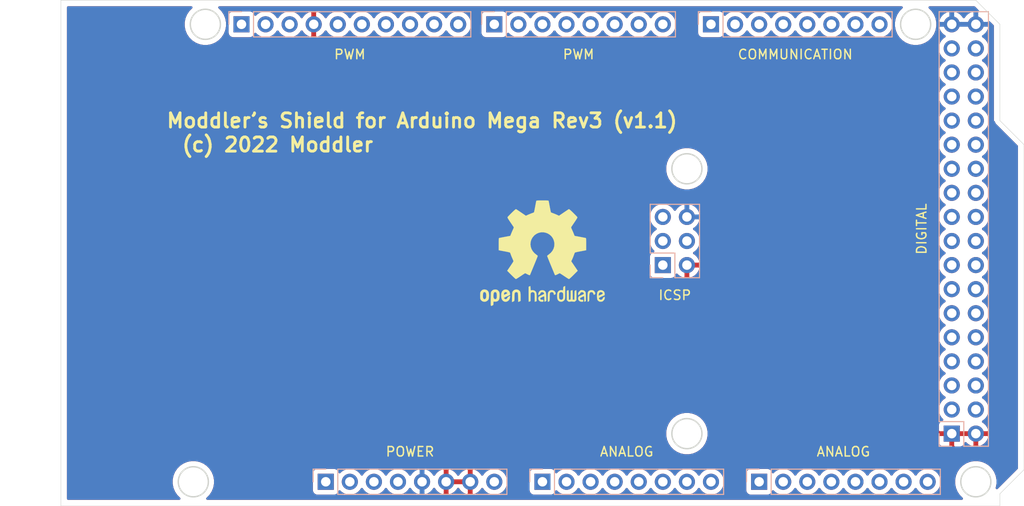
<source format=kicad_pcb>
(kicad_pcb (version 20171130) (host pcbnew "(5.1.12-1-10_14)")

  (general
    (thickness 1.6)
    (drawings 27)
    (tracks 0)
    (zones 0)
    (modules 9)
    (nets 79)
  )

  (page A4)
  (layers
    (0 F.Cu signal hide)
    (31 B.Cu signal hide)
    (32 B.Adhes user)
    (33 F.Adhes user)
    (34 B.Paste user)
    (35 F.Paste user)
    (36 B.SilkS user)
    (37 F.SilkS user)
    (38 B.Mask user)
    (39 F.Mask user)
    (40 Dwgs.User user)
    (41 Cmts.User user)
    (42 Eco1.User user)
    (43 Eco2.User user)
    (44 Edge.Cuts user)
    (45 Margin user)
    (46 B.CrtYd user)
    (47 F.CrtYd user)
    (48 B.Fab user)
    (49 F.Fab user)
  )

  (setup
    (last_trace_width 0.25)
    (trace_clearance 0.2)
    (zone_clearance 0.508)
    (zone_45_only no)
    (trace_min 0.2)
    (via_size 0.8)
    (via_drill 0.4)
    (via_min_size 0.4)
    (via_min_drill 0.3)
    (uvia_size 0.3)
    (uvia_drill 0.1)
    (uvias_allowed no)
    (uvia_min_size 0.2)
    (uvia_min_drill 0.1)
    (edge_width 0.05)
    (segment_width 0.2)
    (pcb_text_width 0.3)
    (pcb_text_size 1.5 1.5)
    (mod_edge_width 0.12)
    (mod_text_size 1 1)
    (mod_text_width 0.15)
    (pad_size 1.524 1.524)
    (pad_drill 0.762)
    (pad_to_mask_clearance 0)
    (aux_axis_origin 0 0)
    (visible_elements FFFFF77F)
    (pcbplotparams
      (layerselection 0x010fc_ffffffff)
      (usegerberextensions false)
      (usegerberattributes true)
      (usegerberadvancedattributes true)
      (creategerberjobfile true)
      (excludeedgelayer true)
      (linewidth 0.100000)
      (plotframeref false)
      (viasonmask false)
      (mode 1)
      (useauxorigin false)
      (hpglpennumber 1)
      (hpglpenspeed 20)
      (hpglpendiameter 15.000000)
      (psnegative false)
      (psa4output false)
      (plotreference true)
      (plotvalue true)
      (plotinvisibletext false)
      (padsonsilk false)
      (subtractmaskfromsilk false)
      (outputformat 1)
      (mirror false)
      (drillshape 1)
      (scaleselection 1)
      (outputdirectory ""))
  )

  (net 0 "")
  (net 1 "Net-(J1-Pad1)")
  (net 2 /IOREF)
  (net 3 /RESET)
  (net 4 +3V3)
  (net 5 +5V)
  (net 6 GND)
  (net 7 /VIN)
  (net 8 /A7)
  (net 9 /A6)
  (net 10 /A5)
  (net 11 /A4)
  (net 12 /A3)
  (net 13 /A2)
  (net 14 /A1)
  (net 15 /A0)
  (net 16 /A15)
  (net 17 /A14)
  (net 18 /A13)
  (net 19 /A12)
  (net 20 /A11)
  (net 21 /A10)
  (net 22 /A9)
  (net 23 /A8)
  (net 24 /SCK)
  (net 25 /CIPO)
  (net 26 /COPI)
  (net 27 /D48)
  (net 28 /D49)
  (net 29 /D46)
  (net 30 /D47)
  (net 31 /D44)
  (net 32 /D45)
  (net 33 /D42)
  (net 34 /D43)
  (net 35 /D40)
  (net 36 /D41)
  (net 37 /D38)
  (net 38 /D39)
  (net 39 /D36)
  (net 40 /D37)
  (net 41 /D34)
  (net 42 /D35)
  (net 43 /D32)
  (net 44 /D33)
  (net 45 /D30)
  (net 46 /D31)
  (net 47 /D28)
  (net 48 /D29)
  (net 49 /D26)
  (net 50 /D27)
  (net 51 /D24)
  (net 52 /D25)
  (net 53 /D22)
  (net 54 /D23)
  (net 55 /TX3)
  (net 56 /RX3)
  (net 57 /TX2)
  (net 58 /RX2)
  (net 59 /TX1)
  (net 60 /RX1)
  (net 61 /SDA)
  (net 62 /SCL)
  (net 63 /D7)
  (net 64 /D6)
  (net 65 /D5)
  (net 66 /D4)
  (net 67 /D3)
  (net 68 /D2)
  (net 69 /TX0)
  (net 70 /RX0)
  (net 71 /AREF)
  (net 72 /D13)
  (net 73 /D12)
  (net 74 /D11)
  (net 75 /D10)
  (net 76 /D9)
  (net 77 /D8)
  (net 78 /~SS~)

  (net_class Default "This is the default net class."
    (clearance 0.2)
    (trace_width 0.25)
    (via_dia 0.8)
    (via_drill 0.4)
    (uvia_dia 0.3)
    (uvia_drill 0.1)
    (add_net +3V3)
    (add_net +5V)
    (add_net /A0)
    (add_net /A1)
    (add_net /A10)
    (add_net /A11)
    (add_net /A12)
    (add_net /A13)
    (add_net /A14)
    (add_net /A15)
    (add_net /A2)
    (add_net /A3)
    (add_net /A4)
    (add_net /A5)
    (add_net /A6)
    (add_net /A7)
    (add_net /A8)
    (add_net /A9)
    (add_net /AREF)
    (add_net /CIPO)
    (add_net /COPI)
    (add_net /D10)
    (add_net /D11)
    (add_net /D12)
    (add_net /D13)
    (add_net /D2)
    (add_net /D22)
    (add_net /D23)
    (add_net /D24)
    (add_net /D25)
    (add_net /D26)
    (add_net /D27)
    (add_net /D28)
    (add_net /D29)
    (add_net /D3)
    (add_net /D30)
    (add_net /D31)
    (add_net /D32)
    (add_net /D33)
    (add_net /D34)
    (add_net /D35)
    (add_net /D36)
    (add_net /D37)
    (add_net /D38)
    (add_net /D39)
    (add_net /D4)
    (add_net /D40)
    (add_net /D41)
    (add_net /D42)
    (add_net /D43)
    (add_net /D44)
    (add_net /D45)
    (add_net /D46)
    (add_net /D47)
    (add_net /D48)
    (add_net /D49)
    (add_net /D5)
    (add_net /D6)
    (add_net /D7)
    (add_net /D8)
    (add_net /D9)
    (add_net /IOREF)
    (add_net /RESET)
    (add_net /RX0)
    (add_net /RX1)
    (add_net /RX2)
    (add_net /RX3)
    (add_net /SCK)
    (add_net /SCL)
    (add_net /SDA)
    (add_net /TX0)
    (add_net /TX1)
    (add_net /TX2)
    (add_net /TX3)
    (add_net /VIN)
    (add_net /~SS~)
    (add_net GND)
    (add_net "Net-(J1-Pad1)")
  )

  (module Symbol:OSHW-Logo2_14.6x12mm_SilkScreen locked (layer F.Cu) (tedit 0) (tstamp 61DB546C)
    (at 152.4 102.87)
    (descr "Open Source Hardware Symbol")
    (tags "Logo Symbol OSHW")
    (attr virtual)
    (fp_text reference REF** (at 0 0) (layer F.SilkS) hide
      (effects (font (size 1 1) (thickness 0.15)))
    )
    (fp_text value OSHW-Logo2_14.6x12mm_SilkScreen (at 0.75 0) (layer F.Fab) hide
      (effects (font (size 1 1) (thickness 0.15)))
    )
    (fp_poly (pts (xy -4.8281 3.861903) (xy -4.71655 3.917522) (xy -4.618092 4.019931) (xy -4.590977 4.057864)
      (xy -4.561438 4.1075) (xy -4.542272 4.161412) (xy -4.531307 4.233364) (xy -4.526371 4.337122)
      (xy -4.525287 4.474101) (xy -4.530182 4.661815) (xy -4.547196 4.802758) (xy -4.579823 4.907908)
      (xy -4.631558 4.988243) (xy -4.705896 5.054741) (xy -4.711358 5.058678) (xy -4.78462 5.098953)
      (xy -4.87284 5.11888) (xy -4.985038 5.123793) (xy -5.167433 5.123793) (xy -5.167509 5.300857)
      (xy -5.169207 5.39947) (xy -5.17955 5.457314) (xy -5.206578 5.492006) (xy -5.258332 5.521164)
      (xy -5.270761 5.527121) (xy -5.328923 5.555039) (xy -5.373956 5.572672) (xy -5.407441 5.574194)
      (xy -5.430962 5.553781) (xy -5.4461 5.505607) (xy -5.454437 5.423846) (xy -5.457556 5.302672)
      (xy -5.45704 5.13626) (xy -5.454471 4.918785) (xy -5.453668 4.853736) (xy -5.450778 4.629502)
      (xy -5.448188 4.482821) (xy -5.167586 4.482821) (xy -5.166009 4.607326) (xy -5.159 4.688787)
      (xy -5.143142 4.742515) (xy -5.115019 4.783823) (xy -5.095925 4.803971) (xy -5.017865 4.862921)
      (xy -4.948753 4.86772) (xy -4.87744 4.819038) (xy -4.875632 4.817241) (xy -4.846617 4.779618)
      (xy -4.828967 4.728484) (xy -4.820064 4.649738) (xy -4.817291 4.529276) (xy -4.817241 4.502588)
      (xy -4.823942 4.336583) (xy -4.845752 4.221505) (xy -4.885235 4.151254) (xy -4.944956 4.119729)
      (xy -4.979472 4.116552) (xy -5.061389 4.13146) (xy -5.117579 4.180548) (xy -5.151402 4.270362)
      (xy -5.16622 4.407445) (xy -5.167586 4.482821) (xy -5.448188 4.482821) (xy -5.447713 4.455952)
      (xy -5.443753 4.325382) (xy -5.438174 4.230087) (xy -5.430254 4.162364) (xy -5.419269 4.114507)
      (xy -5.404499 4.078813) (xy -5.385218 4.047578) (xy -5.376951 4.035824) (xy -5.267288 3.924797)
      (xy -5.128635 3.861847) (xy -4.968246 3.844297) (xy -4.8281 3.861903)) (layer F.SilkS) (width 0.01))
    (fp_poly (pts (xy -2.582571 3.877719) (xy -2.488877 3.931914) (xy -2.423736 3.985707) (xy -2.376093 4.042066)
      (xy -2.343272 4.110987) (xy -2.322594 4.202468) (xy -2.31138 4.326506) (xy -2.306951 4.493098)
      (xy -2.306437 4.612851) (xy -2.306437 5.053659) (xy -2.430517 5.109283) (xy -2.554598 5.164907)
      (xy -2.569195 4.682095) (xy -2.575227 4.501779) (xy -2.581555 4.370901) (xy -2.589394 4.280511)
      (xy -2.599963 4.221664) (xy -2.614477 4.185413) (xy -2.634152 4.16281) (xy -2.640465 4.157917)
      (xy -2.736112 4.119706) (xy -2.832793 4.134827) (xy -2.890345 4.174943) (xy -2.913755 4.20337)
      (xy -2.929961 4.240672) (xy -2.940259 4.297223) (xy -2.945951 4.383394) (xy -2.948336 4.509558)
      (xy -2.948736 4.641042) (xy -2.948814 4.805999) (xy -2.951639 4.922761) (xy -2.961093 5.00151)
      (xy -2.98106 5.052431) (xy -3.015424 5.085706) (xy -3.068068 5.11152) (xy -3.138383 5.138344)
      (xy -3.21518 5.167542) (xy -3.206038 4.649346) (xy -3.202357 4.462539) (xy -3.19805 4.32449)
      (xy -3.191877 4.225568) (xy -3.182598 4.156145) (xy -3.168973 4.10659) (xy -3.149761 4.067273)
      (xy -3.126598 4.032584) (xy -3.014848 3.92177) (xy -2.878487 3.857689) (xy -2.730175 3.842339)
      (xy -2.582571 3.877719)) (layer F.SilkS) (width 0.01))
    (fp_poly (pts (xy -5.951779 3.866015) (xy -5.814939 3.937968) (xy -5.713949 4.053766) (xy -5.678075 4.128213)
      (xy -5.650161 4.239992) (xy -5.635871 4.381227) (xy -5.634516 4.535371) (xy -5.645405 4.685879)
      (xy -5.667847 4.816205) (xy -5.70115 4.909803) (xy -5.711385 4.925922) (xy -5.832618 5.046249)
      (xy -5.976613 5.118317) (xy -6.132861 5.139408) (xy -6.290852 5.106802) (xy -6.33482 5.087253)
      (xy -6.420444 5.027012) (xy -6.495592 4.947135) (xy -6.502694 4.937004) (xy -6.531561 4.888181)
      (xy -6.550643 4.83599) (xy -6.561916 4.767285) (xy -6.567355 4.668918) (xy -6.568938 4.527744)
      (xy -6.568965 4.496092) (xy -6.568893 4.486019) (xy -6.277011 4.486019) (xy -6.275313 4.619256)
      (xy -6.268628 4.707674) (xy -6.254575 4.764785) (xy -6.230771 4.804102) (xy -6.218621 4.817241)
      (xy -6.148764 4.867172) (xy -6.080941 4.864895) (xy -6.012365 4.821584) (xy -5.971465 4.775346)
      (xy -5.947242 4.707857) (xy -5.933639 4.601433) (xy -5.932706 4.58902) (xy -5.930384 4.396147)
      (xy -5.95465 4.2529) (xy -6.005176 4.16016) (xy -6.081632 4.118807) (xy -6.108924 4.116552)
      (xy -6.180589 4.127893) (xy -6.22961 4.167184) (xy -6.259582 4.242326) (xy -6.274101 4.361222)
      (xy -6.277011 4.486019) (xy -6.568893 4.486019) (xy -6.567878 4.345659) (xy -6.563312 4.240549)
      (xy -6.553312 4.167714) (xy -6.535921 4.114108) (xy -6.509184 4.066681) (xy -6.503276 4.057864)
      (xy -6.403968 3.939007) (xy -6.295758 3.870008) (xy -6.164019 3.842619) (xy -6.119283 3.841281)
      (xy -5.951779 3.866015)) (layer F.SilkS) (width 0.01))
    (fp_poly (pts (xy -3.684448 3.884676) (xy -3.569342 3.962111) (xy -3.480389 4.073949) (xy -3.427251 4.216265)
      (xy -3.416503 4.321015) (xy -3.417724 4.364726) (xy -3.427944 4.398194) (xy -3.456039 4.428179)
      (xy -3.510884 4.46144) (xy -3.601355 4.504738) (xy -3.736328 4.564833) (xy -3.737011 4.565134)
      (xy -3.861249 4.622037) (xy -3.963127 4.672565) (xy -4.032233 4.71128) (xy -4.058154 4.73274)
      (xy -4.058161 4.732913) (xy -4.035315 4.779644) (xy -3.981891 4.831154) (xy -3.920558 4.868261)
      (xy -3.889485 4.875632) (xy -3.804711 4.850138) (xy -3.731707 4.786291) (xy -3.696087 4.716094)
      (xy -3.66182 4.664343) (xy -3.594697 4.605409) (xy -3.515792 4.554496) (xy -3.446179 4.526809)
      (xy -3.431623 4.525287) (xy -3.415237 4.550321) (xy -3.41425 4.614311) (xy -3.426292 4.700593)
      (xy -3.448993 4.792501) (xy -3.479986 4.873369) (xy -3.481552 4.876509) (xy -3.574819 5.006734)
      (xy -3.695696 5.095311) (xy -3.832973 5.138786) (xy -3.97544 5.133706) (xy -4.111888 5.076616)
      (xy -4.117955 5.072602) (xy -4.22529 4.975326) (xy -4.295868 4.848409) (xy -4.334926 4.681526)
      (xy -4.340168 4.634639) (xy -4.349452 4.413329) (xy -4.338322 4.310124) (xy -4.058161 4.310124)
      (xy -4.054521 4.374503) (xy -4.034611 4.393291) (xy -3.984974 4.379235) (xy -3.906733 4.346009)
      (xy -3.819274 4.304359) (xy -3.817101 4.303256) (xy -3.74297 4.264265) (xy -3.713219 4.238244)
      (xy -3.720555 4.210965) (xy -3.751447 4.175121) (xy -3.83004 4.123251) (xy -3.914677 4.119439)
      (xy -3.990597 4.157189) (xy -4.043035 4.230001) (xy -4.058161 4.310124) (xy -4.338322 4.310124)
      (xy -4.330356 4.236261) (xy -4.281366 4.095829) (xy -4.213164 3.997447) (xy -4.090065 3.89803)
      (xy -3.954472 3.848711) (xy -3.816045 3.845568) (xy -3.684448 3.884676)) (layer F.SilkS) (width 0.01))
    (fp_poly (pts (xy -1.255402 3.723857) (xy -1.246846 3.843188) (xy -1.237019 3.913506) (xy -1.223401 3.944179)
      (xy -1.203473 3.944571) (xy -1.197011 3.94091) (xy -1.11106 3.914398) (xy -0.999255 3.915946)
      (xy -0.885586 3.943199) (xy -0.81449 3.978455) (xy -0.741595 4.034778) (xy -0.688307 4.098519)
      (xy -0.651725 4.17951) (xy -0.62895 4.287586) (xy -0.617081 4.43258) (xy -0.613218 4.624326)
      (xy -0.613149 4.661109) (xy -0.613103 5.074288) (xy -0.705046 5.106339) (xy -0.770348 5.128144)
      (xy -0.806176 5.138297) (xy -0.80723 5.138391) (xy -0.810758 5.11086) (xy -0.813761 5.034923)
      (xy -0.81601 4.920565) (xy -0.817276 4.777769) (xy -0.817471 4.690951) (xy -0.817877 4.519773)
      (xy -0.819968 4.397088) (xy -0.825053 4.313) (xy -0.83444 4.257614) (xy -0.849439 4.221032)
      (xy -0.871358 4.193359) (xy -0.885043 4.180032) (xy -0.979051 4.126328) (xy -1.081636 4.122307)
      (xy -1.17471 4.167725) (xy -1.191922 4.184123) (xy -1.217168 4.214957) (xy -1.23468 4.251531)
      (xy -1.245858 4.304415) (xy -1.252104 4.384177) (xy -1.254818 4.501385) (xy -1.255402 4.662991)
      (xy -1.255402 5.074288) (xy -1.347345 5.106339) (xy -1.412647 5.128144) (xy -1.448475 5.138297)
      (xy -1.449529 5.138391) (xy -1.452225 5.110448) (xy -1.454655 5.03163) (xy -1.456722 4.909453)
      (xy -1.458329 4.751432) (xy -1.459377 4.565083) (xy -1.459769 4.35792) (xy -1.45977 4.348706)
      (xy -1.45977 3.55902) (xy -1.364885 3.518997) (xy -1.27 3.478973) (xy -1.255402 3.723857)) (layer F.SilkS) (width 0.01))
    (fp_poly (pts (xy 0.079944 3.92436) (xy 0.194343 3.966842) (xy 0.195652 3.967658) (xy 0.266403 4.01973)
      (xy 0.318636 4.080584) (xy 0.355371 4.159887) (xy 0.379634 4.267309) (xy 0.394445 4.412517)
      (xy 0.402829 4.605179) (xy 0.403564 4.632628) (xy 0.41412 5.046521) (xy 0.325291 5.092456)
      (xy 0.261018 5.123498) (xy 0.22221 5.138206) (xy 0.220415 5.138391) (xy 0.2137 5.11125)
      (xy 0.208365 5.038041) (xy 0.205083 4.931081) (xy 0.204368 4.844469) (xy 0.204351 4.704162)
      (xy 0.197937 4.616051) (xy 0.17558 4.574025) (xy 0.127732 4.571975) (xy 0.044849 4.60379)
      (xy -0.080287 4.662272) (xy -0.172303 4.710845) (xy -0.219629 4.752986) (xy -0.233542 4.798916)
      (xy -0.233563 4.801189) (xy -0.210605 4.880311) (xy -0.14263 4.923055) (xy -0.038602 4.929246)
      (xy 0.03633 4.928172) (xy 0.075839 4.949753) (xy 0.100478 5.001591) (xy 0.114659 5.067632)
      (xy 0.094223 5.105104) (xy 0.086528 5.110467) (xy 0.014083 5.132006) (xy -0.087367 5.135055)
      (xy -0.191843 5.120778) (xy -0.265875 5.094688) (xy -0.368228 5.007785) (xy -0.426409 4.886816)
      (xy -0.437931 4.792308) (xy -0.429138 4.707062) (xy -0.39732 4.637476) (xy -0.334316 4.575672)
      (xy -0.231969 4.513772) (xy -0.082118 4.443897) (xy -0.072988 4.439948) (xy 0.061997 4.377588)
      (xy 0.145294 4.326446) (xy 0.180997 4.280488) (xy 0.173203 4.233683) (xy 0.126007 4.179998)
      (xy 0.111894 4.167644) (xy 0.017359 4.119741) (xy -0.080594 4.121758) (xy -0.165903 4.168724)
      (xy -0.222504 4.255669) (xy -0.227763 4.272734) (xy -0.278977 4.355504) (xy -0.343963 4.395372)
      (xy -0.437931 4.434882) (xy -0.437931 4.332658) (xy -0.409347 4.184072) (xy -0.324505 4.047784)
      (xy -0.280355 4.002191) (xy -0.179995 3.943674) (xy -0.052365 3.917184) (xy 0.079944 3.92436)) (layer F.SilkS) (width 0.01))
    (fp_poly (pts (xy 1.065943 3.92192) (xy 1.198565 3.970859) (xy 1.30601 4.057419) (xy 1.348032 4.118352)
      (xy 1.393843 4.230161) (xy 1.392891 4.311006) (xy 1.344808 4.365378) (xy 1.327017 4.374624)
      (xy 1.250204 4.40345) (xy 1.210976 4.396065) (xy 1.197689 4.347658) (xy 1.197012 4.32092)
      (xy 1.172686 4.222548) (xy 1.109281 4.153734) (xy 1.021154 4.120498) (xy 0.922663 4.128861)
      (xy 0.842602 4.172296) (xy 0.815561 4.197072) (xy 0.796394 4.227129) (xy 0.783446 4.272565)
      (xy 0.775064 4.343476) (xy 0.769593 4.44996) (xy 0.765378 4.602112) (xy 0.764287 4.650287)
      (xy 0.760307 4.815095) (xy 0.755781 4.931088) (xy 0.748995 5.007833) (xy 0.738231 5.054893)
      (xy 0.721773 5.081835) (xy 0.697906 5.098223) (xy 0.682626 5.105463) (xy 0.617733 5.13022)
      (xy 0.579534 5.138391) (xy 0.566912 5.111103) (xy 0.559208 5.028603) (xy 0.55638 4.889941)
      (xy 0.558386 4.694162) (xy 0.559011 4.663965) (xy 0.563421 4.485349) (xy 0.568635 4.354923)
      (xy 0.576055 4.262492) (xy 0.587082 4.197858) (xy 0.603117 4.150825) (xy 0.625561 4.111196)
      (xy 0.637302 4.094215) (xy 0.704619 4.01908) (xy 0.77991 3.960638) (xy 0.789128 3.955536)
      (xy 0.924133 3.91526) (xy 1.065943 3.92192)) (layer F.SilkS) (width 0.01))
    (fp_poly (pts (xy 2.393914 4.154455) (xy 2.393543 4.372661) (xy 2.392108 4.540519) (xy 2.389002 4.66607)
      (xy 2.383622 4.757355) (xy 2.375362 4.822415) (xy 2.363616 4.869291) (xy 2.347781 4.906024)
      (xy 2.33579 4.926991) (xy 2.23649 5.040694) (xy 2.110588 5.111965) (xy 1.971291 5.137538)
      (xy 1.831805 5.11415) (xy 1.748743 5.072119) (xy 1.661545 4.999411) (xy 1.602117 4.910612)
      (xy 1.566261 4.79432) (xy 1.549781 4.639135) (xy 1.547447 4.525287) (xy 1.547761 4.517106)
      (xy 1.751724 4.517106) (xy 1.75297 4.647657) (xy 1.758678 4.73408) (xy 1.771804 4.790618)
      (xy 1.795306 4.831514) (xy 1.823386 4.862362) (xy 1.917688 4.921905) (xy 2.01894 4.926992)
      (xy 2.114636 4.877279) (xy 2.122084 4.870543) (xy 2.153874 4.835502) (xy 2.173808 4.793811)
      (xy 2.1846 4.731762) (xy 2.188965 4.635644) (xy 2.189655 4.529379) (xy 2.188159 4.39588)
      (xy 2.181964 4.306822) (xy 2.168514 4.248293) (xy 2.145251 4.206382) (xy 2.126175 4.184123)
      (xy 2.037563 4.127985) (xy 1.935508 4.121235) (xy 1.838095 4.164114) (xy 1.819296 4.180032)
      (xy 1.787293 4.215382) (xy 1.767318 4.257502) (xy 1.756593 4.320251) (xy 1.752339 4.417487)
      (xy 1.751724 4.517106) (xy 1.547761 4.517106) (xy 1.554504 4.341947) (xy 1.578472 4.204195)
      (xy 1.623548 4.100632) (xy 1.693928 4.019856) (xy 1.748743 3.978455) (xy 1.848376 3.933728)
      (xy 1.963855 3.912967) (xy 2.071199 3.918525) (xy 2.131264 3.940943) (xy 2.154835 3.947323)
      (xy 2.170477 3.923535) (xy 2.181395 3.859788) (xy 2.189655 3.762687) (xy 2.198699 3.654541)
      (xy 2.211261 3.589475) (xy 2.234119 3.552268) (xy 2.274051 3.527699) (xy 2.299138 3.516819)
      (xy 2.394023 3.477072) (xy 2.393914 4.154455)) (layer F.SilkS) (width 0.01))
    (fp_poly (pts (xy 3.580124 3.93984) (xy 3.584579 4.016653) (xy 3.588071 4.133391) (xy 3.590315 4.280821)
      (xy 3.591035 4.435455) (xy 3.591035 4.958727) (xy 3.498645 5.051117) (xy 3.434978 5.108047)
      (xy 3.379089 5.131107) (xy 3.302702 5.129647) (xy 3.27238 5.125934) (xy 3.17761 5.115126)
      (xy 3.099222 5.108933) (xy 3.080115 5.108361) (xy 3.015699 5.112102) (xy 2.923571 5.121494)
      (xy 2.88785 5.125934) (xy 2.800114 5.132801) (xy 2.741153 5.117885) (xy 2.68269 5.071835)
      (xy 2.661585 5.051117) (xy 2.569195 4.958727) (xy 2.569195 3.979947) (xy 2.643558 3.946066)
      (xy 2.70759 3.92097) (xy 2.745052 3.912184) (xy 2.754657 3.93995) (xy 2.763635 4.01753)
      (xy 2.771386 4.136348) (xy 2.777314 4.287828) (xy 2.780173 4.415805) (xy 2.788161 4.919425)
      (xy 2.857848 4.929278) (xy 2.921229 4.922389) (xy 2.952286 4.900083) (xy 2.960967 4.858379)
      (xy 2.968378 4.769544) (xy 2.973931 4.644834) (xy 2.977036 4.495507) (xy 2.977484 4.418661)
      (xy 2.977931 3.976287) (xy 3.069874 3.944235) (xy 3.134949 3.922443) (xy 3.170347 3.912281)
      (xy 3.171368 3.912184) (xy 3.17492 3.939809) (xy 3.178823 4.016411) (xy 3.182751 4.132579)
      (xy 3.186376 4.278904) (xy 3.188908 4.415805) (xy 3.196897 4.919425) (xy 3.372069 4.919425)
      (xy 3.380107 4.459965) (xy 3.388146 4.000505) (xy 3.473543 3.956344) (xy 3.536593 3.926019)
      (xy 3.57391 3.912258) (xy 3.574987 3.912184) (xy 3.580124 3.93984)) (layer F.SilkS) (width 0.01))
    (fp_poly (pts (xy 4.314406 3.935156) (xy 4.398469 3.973393) (xy 4.46445 4.019726) (xy 4.512794 4.071532)
      (xy 4.546172 4.138363) (xy 4.567253 4.229769) (xy 4.578707 4.355301) (xy 4.583203 4.524508)
      (xy 4.583678 4.635933) (xy 4.583678 5.070627) (xy 4.509316 5.104509) (xy 4.450746 5.129272)
      (xy 4.42173 5.138391) (xy 4.416179 5.111257) (xy 4.411775 5.038094) (xy 4.409078 4.931263)
      (xy 4.408506 4.846437) (xy 4.406046 4.723887) (xy 4.399412 4.626668) (xy 4.389726 4.567134)
      (xy 4.382032 4.554483) (xy 4.330311 4.567402) (xy 4.249117 4.600539) (xy 4.155102 4.645461)
      (xy 4.064917 4.693735) (xy 3.995215 4.736928) (xy 3.962648 4.766608) (xy 3.962519 4.766929)
      (xy 3.96532 4.821857) (xy 3.990439 4.874292) (xy 4.034541 4.916881) (xy 4.098909 4.931126)
      (xy 4.153921 4.929466) (xy 4.231835 4.928245) (xy 4.272732 4.946498) (xy 4.297295 4.994726)
      (xy 4.300392 5.00382) (xy 4.31104 5.072598) (xy 4.282565 5.11436) (xy 4.208344 5.134263)
      (xy 4.128168 5.137944) (xy 3.98389 5.110658) (xy 3.909203 5.07169) (xy 3.816963 4.980148)
      (xy 3.768043 4.867782) (xy 3.763654 4.749051) (xy 3.805001 4.638411) (xy 3.867197 4.56908)
      (xy 3.929294 4.530265) (xy 4.026895 4.481125) (xy 4.140632 4.431292) (xy 4.15959 4.423677)
      (xy 4.284521 4.368545) (xy 4.356539 4.319954) (xy 4.3797 4.271647) (xy 4.358064 4.21737)
      (xy 4.32092 4.174943) (xy 4.233127 4.122702) (xy 4.13653 4.118784) (xy 4.047944 4.159041)
      (xy 3.984186 4.239326) (xy 3.975817 4.26004) (xy 3.927096 4.336225) (xy 3.855965 4.392785)
      (xy 3.766207 4.439201) (xy 3.766207 4.307584) (xy 3.77149 4.227168) (xy 3.794142 4.163786)
      (xy 3.844367 4.096163) (xy 3.892582 4.044076) (xy 3.967554 3.970322) (xy 4.025806 3.930702)
      (xy 4.088372 3.91481) (xy 4.159193 3.912184) (xy 4.314406 3.935156)) (layer F.SilkS) (width 0.01))
    (fp_poly (pts (xy 5.33569 3.940018) (xy 5.370585 3.955269) (xy 5.453877 4.021235) (xy 5.525103 4.116618)
      (xy 5.569153 4.218406) (xy 5.576322 4.268587) (xy 5.552285 4.338647) (xy 5.499561 4.375717)
      (xy 5.443031 4.398164) (xy 5.417146 4.4023) (xy 5.404542 4.372283) (xy 5.379654 4.306961)
      (xy 5.368735 4.277445) (xy 5.307508 4.175348) (xy 5.218861 4.124423) (xy 5.105193 4.125989)
      (xy 5.096774 4.127994) (xy 5.036088 4.156767) (xy 4.991474 4.212859) (xy 4.961002 4.303163)
      (xy 4.942744 4.434571) (xy 4.934771 4.613974) (xy 4.934023 4.709433) (xy 4.933652 4.859913)
      (xy 4.931223 4.962495) (xy 4.92476 5.027672) (xy 4.912288 5.065938) (xy 4.891833 5.087785)
      (xy 4.861419 5.103707) (xy 4.859661 5.104509) (xy 4.801091 5.129272) (xy 4.772075 5.138391)
      (xy 4.767616 5.110822) (xy 4.763799 5.03462) (xy 4.760899 4.919541) (xy 4.759191 4.775341)
      (xy 4.758851 4.669814) (xy 4.760588 4.465613) (xy 4.767382 4.310697) (xy 4.781607 4.196024)
      (xy 4.805638 4.112551) (xy 4.841848 4.051236) (xy 4.892612 4.003034) (xy 4.942739 3.969393)
      (xy 5.063275 3.924619) (xy 5.203557 3.914521) (xy 5.33569 3.940018)) (layer F.SilkS) (width 0.01))
    (fp_poly (pts (xy 6.343439 3.95654) (xy 6.45895 4.032034) (xy 6.514664 4.099617) (xy 6.558804 4.222255)
      (xy 6.562309 4.319298) (xy 6.554368 4.449056) (xy 6.255115 4.580039) (xy 6.109611 4.646958)
      (xy 6.014537 4.70079) (xy 5.965101 4.747416) (xy 5.956511 4.79272) (xy 5.983972 4.842582)
      (xy 6.014253 4.875632) (xy 6.102363 4.928633) (xy 6.198196 4.932347) (xy 6.286212 4.891041)
      (xy 6.350869 4.808983) (xy 6.362433 4.780008) (xy 6.417825 4.689509) (xy 6.481553 4.65094)
      (xy 6.568966 4.617946) (xy 6.568966 4.743034) (xy 6.561238 4.828156) (xy 6.530966 4.899938)
      (xy 6.467518 4.982356) (xy 6.458088 4.993066) (xy 6.387513 5.066391) (xy 6.326847 5.105742)
      (xy 6.25095 5.123845) (xy 6.18803 5.129774) (xy 6.075487 5.131251) (xy 5.99537 5.112535)
      (xy 5.94539 5.084747) (xy 5.866838 5.023641) (xy 5.812463 4.957554) (xy 5.778052 4.874441)
      (xy 5.759388 4.762254) (xy 5.752256 4.608946) (xy 5.751687 4.531136) (xy 5.753622 4.437853)
      (xy 5.929899 4.437853) (xy 5.931944 4.487896) (xy 5.937039 4.496092) (xy 5.970666 4.484958)
      (xy 6.04303 4.455493) (xy 6.139747 4.413601) (xy 6.159973 4.404597) (xy 6.282203 4.342442)
      (xy 6.349547 4.287815) (xy 6.364348 4.236649) (xy 6.328947 4.184876) (xy 6.299711 4.162)
      (xy 6.194216 4.11625) (xy 6.095476 4.123808) (xy 6.012812 4.179651) (xy 5.955548 4.278753)
      (xy 5.937188 4.357414) (xy 5.929899 4.437853) (xy 5.753622 4.437853) (xy 5.755459 4.349351)
      (xy 5.769359 4.214853) (xy 5.796894 4.116916) (xy 5.841572 4.044811) (xy 5.906901 3.987813)
      (xy 5.935383 3.969393) (xy 6.064763 3.921422) (xy 6.206412 3.918403) (xy 6.343439 3.95654)) (layer F.SilkS) (width 0.01))
    (fp_poly (pts (xy 0.209014 -5.547002) (xy 0.367006 -5.546137) (xy 0.481347 -5.543795) (xy 0.559407 -5.539238)
      (xy 0.608554 -5.53173) (xy 0.636159 -5.520534) (xy 0.649592 -5.504912) (xy 0.656221 -5.484127)
      (xy 0.656865 -5.481437) (xy 0.666935 -5.432887) (xy 0.685575 -5.337095) (xy 0.710845 -5.204257)
      (xy 0.740807 -5.044569) (xy 0.773522 -4.868226) (xy 0.774664 -4.862033) (xy 0.807433 -4.689218)
      (xy 0.838093 -4.536531) (xy 0.864664 -4.413129) (xy 0.885167 -4.328169) (xy 0.897626 -4.29081)
      (xy 0.89822 -4.290148) (xy 0.934919 -4.271905) (xy 1.010586 -4.241503) (xy 1.108878 -4.205507)
      (xy 1.109425 -4.205315) (xy 1.233233 -4.158778) (xy 1.379196 -4.099496) (xy 1.516781 -4.039891)
      (xy 1.523293 -4.036944) (xy 1.74739 -3.935235) (xy 2.243619 -4.274103) (xy 2.395846 -4.377408)
      (xy 2.533741 -4.469763) (xy 2.649315 -4.545916) (xy 2.734579 -4.600615) (xy 2.781544 -4.628607)
      (xy 2.786004 -4.630683) (xy 2.820134 -4.62144) (xy 2.883881 -4.576844) (xy 2.979731 -4.494791)
      (xy 3.110169 -4.373179) (xy 3.243328 -4.243795) (xy 3.371694 -4.116298) (xy 3.486581 -3.999954)
      (xy 3.581073 -3.901948) (xy 3.648253 -3.829464) (xy 3.681206 -3.789687) (xy 3.682432 -3.787639)
      (xy 3.686074 -3.760344) (xy 3.67235 -3.715766) (xy 3.637869 -3.647888) (xy 3.579239 -3.550689)
      (xy 3.49307 -3.418149) (xy 3.3782 -3.247524) (xy 3.276254 -3.097345) (xy 3.185123 -2.96265)
      (xy 3.110073 -2.85126) (xy 3.056369 -2.770995) (xy 3.02928 -2.729675) (xy 3.027574 -2.72687)
      (xy 3.030882 -2.687279) (xy 3.055953 -2.610331) (xy 3.097798 -2.510568) (xy 3.112712 -2.478709)
      (xy 3.177786 -2.336774) (xy 3.247212 -2.175727) (xy 3.303609 -2.036379) (xy 3.344247 -1.932956)
      (xy 3.376526 -1.854358) (xy 3.395178 -1.81328) (xy 3.397497 -1.810115) (xy 3.431803 -1.804872)
      (xy 3.512669 -1.790506) (xy 3.629343 -1.769063) (xy 3.771075 -1.742587) (xy 3.92711 -1.713123)
      (xy 4.086698 -1.682717) (xy 4.239085 -1.653412) (xy 4.373521 -1.627255) (xy 4.479252 -1.60629)
      (xy 4.545526 -1.592561) (xy 4.561782 -1.58868) (xy 4.578573 -1.5791) (xy 4.591249 -1.557464)
      (xy 4.600378 -1.516469) (xy 4.606531 -1.448811) (xy 4.61028 -1.347188) (xy 4.612192 -1.204297)
      (xy 4.61284 -1.012835) (xy 4.612874 -0.934355) (xy 4.612874 -0.296094) (xy 4.459598 -0.26584)
      (xy 4.374322 -0.249436) (xy 4.24707 -0.225491) (xy 4.093315 -0.196893) (xy 3.928534 -0.166533)
      (xy 3.882989 -0.158194) (xy 3.730932 -0.12863) (xy 3.598468 -0.099558) (xy 3.496714 -0.073671)
      (xy 3.436788 -0.053663) (xy 3.426805 -0.047699) (xy 3.402293 -0.005466) (xy 3.367148 0.07637)
      (xy 3.328173 0.181683) (xy 3.320442 0.204368) (xy 3.26936 0.345018) (xy 3.205954 0.503714)
      (xy 3.143904 0.646225) (xy 3.143598 0.646886) (xy 3.040267 0.87044) (xy 3.719961 1.870232)
      (xy 3.283621 2.3073) (xy 3.151649 2.437381) (xy 3.031279 2.552048) (xy 2.929273 2.645181)
      (xy 2.852391 2.710658) (xy 2.807393 2.742357) (xy 2.800938 2.744368) (xy 2.76304 2.728529)
      (xy 2.685708 2.684496) (xy 2.577389 2.61749) (xy 2.446532 2.532734) (xy 2.305052 2.437816)
      (xy 2.161461 2.340998) (xy 2.033435 2.256751) (xy 1.929105 2.190258) (xy 1.8566 2.146702)
      (xy 1.824158 2.131264) (xy 1.784576 2.144328) (xy 1.709519 2.17875) (xy 1.614468 2.22738)
      (xy 1.604392 2.232785) (xy 1.476391 2.29698) (xy 1.388618 2.328463) (xy 1.334028 2.328798)
      (xy 1.305575 2.299548) (xy 1.30541 2.299138) (xy 1.291188 2.264498) (xy 1.257269 2.182269)
      (xy 1.206284 2.058814) (xy 1.140862 1.900498) (xy 1.063634 1.713686) (xy 0.977229 1.504742)
      (xy 0.893551 1.302446) (xy 0.801588 1.0792) (xy 0.71715 0.872392) (xy 0.642769 0.688362)
      (xy 0.580974 0.533451) (xy 0.534297 0.413996) (xy 0.505268 0.336339) (xy 0.496322 0.307356)
      (xy 0.518756 0.27411) (xy 0.577439 0.221123) (xy 0.655689 0.162704) (xy 0.878534 -0.022048)
      (xy 1.052718 -0.233818) (xy 1.176154 -0.468144) (xy 1.246754 -0.720566) (xy 1.262431 -0.986623)
      (xy 1.251036 -1.109425) (xy 1.18895 -1.364207) (xy 1.082023 -1.589199) (xy 0.936889 -1.782183)
      (xy 0.760178 -1.940939) (xy 0.558522 -2.06325) (xy 0.338554 -2.146895) (xy 0.106906 -2.189656)
      (xy -0.129791 -2.189313) (xy -0.364905 -2.143648) (xy -0.591804 -2.050441) (xy -0.803856 -1.907473)
      (xy -0.892364 -1.826617) (xy -1.062111 -1.618993) (xy -1.180301 -1.392105) (xy -1.247722 -1.152567)
      (xy -1.26516 -0.906993) (xy -1.233402 -0.661997) (xy -1.153235 -0.424192) (xy -1.025445 -0.200193)
      (xy -0.85082 0.003387) (xy -0.655688 0.162704) (xy -0.574409 0.223602) (xy -0.516991 0.276015)
      (xy -0.496322 0.307406) (xy -0.507144 0.341639) (xy -0.537923 0.423419) (xy -0.586126 0.546407)
      (xy -0.649222 0.704263) (xy -0.724678 0.890649) (xy -0.809962 1.099226) (xy -0.893781 1.302496)
      (xy -0.986255 1.525933) (xy -1.071911 1.732984) (xy -1.148118 1.917286) (xy -1.212247 2.072475)
      (xy -1.261668 2.192188) (xy -1.293752 2.270061) (xy -1.305641 2.299138) (xy -1.333726 2.328677)
      (xy -1.388051 2.328591) (xy -1.475605 2.297326) (xy -1.603381 2.233329) (xy -1.604392 2.232785)
      (xy -1.700598 2.183121) (xy -1.778369 2.146945) (xy -1.822223 2.131408) (xy -1.824158 2.131264)
      (xy -1.857171 2.147024) (xy -1.930054 2.19085) (xy -2.034678 2.257557) (xy -2.16291 2.341964)
      (xy -2.305052 2.437816) (xy -2.449767 2.534867) (xy -2.580196 2.61927) (xy -2.68789 2.685801)
      (xy -2.764402 2.729238) (xy -2.800938 2.744368) (xy -2.834582 2.724482) (xy -2.902224 2.668903)
      (xy -2.997107 2.583754) (xy -3.11247 2.475153) (xy -3.241555 2.349221) (xy -3.283771 2.307149)
      (xy -3.720261 1.869931) (xy -3.388023 1.38234) (xy -3.287054 1.232605) (xy -3.198438 1.09822)
      (xy -3.127146 0.986969) (xy -3.07815 0.906639) (xy -3.056422 0.865014) (xy -3.055785 0.862053)
      (xy -3.06724 0.822818) (xy -3.098051 0.743895) (xy -3.142884 0.638509) (xy -3.174353 0.567954)
      (xy -3.233192 0.432876) (xy -3.288604 0.296409) (xy -3.331564 0.181103) (xy -3.343234 0.145977)
      (xy -3.376389 0.052174) (xy -3.408799 -0.020306) (xy -3.426601 -0.047699) (xy -3.465886 -0.064464)
      (xy -3.551626 -0.08823) (xy -3.672697 -0.116303) (xy -3.817973 -0.145991) (xy -3.882988 -0.158194)
      (xy -4.048087 -0.188532) (xy -4.206448 -0.217907) (xy -4.342596 -0.243431) (xy -4.441057 -0.262215)
      (xy -4.459598 -0.26584) (xy -4.612873 -0.296094) (xy -4.612873 -0.934355) (xy -4.612529 -1.14423)
      (xy -4.611116 -1.30302) (xy -4.608064 -1.418027) (xy -4.602803 -1.496554) (xy -4.594763 -1.545904)
      (xy -4.583373 -1.573381) (xy -4.568063 -1.586287) (xy -4.561782 -1.58868) (xy -4.523896 -1.597167)
      (xy -4.440195 -1.6141) (xy -4.321433 -1.637434) (xy -4.178361 -1.665125) (xy -4.021732 -1.695127)
      (xy -3.862297 -1.725396) (xy -3.710809 -1.753885) (xy -3.578019 -1.778551) (xy -3.474681 -1.797349)
      (xy -3.411545 -1.808233) (xy -3.397497 -1.810115) (xy -3.38477 -1.835296) (xy -3.3566 -1.902378)
      (xy -3.318252 -1.998667) (xy -3.303609 -2.036379) (xy -3.244548 -2.182079) (xy -3.175 -2.343049)
      (xy -3.112712 -2.478709) (xy -3.066879 -2.582439) (xy -3.036387 -2.667674) (xy -3.026208 -2.719874)
      (xy -3.027831 -2.72687) (xy -3.049343 -2.759898) (xy -3.098465 -2.833357) (xy -3.169923 -2.939423)
      (xy -3.258445 -3.070274) (xy -3.358759 -3.218088) (xy -3.378594 -3.247266) (xy -3.494988 -3.420137)
      (xy -3.580548 -3.551774) (xy -3.638684 -3.648239) (xy -3.672808 -3.715592) (xy -3.686331 -3.759894)
      (xy -3.682664 -3.787206) (xy -3.68257 -3.78738) (xy -3.653707 -3.823254) (xy -3.589867 -3.892609)
      (xy -3.497969 -3.988255) (xy -3.384933 -4.103001) (xy -3.257679 -4.229659) (xy -3.243328 -4.243795)
      (xy -3.082957 -4.399097) (xy -2.959195 -4.51313) (xy -2.869555 -4.587998) (xy -2.811552 -4.625804)
      (xy -2.786004 -4.630683) (xy -2.748718 -4.609397) (xy -2.671343 -4.560227) (xy -2.561867 -4.488425)
      (xy -2.42828 -4.399245) (xy -2.27857 -4.297937) (xy -2.243618 -4.274103) (xy -1.74739 -3.935235)
      (xy -1.523293 -4.036944) (xy -1.387011 -4.096217) (xy -1.240724 -4.15583) (xy -1.114965 -4.20336)
      (xy -1.109425 -4.205315) (xy -1.011057 -4.241323) (xy -0.935229 -4.271771) (xy -0.898282 -4.290095)
      (xy -0.89822 -4.290148) (xy -0.886496 -4.323271) (xy -0.866568 -4.404733) (xy -0.840413 -4.525375)
      (xy -0.81001 -4.676041) (xy -0.777337 -4.847572) (xy -0.774664 -4.862033) (xy -0.74189 -5.038765)
      (xy -0.711802 -5.19919) (xy -0.686339 -5.333112) (xy -0.667441 -5.430337) (xy -0.657047 -5.480668)
      (xy -0.656865 -5.481437) (xy -0.650539 -5.502847) (xy -0.638239 -5.519012) (xy -0.612594 -5.530669)
      (xy -0.566235 -5.538555) (xy -0.491792 -5.543407) (xy -0.381895 -5.545961) (xy -0.229175 -5.546955)
      (xy -0.026262 -5.547126) (xy 0 -5.547126) (xy 0.209014 -5.547002)) (layer F.SilkS) (width 0.01))
  )

  (module Connector_PinHeader_2.54mm:PinHeader_1x08_P2.54mm_Vertical locked (layer B.Cu) (tedit 59FED5CC) (tstamp 612DA7D4)
    (at 129.54 127 270)
    (descr "Through hole straight pin header, 1x08, 2.54mm pitch, single row")
    (tags "Through hole pin header THT 1x08 2.54mm single row")
    (path /612D545C)
    (fp_text reference J1 (at -2.54 0) (layer B.SilkS) hide
      (effects (font (size 1 1) (thickness 0.15)) (justify mirror))
    )
    (fp_text value POWER (at -3.175 -8.89) (layer F.SilkS)
      (effects (font (size 1 1) (thickness 0.15)))
    )
    (fp_line (start -0.635 1.27) (end 1.27 1.27) (layer B.Fab) (width 0.1))
    (fp_line (start 1.27 1.27) (end 1.27 -19.05) (layer B.Fab) (width 0.1))
    (fp_line (start 1.27 -19.05) (end -1.27 -19.05) (layer B.Fab) (width 0.1))
    (fp_line (start -1.27 -19.05) (end -1.27 0.635) (layer B.Fab) (width 0.1))
    (fp_line (start -1.27 0.635) (end -0.635 1.27) (layer B.Fab) (width 0.1))
    (fp_line (start -1.33 -19.11) (end 1.33 -19.11) (layer B.SilkS) (width 0.12))
    (fp_line (start -1.33 -1.27) (end -1.33 -19.11) (layer B.SilkS) (width 0.12))
    (fp_line (start 1.33 -1.27) (end 1.33 -19.11) (layer B.SilkS) (width 0.12))
    (fp_line (start -1.33 -1.27) (end 1.33 -1.27) (layer B.SilkS) (width 0.12))
    (fp_line (start -1.33 0) (end -1.33 1.33) (layer B.SilkS) (width 0.12))
    (fp_line (start -1.33 1.33) (end 0 1.33) (layer B.SilkS) (width 0.12))
    (fp_line (start -1.8 1.8) (end -1.8 -19.55) (layer B.CrtYd) (width 0.05))
    (fp_line (start -1.8 -19.55) (end 1.8 -19.55) (layer B.CrtYd) (width 0.05))
    (fp_line (start 1.8 -19.55) (end 1.8 1.8) (layer B.CrtYd) (width 0.05))
    (fp_line (start 1.8 1.8) (end -1.8 1.8) (layer B.CrtYd) (width 0.05))
    (fp_text user %R (at 0 -8.89) (layer B.Fab)
      (effects (font (size 1 1) (thickness 0.15)) (justify mirror))
    )
    (pad 8 thru_hole oval (at 0 -17.78 270) (size 1.7 1.7) (drill 1) (layers *.Cu *.Mask)
      (net 7 /VIN))
    (pad 7 thru_hole oval (at 0 -15.24 270) (size 1.7 1.7) (drill 1) (layers *.Cu *.Mask)
      (net 6 GND))
    (pad 6 thru_hole oval (at 0 -12.7 270) (size 1.7 1.7) (drill 1) (layers *.Cu *.Mask)
      (net 6 GND))
    (pad 5 thru_hole oval (at 0 -10.16 270) (size 1.7 1.7) (drill 1) (layers *.Cu *.Mask)
      (net 5 +5V))
    (pad 4 thru_hole oval (at 0 -7.62 270) (size 1.7 1.7) (drill 1) (layers *.Cu *.Mask)
      (net 4 +3V3))
    (pad 3 thru_hole oval (at 0 -5.08 270) (size 1.7 1.7) (drill 1) (layers *.Cu *.Mask)
      (net 3 /RESET))
    (pad 2 thru_hole oval (at 0 -2.54 270) (size 1.7 1.7) (drill 1) (layers *.Cu *.Mask)
      (net 2 /IOREF))
    (pad 1 thru_hole rect (at 0 0 270) (size 1.7 1.7) (drill 1) (layers *.Cu *.Mask)
      (net 1 "Net-(J1-Pad1)"))
    (model ${KISYS3DMOD}/Connector_PinHeader_2.54mm.3dshapes/PinHeader_1x08_P2.54mm_Vertical.wrl
      (at (xyz 0 0 0))
      (scale (xyz 1 1 1))
      (rotate (xyz 0 0 0))
    )
  )

  (module Connector_PinHeader_2.54mm:PinHeader_1x08_P2.54mm_Vertical locked (layer B.Cu) (tedit 59FED5CC) (tstamp 612DA7F0)
    (at 152.4 127 270)
    (descr "Through hole straight pin header, 1x08, 2.54mm pitch, single row")
    (tags "Through hole pin header THT 1x08 2.54mm single row")
    (path /612D5A03)
    (fp_text reference J2 (at -2.54 0) (layer B.SilkS) hide
      (effects (font (size 1 1) (thickness 0.15)) (justify mirror))
    )
    (fp_text value ANALOG (at -3.175 -8.89) (layer F.SilkS)
      (effects (font (size 1 1) (thickness 0.15)))
    )
    (fp_line (start 1.8 1.8) (end -1.8 1.8) (layer B.CrtYd) (width 0.05))
    (fp_line (start 1.8 -19.55) (end 1.8 1.8) (layer B.CrtYd) (width 0.05))
    (fp_line (start -1.8 -19.55) (end 1.8 -19.55) (layer B.CrtYd) (width 0.05))
    (fp_line (start -1.8 1.8) (end -1.8 -19.55) (layer B.CrtYd) (width 0.05))
    (fp_line (start -1.33 1.33) (end 0 1.33) (layer B.SilkS) (width 0.12))
    (fp_line (start -1.33 0) (end -1.33 1.33) (layer B.SilkS) (width 0.12))
    (fp_line (start -1.33 -1.27) (end 1.33 -1.27) (layer B.SilkS) (width 0.12))
    (fp_line (start 1.33 -1.27) (end 1.33 -19.11) (layer B.SilkS) (width 0.12))
    (fp_line (start -1.33 -1.27) (end -1.33 -19.11) (layer B.SilkS) (width 0.12))
    (fp_line (start -1.33 -19.11) (end 1.33 -19.11) (layer B.SilkS) (width 0.12))
    (fp_line (start -1.27 0.635) (end -0.635 1.27) (layer B.Fab) (width 0.1))
    (fp_line (start -1.27 -19.05) (end -1.27 0.635) (layer B.Fab) (width 0.1))
    (fp_line (start 1.27 -19.05) (end -1.27 -19.05) (layer B.Fab) (width 0.1))
    (fp_line (start 1.27 1.27) (end 1.27 -19.05) (layer B.Fab) (width 0.1))
    (fp_line (start -0.635 1.27) (end 1.27 1.27) (layer B.Fab) (width 0.1))
    (fp_text user %R (at 0 -8.89) (layer B.Fab)
      (effects (font (size 1 1) (thickness 0.15)) (justify mirror))
    )
    (pad 1 thru_hole rect (at 0 0 270) (size 1.7 1.7) (drill 1) (layers *.Cu *.Mask)
      (net 15 /A0))
    (pad 2 thru_hole oval (at 0 -2.54 270) (size 1.7 1.7) (drill 1) (layers *.Cu *.Mask)
      (net 14 /A1))
    (pad 3 thru_hole oval (at 0 -5.08 270) (size 1.7 1.7) (drill 1) (layers *.Cu *.Mask)
      (net 13 /A2))
    (pad 4 thru_hole oval (at 0 -7.62 270) (size 1.7 1.7) (drill 1) (layers *.Cu *.Mask)
      (net 12 /A3))
    (pad 5 thru_hole oval (at 0 -10.16 270) (size 1.7 1.7) (drill 1) (layers *.Cu *.Mask)
      (net 11 /A4))
    (pad 6 thru_hole oval (at 0 -12.7 270) (size 1.7 1.7) (drill 1) (layers *.Cu *.Mask)
      (net 10 /A5))
    (pad 7 thru_hole oval (at 0 -15.24 270) (size 1.7 1.7) (drill 1) (layers *.Cu *.Mask)
      (net 9 /A6))
    (pad 8 thru_hole oval (at 0 -17.78 270) (size 1.7 1.7) (drill 1) (layers *.Cu *.Mask)
      (net 8 /A7))
    (model ${KISYS3DMOD}/Connector_PinHeader_2.54mm.3dshapes/PinHeader_1x08_P2.54mm_Vertical.wrl
      (at (xyz 0 0 0))
      (scale (xyz 1 1 1))
      (rotate (xyz 0 0 0))
    )
  )

  (module Connector_PinHeader_2.54mm:PinHeader_1x08_P2.54mm_Vertical locked (layer B.Cu) (tedit 59FED5CC) (tstamp 612DA80C)
    (at 175.26 127 270)
    (descr "Through hole straight pin header, 1x08, 2.54mm pitch, single row")
    (tags "Through hole pin header THT 1x08 2.54mm single row")
    (path /612D6858)
    (fp_text reference J3 (at -2.54 0) (layer B.SilkS) hide
      (effects (font (size 1 1) (thickness 0.15)) (justify mirror))
    )
    (fp_text value ANALOG (at -3.175 -8.89) (layer F.SilkS)
      (effects (font (size 1 1) (thickness 0.15)))
    )
    (fp_line (start 1.8 1.8) (end -1.8 1.8) (layer B.CrtYd) (width 0.05))
    (fp_line (start 1.8 -19.55) (end 1.8 1.8) (layer B.CrtYd) (width 0.05))
    (fp_line (start -1.8 -19.55) (end 1.8 -19.55) (layer B.CrtYd) (width 0.05))
    (fp_line (start -1.8 1.8) (end -1.8 -19.55) (layer B.CrtYd) (width 0.05))
    (fp_line (start -1.33 1.33) (end 0 1.33) (layer B.SilkS) (width 0.12))
    (fp_line (start -1.33 0) (end -1.33 1.33) (layer B.SilkS) (width 0.12))
    (fp_line (start -1.33 -1.27) (end 1.33 -1.27) (layer B.SilkS) (width 0.12))
    (fp_line (start 1.33 -1.27) (end 1.33 -19.11) (layer B.SilkS) (width 0.12))
    (fp_line (start -1.33 -1.27) (end -1.33 -19.11) (layer B.SilkS) (width 0.12))
    (fp_line (start -1.33 -19.11) (end 1.33 -19.11) (layer B.SilkS) (width 0.12))
    (fp_line (start -1.27 0.635) (end -0.635 1.27) (layer B.Fab) (width 0.1))
    (fp_line (start -1.27 -19.05) (end -1.27 0.635) (layer B.Fab) (width 0.1))
    (fp_line (start 1.27 -19.05) (end -1.27 -19.05) (layer B.Fab) (width 0.1))
    (fp_line (start 1.27 1.27) (end 1.27 -19.05) (layer B.Fab) (width 0.1))
    (fp_line (start -0.635 1.27) (end 1.27 1.27) (layer B.Fab) (width 0.1))
    (fp_text user %R (at 0 -8.89) (layer B.Fab)
      (effects (font (size 1 1) (thickness 0.15)) (justify mirror))
    )
    (pad 1 thru_hole rect (at 0 0 270) (size 1.7 1.7) (drill 1) (layers *.Cu *.Mask)
      (net 23 /A8))
    (pad 2 thru_hole oval (at 0 -2.54 270) (size 1.7 1.7) (drill 1) (layers *.Cu *.Mask)
      (net 22 /A9))
    (pad 3 thru_hole oval (at 0 -5.08 270) (size 1.7 1.7) (drill 1) (layers *.Cu *.Mask)
      (net 21 /A10))
    (pad 4 thru_hole oval (at 0 -7.62 270) (size 1.7 1.7) (drill 1) (layers *.Cu *.Mask)
      (net 20 /A11))
    (pad 5 thru_hole oval (at 0 -10.16 270) (size 1.7 1.7) (drill 1) (layers *.Cu *.Mask)
      (net 19 /A12))
    (pad 6 thru_hole oval (at 0 -12.7 270) (size 1.7 1.7) (drill 1) (layers *.Cu *.Mask)
      (net 18 /A13))
    (pad 7 thru_hole oval (at 0 -15.24 270) (size 1.7 1.7) (drill 1) (layers *.Cu *.Mask)
      (net 17 /A14))
    (pad 8 thru_hole oval (at 0 -17.78 270) (size 1.7 1.7) (drill 1) (layers *.Cu *.Mask)
      (net 16 /A15))
    (model ${KISYS3DMOD}/Connector_PinHeader_2.54mm.3dshapes/PinHeader_1x08_P2.54mm_Vertical.wrl
      (at (xyz 0 0 0))
      (scale (xyz 1 1 1))
      (rotate (xyz 0 0 0))
    )
  )

  (module Connector_PinHeader_2.54mm:PinHeader_2x18_P2.54mm_Vertical locked (layer B.Cu) (tedit 59FED5CC) (tstamp 612DAB8E)
    (at 195.58 121.92)
    (descr "Through hole straight pin header, 2x18, 2.54mm pitch, double rows")
    (tags "Through hole pin header THT 2x18 2.54mm double row")
    (path /612F3748)
    (fp_text reference J4 (at -2.54 0 90) (layer B.SilkS) hide
      (effects (font (size 1 1) (thickness 0.15)) (justify mirror))
    )
    (fp_text value DIGITAL (at -3.175 -21.59 -90) (layer F.SilkS)
      (effects (font (size 1 1) (thickness 0.15)))
    )
    (fp_line (start 0 1.27) (end 3.81 1.27) (layer B.Fab) (width 0.1))
    (fp_line (start 3.81 1.27) (end 3.81 -44.45) (layer B.Fab) (width 0.1))
    (fp_line (start 3.81 -44.45) (end -1.27 -44.45) (layer B.Fab) (width 0.1))
    (fp_line (start -1.27 -44.45) (end -1.27 0) (layer B.Fab) (width 0.1))
    (fp_line (start -1.27 0) (end 0 1.27) (layer B.Fab) (width 0.1))
    (fp_line (start -1.33 -44.51) (end 3.87 -44.51) (layer B.SilkS) (width 0.12))
    (fp_line (start -1.33 -1.27) (end -1.33 -44.51) (layer B.SilkS) (width 0.12))
    (fp_line (start 3.87 1.33) (end 3.87 -44.51) (layer B.SilkS) (width 0.12))
    (fp_line (start -1.33 -1.27) (end 1.27 -1.27) (layer B.SilkS) (width 0.12))
    (fp_line (start 1.27 -1.27) (end 1.27 1.33) (layer B.SilkS) (width 0.12))
    (fp_line (start 1.27 1.33) (end 3.87 1.33) (layer B.SilkS) (width 0.12))
    (fp_line (start -1.33 0) (end -1.33 1.33) (layer B.SilkS) (width 0.12))
    (fp_line (start -1.33 1.33) (end 0 1.33) (layer B.SilkS) (width 0.12))
    (fp_line (start -1.8 1.8) (end -1.8 -44.95) (layer B.CrtYd) (width 0.05))
    (fp_line (start -1.8 -44.95) (end 4.35 -44.95) (layer B.CrtYd) (width 0.05))
    (fp_line (start 4.35 -44.95) (end 4.35 1.8) (layer B.CrtYd) (width 0.05))
    (fp_line (start 4.35 1.8) (end -1.8 1.8) (layer B.CrtYd) (width 0.05))
    (fp_text user %R (at 1.27 -21.59 -90) (layer B.Fab)
      (effects (font (size 1 1) (thickness 0.15)) (justify mirror))
    )
    (pad 36 thru_hole oval (at 2.54 -43.18) (size 1.7 1.7) (drill 1) (layers *.Cu *.Mask)
      (net 5 +5V))
    (pad 35 thru_hole oval (at 0 -43.18) (size 1.7 1.7) (drill 1) (layers *.Cu *.Mask)
      (net 5 +5V))
    (pad 34 thru_hole oval (at 2.54 -40.64) (size 1.7 1.7) (drill 1) (layers *.Cu *.Mask)
      (net 54 /D23))
    (pad 33 thru_hole oval (at 0 -40.64) (size 1.7 1.7) (drill 1) (layers *.Cu *.Mask)
      (net 53 /D22))
    (pad 32 thru_hole oval (at 2.54 -38.1) (size 1.7 1.7) (drill 1) (layers *.Cu *.Mask)
      (net 52 /D25))
    (pad 31 thru_hole oval (at 0 -38.1) (size 1.7 1.7) (drill 1) (layers *.Cu *.Mask)
      (net 51 /D24))
    (pad 30 thru_hole oval (at 2.54 -35.56) (size 1.7 1.7) (drill 1) (layers *.Cu *.Mask)
      (net 50 /D27))
    (pad 29 thru_hole oval (at 0 -35.56) (size 1.7 1.7) (drill 1) (layers *.Cu *.Mask)
      (net 49 /D26))
    (pad 28 thru_hole oval (at 2.54 -33.02) (size 1.7 1.7) (drill 1) (layers *.Cu *.Mask)
      (net 48 /D29))
    (pad 27 thru_hole oval (at 0 -33.02) (size 1.7 1.7) (drill 1) (layers *.Cu *.Mask)
      (net 47 /D28))
    (pad 26 thru_hole oval (at 2.54 -30.48) (size 1.7 1.7) (drill 1) (layers *.Cu *.Mask)
      (net 46 /D31))
    (pad 25 thru_hole oval (at 0 -30.48) (size 1.7 1.7) (drill 1) (layers *.Cu *.Mask)
      (net 45 /D30))
    (pad 24 thru_hole oval (at 2.54 -27.94) (size 1.7 1.7) (drill 1) (layers *.Cu *.Mask)
      (net 44 /D33))
    (pad 23 thru_hole oval (at 0 -27.94) (size 1.7 1.7) (drill 1) (layers *.Cu *.Mask)
      (net 43 /D32))
    (pad 22 thru_hole oval (at 2.54 -25.4) (size 1.7 1.7) (drill 1) (layers *.Cu *.Mask)
      (net 42 /D35))
    (pad 21 thru_hole oval (at 0 -25.4) (size 1.7 1.7) (drill 1) (layers *.Cu *.Mask)
      (net 41 /D34))
    (pad 20 thru_hole oval (at 2.54 -22.86) (size 1.7 1.7) (drill 1) (layers *.Cu *.Mask)
      (net 40 /D37))
    (pad 19 thru_hole oval (at 0 -22.86) (size 1.7 1.7) (drill 1) (layers *.Cu *.Mask)
      (net 39 /D36))
    (pad 18 thru_hole oval (at 2.54 -20.32) (size 1.7 1.7) (drill 1) (layers *.Cu *.Mask)
      (net 38 /D39))
    (pad 17 thru_hole oval (at 0 -20.32) (size 1.7 1.7) (drill 1) (layers *.Cu *.Mask)
      (net 37 /D38))
    (pad 16 thru_hole oval (at 2.54 -17.78) (size 1.7 1.7) (drill 1) (layers *.Cu *.Mask)
      (net 36 /D41))
    (pad 15 thru_hole oval (at 0 -17.78) (size 1.7 1.7) (drill 1) (layers *.Cu *.Mask)
      (net 35 /D40))
    (pad 14 thru_hole oval (at 2.54 -15.24) (size 1.7 1.7) (drill 1) (layers *.Cu *.Mask)
      (net 34 /D43))
    (pad 13 thru_hole oval (at 0 -15.24) (size 1.7 1.7) (drill 1) (layers *.Cu *.Mask)
      (net 33 /D42))
    (pad 12 thru_hole oval (at 2.54 -12.7) (size 1.7 1.7) (drill 1) (layers *.Cu *.Mask)
      (net 32 /D45))
    (pad 11 thru_hole oval (at 0 -12.7) (size 1.7 1.7) (drill 1) (layers *.Cu *.Mask)
      (net 31 /D44))
    (pad 10 thru_hole oval (at 2.54 -10.16) (size 1.7 1.7) (drill 1) (layers *.Cu *.Mask)
      (net 30 /D47))
    (pad 9 thru_hole oval (at 0 -10.16) (size 1.7 1.7) (drill 1) (layers *.Cu *.Mask)
      (net 29 /D46))
    (pad 8 thru_hole oval (at 2.54 -7.62) (size 1.7 1.7) (drill 1) (layers *.Cu *.Mask)
      (net 28 /D49))
    (pad 7 thru_hole oval (at 0 -7.62) (size 1.7 1.7) (drill 1) (layers *.Cu *.Mask)
      (net 27 /D48))
    (pad 6 thru_hole oval (at 2.54 -5.08) (size 1.7 1.7) (drill 1) (layers *.Cu *.Mask)
      (net 26 /COPI))
    (pad 5 thru_hole oval (at 0 -5.08) (size 1.7 1.7) (drill 1) (layers *.Cu *.Mask)
      (net 25 /CIPO))
    (pad 4 thru_hole oval (at 2.54 -2.54) (size 1.7 1.7) (drill 1) (layers *.Cu *.Mask)
      (net 78 /~SS~))
    (pad 3 thru_hole oval (at 0 -2.54) (size 1.7 1.7) (drill 1) (layers *.Cu *.Mask)
      (net 24 /SCK))
    (pad 2 thru_hole oval (at 2.54 0) (size 1.7 1.7) (drill 1) (layers *.Cu *.Mask)
      (net 6 GND))
    (pad 1 thru_hole rect (at 0 0) (size 1.7 1.7) (drill 1) (layers *.Cu *.Mask)
      (net 6 GND))
    (model ${KISYS3DMOD}/Connector_PinHeader_2.54mm.3dshapes/PinHeader_2x18_P2.54mm_Vertical.wrl
      (at (xyz 0 0 0))
      (scale (xyz 1 1 1))
      (rotate (xyz 0 0 0))
    )
  )

  (module Connector_PinHeader_2.54mm:PinHeader_1x08_P2.54mm_Vertical locked (layer B.Cu) (tedit 59FED5CC) (tstamp 612E60C0)
    (at 170.18 78.74 270)
    (descr "Through hole straight pin header, 1x08, 2.54mm pitch, single row")
    (tags "Through hole pin header THT 1x08 2.54mm single row")
    (path /612D40BB)
    (fp_text reference J8 (at 2.54 0) (layer B.SilkS) hide
      (effects (font (size 1 1) (thickness 0.15)) (justify mirror))
    )
    (fp_text value COMMUNICATION (at 3.175 -8.89) (layer F.SilkS)
      (effects (font (size 1 1) (thickness 0.15)))
    )
    (fp_line (start -0.635 1.27) (end 1.27 1.27) (layer B.Fab) (width 0.1))
    (fp_line (start 1.27 1.27) (end 1.27 -19.05) (layer B.Fab) (width 0.1))
    (fp_line (start 1.27 -19.05) (end -1.27 -19.05) (layer B.Fab) (width 0.1))
    (fp_line (start -1.27 -19.05) (end -1.27 0.635) (layer B.Fab) (width 0.1))
    (fp_line (start -1.27 0.635) (end -0.635 1.27) (layer B.Fab) (width 0.1))
    (fp_line (start -1.33 -19.11) (end 1.33 -19.11) (layer B.SilkS) (width 0.12))
    (fp_line (start -1.33 -1.27) (end -1.33 -19.11) (layer B.SilkS) (width 0.12))
    (fp_line (start 1.33 -1.27) (end 1.33 -19.11) (layer B.SilkS) (width 0.12))
    (fp_line (start -1.33 -1.27) (end 1.33 -1.27) (layer B.SilkS) (width 0.12))
    (fp_line (start -1.33 0) (end -1.33 1.33) (layer B.SilkS) (width 0.12))
    (fp_line (start -1.33 1.33) (end 0 1.33) (layer B.SilkS) (width 0.12))
    (fp_line (start -1.8 1.8) (end -1.8 -19.55) (layer B.CrtYd) (width 0.05))
    (fp_line (start -1.8 -19.55) (end 1.8 -19.55) (layer B.CrtYd) (width 0.05))
    (fp_line (start 1.8 -19.55) (end 1.8 1.8) (layer B.CrtYd) (width 0.05))
    (fp_line (start 1.8 1.8) (end -1.8 1.8) (layer B.CrtYd) (width 0.05))
    (fp_text user %R (at 0 -8.89) (layer B.Fab)
      (effects (font (size 1 1) (thickness 0.15)) (justify mirror))
    )
    (pad 8 thru_hole oval (at 0 -17.78 270) (size 1.7 1.7) (drill 1) (layers *.Cu *.Mask)
      (net 62 /SCL))
    (pad 7 thru_hole oval (at 0 -15.24 270) (size 1.7 1.7) (drill 1) (layers *.Cu *.Mask)
      (net 61 /SDA))
    (pad 6 thru_hole oval (at 0 -12.7 270) (size 1.7 1.7) (drill 1) (layers *.Cu *.Mask)
      (net 60 /RX1))
    (pad 5 thru_hole oval (at 0 -10.16 270) (size 1.7 1.7) (drill 1) (layers *.Cu *.Mask)
      (net 59 /TX1))
    (pad 4 thru_hole oval (at 0 -7.62 270) (size 1.7 1.7) (drill 1) (layers *.Cu *.Mask)
      (net 58 /RX2))
    (pad 3 thru_hole oval (at 0 -5.08 270) (size 1.7 1.7) (drill 1) (layers *.Cu *.Mask)
      (net 57 /TX2))
    (pad 2 thru_hole oval (at 0 -2.54 270) (size 1.7 1.7) (drill 1) (layers *.Cu *.Mask)
      (net 56 /RX3))
    (pad 1 thru_hole rect (at 0 0 270) (size 1.7 1.7) (drill 1) (layers *.Cu *.Mask)
      (net 55 /TX3))
    (model ${KISYS3DMOD}/Connector_PinHeader_2.54mm.3dshapes/PinHeader_1x08_P2.54mm_Vertical.wrl
      (at (xyz 0 0 0))
      (scale (xyz 1 1 1))
      (rotate (xyz 0 0 0))
    )
  )

  (module Connector_PinHeader_2.54mm:PinHeader_1x08_P2.54mm_Vertical locked (layer B.Cu) (tedit 59FED5CC) (tstamp 612DA87E)
    (at 147.32 78.74 270)
    (descr "Through hole straight pin header, 1x08, 2.54mm pitch, single row")
    (tags "Through hole pin header THT 1x08 2.54mm single row")
    (path /612D5F8F)
    (fp_text reference J7 (at 2.54 0 180) (layer B.SilkS) hide
      (effects (font (size 1 1) (thickness 0.15)) (justify mirror))
    )
    (fp_text value PWM (at 3.175 -8.89) (layer F.SilkS)
      (effects (font (size 1 1) (thickness 0.15)))
    )
    (fp_line (start -0.635 1.27) (end 1.27 1.27) (layer B.Fab) (width 0.1))
    (fp_line (start 1.27 1.27) (end 1.27 -19.05) (layer B.Fab) (width 0.1))
    (fp_line (start 1.27 -19.05) (end -1.27 -19.05) (layer B.Fab) (width 0.1))
    (fp_line (start -1.27 -19.05) (end -1.27 0.635) (layer B.Fab) (width 0.1))
    (fp_line (start -1.27 0.635) (end -0.635 1.27) (layer B.Fab) (width 0.1))
    (fp_line (start -1.33 -19.11) (end 1.33 -19.11) (layer B.SilkS) (width 0.12))
    (fp_line (start -1.33 -1.27) (end -1.33 -19.11) (layer B.SilkS) (width 0.12))
    (fp_line (start 1.33 -1.27) (end 1.33 -19.11) (layer B.SilkS) (width 0.12))
    (fp_line (start -1.33 -1.27) (end 1.33 -1.27) (layer B.SilkS) (width 0.12))
    (fp_line (start -1.33 0) (end -1.33 1.33) (layer B.SilkS) (width 0.12))
    (fp_line (start -1.33 1.33) (end 0 1.33) (layer B.SilkS) (width 0.12))
    (fp_line (start -1.8 1.8) (end -1.8 -19.55) (layer B.CrtYd) (width 0.05))
    (fp_line (start -1.8 -19.55) (end 1.8 -19.55) (layer B.CrtYd) (width 0.05))
    (fp_line (start 1.8 -19.55) (end 1.8 1.8) (layer B.CrtYd) (width 0.05))
    (fp_line (start 1.8 1.8) (end -1.8 1.8) (layer B.CrtYd) (width 0.05))
    (fp_text user %R (at 0 -8.89) (layer B.Fab)
      (effects (font (size 1 1) (thickness 0.15)) (justify mirror))
    )
    (pad 8 thru_hole oval (at 0 -17.78 270) (size 1.7 1.7) (drill 1) (layers *.Cu *.Mask)
      (net 70 /RX0))
    (pad 7 thru_hole oval (at 0 -15.24 270) (size 1.7 1.7) (drill 1) (layers *.Cu *.Mask)
      (net 69 /TX0))
    (pad 6 thru_hole oval (at 0 -12.7 270) (size 1.7 1.7) (drill 1) (layers *.Cu *.Mask)
      (net 68 /D2))
    (pad 5 thru_hole oval (at 0 -10.16 270) (size 1.7 1.7) (drill 1) (layers *.Cu *.Mask)
      (net 67 /D3))
    (pad 4 thru_hole oval (at 0 -7.62 270) (size 1.7 1.7) (drill 1) (layers *.Cu *.Mask)
      (net 66 /D4))
    (pad 3 thru_hole oval (at 0 -5.08 270) (size 1.7 1.7) (drill 1) (layers *.Cu *.Mask)
      (net 65 /D5))
    (pad 2 thru_hole oval (at 0 -2.54 270) (size 1.7 1.7) (drill 1) (layers *.Cu *.Mask)
      (net 64 /D6))
    (pad 1 thru_hole rect (at 0 0 270) (size 1.7 1.7) (drill 1) (layers *.Cu *.Mask)
      (net 63 /D7))
    (model ${KISYS3DMOD}/Connector_PinHeader_2.54mm.3dshapes/PinHeader_1x08_P2.54mm_Vertical.wrl
      (at (xyz 0 0 0))
      (scale (xyz 1 1 1))
      (rotate (xyz 0 0 0))
    )
  )

  (module Connector_PinHeader_2.54mm:PinHeader_1x10_P2.54mm_Vertical locked (layer B.Cu) (tedit 59FED5CC) (tstamp 612DA89C)
    (at 120.65 78.74 270)
    (descr "Through hole straight pin header, 1x10, 2.54mm pitch, single row")
    (tags "Through hole pin header THT 1x10 2.54mm single row")
    (path /612EA70E)
    (fp_text reference J6 (at 2.54 0) (layer B.SilkS) hide
      (effects (font (size 1 1) (thickness 0.15)) (justify mirror))
    )
    (fp_text value PWM (at 3.175 -11.43) (layer F.SilkS)
      (effects (font (size 1 1) (thickness 0.15)))
    )
    (fp_line (start -0.635 1.27) (end 1.27 1.27) (layer B.Fab) (width 0.1))
    (fp_line (start 1.27 1.27) (end 1.27 -24.13) (layer B.Fab) (width 0.1))
    (fp_line (start 1.27 -24.13) (end -1.27 -24.13) (layer B.Fab) (width 0.1))
    (fp_line (start -1.27 -24.13) (end -1.27 0.635) (layer B.Fab) (width 0.1))
    (fp_line (start -1.27 0.635) (end -0.635 1.27) (layer B.Fab) (width 0.1))
    (fp_line (start -1.33 -24.19) (end 1.33 -24.19) (layer B.SilkS) (width 0.12))
    (fp_line (start -1.33 -1.27) (end -1.33 -24.19) (layer B.SilkS) (width 0.12))
    (fp_line (start 1.33 -1.27) (end 1.33 -24.19) (layer B.SilkS) (width 0.12))
    (fp_line (start -1.33 -1.27) (end 1.33 -1.27) (layer B.SilkS) (width 0.12))
    (fp_line (start -1.33 0) (end -1.33 1.33) (layer B.SilkS) (width 0.12))
    (fp_line (start -1.33 1.33) (end 0 1.33) (layer B.SilkS) (width 0.12))
    (fp_line (start -1.8 1.8) (end -1.8 -24.65) (layer B.CrtYd) (width 0.05))
    (fp_line (start -1.8 -24.65) (end 1.8 -24.65) (layer B.CrtYd) (width 0.05))
    (fp_line (start 1.8 -24.65) (end 1.8 1.8) (layer B.CrtYd) (width 0.05))
    (fp_line (start 1.8 1.8) (end -1.8 1.8) (layer B.CrtYd) (width 0.05))
    (fp_text user %R (at 0 -11.43) (layer B.Fab)
      (effects (font (size 1 1) (thickness 0.15)) (justify mirror))
    )
    (pad 10 thru_hole oval (at 0 -22.86 270) (size 1.7 1.7) (drill 1) (layers *.Cu *.Mask)
      (net 77 /D8))
    (pad 9 thru_hole oval (at 0 -20.32 270) (size 1.7 1.7) (drill 1) (layers *.Cu *.Mask)
      (net 76 /D9))
    (pad 8 thru_hole oval (at 0 -17.78 270) (size 1.7 1.7) (drill 1) (layers *.Cu *.Mask)
      (net 75 /D10))
    (pad 7 thru_hole oval (at 0 -15.24 270) (size 1.7 1.7) (drill 1) (layers *.Cu *.Mask)
      (net 74 /D11))
    (pad 6 thru_hole oval (at 0 -12.7 270) (size 1.7 1.7) (drill 1) (layers *.Cu *.Mask)
      (net 73 /D12))
    (pad 5 thru_hole oval (at 0 -10.16 270) (size 1.7 1.7) (drill 1) (layers *.Cu *.Mask)
      (net 72 /D13))
    (pad 4 thru_hole oval (at 0 -7.62 270) (size 1.7 1.7) (drill 1) (layers *.Cu *.Mask)
      (net 6 GND))
    (pad 3 thru_hole oval (at 0 -5.08 270) (size 1.7 1.7) (drill 1) (layers *.Cu *.Mask)
      (net 71 /AREF))
    (pad 2 thru_hole oval (at 0 -2.54 270) (size 1.7 1.7) (drill 1) (layers *.Cu *.Mask)
      (net 61 /SDA))
    (pad 1 thru_hole rect (at 0 0 270) (size 1.7 1.7) (drill 1) (layers *.Cu *.Mask)
      (net 62 /SCL))
    (model ${KISYS3DMOD}/Connector_PinHeader_2.54mm.3dshapes/PinHeader_1x10_P2.54mm_Vertical.wrl
      (at (xyz 0 0 0))
      (scale (xyz 1 1 1))
      (rotate (xyz 0 0 0))
    )
  )

  (module Connector_PinHeader_2.54mm:PinHeader_2x03_P2.54mm_Vertical locked (layer B.Cu) (tedit 59FED5CC) (tstamp 612DA8B8)
    (at 165.1 104.14)
    (descr "Through hole straight pin header, 2x03, 2.54mm pitch, double rows")
    (tags "Through hole pin header THT 2x03 2.54mm double row")
    (path /6134BBE3)
    (fp_text reference J5 (at -3.175 0) (layer B.SilkS) hide
      (effects (font (size 1 1) (thickness 0.15)) (justify mirror))
    )
    (fp_text value ICSP (at 1.27 3.175) (layer F.SilkS)
      (effects (font (size 1 1) (thickness 0.15)))
    )
    (fp_line (start 0 1.27) (end 3.81 1.27) (layer B.Fab) (width 0.1))
    (fp_line (start 3.81 1.27) (end 3.81 -6.35) (layer B.Fab) (width 0.1))
    (fp_line (start 3.81 -6.35) (end -1.27 -6.35) (layer B.Fab) (width 0.1))
    (fp_line (start -1.27 -6.35) (end -1.27 0) (layer B.Fab) (width 0.1))
    (fp_line (start -1.27 0) (end 0 1.27) (layer B.Fab) (width 0.1))
    (fp_line (start -1.33 -6.41) (end 3.87 -6.41) (layer B.SilkS) (width 0.12))
    (fp_line (start -1.33 -1.27) (end -1.33 -6.41) (layer B.SilkS) (width 0.12))
    (fp_line (start 3.87 1.33) (end 3.87 -6.41) (layer B.SilkS) (width 0.12))
    (fp_line (start -1.33 -1.27) (end 1.27 -1.27) (layer B.SilkS) (width 0.12))
    (fp_line (start 1.27 -1.27) (end 1.27 1.33) (layer B.SilkS) (width 0.12))
    (fp_line (start 1.27 1.33) (end 3.87 1.33) (layer B.SilkS) (width 0.12))
    (fp_line (start -1.33 0) (end -1.33 1.33) (layer B.SilkS) (width 0.12))
    (fp_line (start -1.33 1.33) (end 0 1.33) (layer B.SilkS) (width 0.12))
    (fp_line (start -1.8 1.8) (end -1.8 -6.85) (layer B.CrtYd) (width 0.05))
    (fp_line (start -1.8 -6.85) (end 4.35 -6.85) (layer B.CrtYd) (width 0.05))
    (fp_line (start 4.35 -6.85) (end 4.35 1.8) (layer B.CrtYd) (width 0.05))
    (fp_line (start 4.35 1.8) (end -1.8 1.8) (layer B.CrtYd) (width 0.05))
    (fp_text user %R (at 1.27 -2.54 -90) (layer B.Fab)
      (effects (font (size 1 1) (thickness 0.15)) (justify mirror))
    )
    (pad 6 thru_hole oval (at 2.54 -5.08) (size 1.7 1.7) (drill 1) (layers *.Cu *.Mask)
      (net 5 +5V))
    (pad 5 thru_hole oval (at 0 -5.08) (size 1.7 1.7) (drill 1) (layers *.Cu *.Mask)
      (net 25 /CIPO))
    (pad 4 thru_hole oval (at 2.54 -2.54) (size 1.7 1.7) (drill 1) (layers *.Cu *.Mask)
      (net 26 /COPI))
    (pad 3 thru_hole oval (at 0 -2.54) (size 1.7 1.7) (drill 1) (layers *.Cu *.Mask)
      (net 24 /SCK))
    (pad 2 thru_hole oval (at 2.54 0) (size 1.7 1.7) (drill 1) (layers *.Cu *.Mask)
      (net 6 GND))
    (pad 1 thru_hole rect (at 0 0) (size 1.7 1.7) (drill 1) (layers *.Cu *.Mask)
      (net 3 /RESET))
    (model ${KISYS3DMOD}/Connector_PinHeader_2.54mm.3dshapes/PinHeader_2x03_P2.54mm_Vertical.wrl
      (at (xyz 0 0 0))
      (scale (xyz 1 1 1))
      (rotate (xyz 0 0 0))
    )
  )

  (gr_text Power (at 106.68 121.92) (layer Dwgs.User)
    (effects (font (size 1 1) (thickness 0.15)))
  )
  (gr_text USB (at 104.14 91.44) (layer Dwgs.User)
    (effects (font (size 1 1) (thickness 0.15)))
  )
  (gr_text "(c) 2022 Moddler" (at 124.46 91.44) (layer F.SilkS)
    (effects (font (size 1.5 1.5) (thickness 0.3)))
  )
  (gr_text "Moddler’s Shield for Arduino Mega Rev3 (v1.1)" (at 139.7 88.9) (layer F.SilkS)
    (effects (font (size 1.5 1.5) (thickness 0.3)))
  )
  (gr_circle (center 167.64 121.92) (end 169.2275 121.92) (layer Edge.Cuts) (width 0.15) (tstamp 612D3AD3))
  (gr_circle (center 167.64 93.98) (end 169.2275 93.98) (layer Edge.Cuts) (width 0.15) (tstamp 612D3AD3))
  (gr_circle (center 198.12 127) (end 199.7075 127) (layer Edge.Cuts) (width 0.15) (tstamp 612D3AD3))
  (gr_circle (center 191.77 78.74) (end 193.3575 78.74) (layer Edge.Cuts) (width 0.15) (tstamp 612D3AD3))
  (gr_circle (center 116.84 78.74) (end 118.4275 78.74) (layer Edge.Cuts) (width 0.15) (tstamp 612D39CE))
  (gr_circle (center 115.57 127) (end 117.1575 127) (layer Edge.Cuts) (width 0.15))
  (gr_line (start 99.695 126.365) (end 99.695 117.475) (layer Dwgs.User) (width 0.15) (tstamp 612D3599))
  (gr_line (start 113.03 126.365) (end 99.695 126.365) (layer Dwgs.User) (width 0.15))
  (gr_line (start 113.03 117.475) (end 113.03 126.365) (layer Dwgs.User) (width 0.15))
  (gr_line (start 99.695 117.475) (end 113.03 117.475) (layer Dwgs.User) (width 0.15))
  (gr_line (start 95.25 97.155) (end 95.25 85.725) (layer Dwgs.User) (width 0.15) (tstamp 612D32D0))
  (gr_line (start 111.125 97.155) (end 95.25 97.155) (layer Dwgs.User) (width 0.15))
  (gr_line (start 111.125 85.725) (end 111.125 97.155) (layer Dwgs.User) (width 0.15))
  (gr_line (start 95.25 85.725) (end 111.125 85.725) (layer Dwgs.User) (width 0.15))
  (gr_line (start 101.6 76.2) (end 101.6 129.54) (layer Edge.Cuts) (width 0.05) (tstamp 612D2D77))
  (gr_line (start 101.6 129.54) (end 200.66 129.54) (layer Edge.Cuts) (width 0.05))
  (gr_line (start 200.66 129.54) (end 200.66 128.27) (layer Edge.Cuts) (width 0.05))
  (gr_line (start 200.66 128.27) (end 203.2 125.73) (layer Edge.Cuts) (width 0.05))
  (gr_line (start 203.2 125.73) (end 203.2 91.44) (layer Edge.Cuts) (width 0.05))
  (gr_line (start 200.66 88.9) (end 203.2 91.44) (layer Edge.Cuts) (width 0.05))
  (gr_line (start 200.66 78.74) (end 200.66 88.9) (layer Edge.Cuts) (width 0.05))
  (gr_line (start 198.12 76.2) (end 200.66 78.74) (layer Edge.Cuts) (width 0.05))
  (gr_line (start 101.6 76.2) (end 198.12 76.2) (layer Edge.Cuts) (width 0.05))

  (zone (net 0) (net_name "") (layers F&B.Cu) (tstamp 0) (hatch edge 0.508)
    (connect_pads (clearance 0.508))
    (min_thickness 0.254)
    (keepout (tracks allowed) (vias not_allowed) (copperpour allowed))
    (fill (arc_segments 32) (thermal_gap 0.508) (thermal_bridge_width 0.508))
    (polygon
      (pts
        (xy 113.03 126.365) (xy 99.695 126.365) (xy 99.695 117.475) (xy 113.03 117.475)
      )
    )
  )
  (zone (net 0) (net_name "") (layers F&B.Cu) (tstamp 0) (hatch edge 0.508)
    (connect_pads (clearance 0.508))
    (min_thickness 0.254)
    (keepout (tracks allowed) (vias not_allowed) (copperpour allowed))
    (fill (arc_segments 32) (thermal_gap 0.508) (thermal_bridge_width 0.508))
    (polygon
      (pts
        (xy 111.125 97.155) (xy 95.25 97.155) (xy 95.25 85.725) (xy 111.125 85.725)
      )
    )
  )
  (zone (net 6) (net_name GND) (layer F.Cu) (tstamp 0) (hatch edge 0.508)
    (connect_pads (clearance 0.508))
    (min_thickness 0.254)
    (fill yes (arc_segments 32) (thermal_gap 0.508) (thermal_bridge_width 0.508))
    (polygon
      (pts
        (xy 200.025 78.74) (xy 200.025 88.9) (xy 202.565 91.44) (xy 202.565 125.73) (xy 200.025 128.27)
        (xy 200.025 128.905) (xy 102.235 128.905) (xy 102.235 76.835) (xy 198.12 76.835)
      )
    )
    (filled_polygon
      (pts
        (xy 115.048548 77.269794) (xy 114.796147 77.647538) (xy 114.622291 78.067265) (xy 114.533659 78.512845) (xy 114.533659 78.967155)
        (xy 114.622291 79.412735) (xy 114.796147 79.832462) (xy 115.048548 80.210206) (xy 115.369794 80.531452) (xy 115.747538 80.783853)
        (xy 116.167265 80.957709) (xy 116.612845 81.046341) (xy 117.067155 81.046341) (xy 117.512735 80.957709) (xy 117.932462 80.783853)
        (xy 118.310206 80.531452) (xy 118.631452 80.210206) (xy 118.883853 79.832462) (xy 119.057709 79.412735) (xy 119.146341 78.967155)
        (xy 119.146341 78.512845) (xy 119.057709 78.067265) (xy 118.984284 77.89) (xy 119.161928 77.89) (xy 119.161928 79.59)
        (xy 119.174188 79.714482) (xy 119.210498 79.83418) (xy 119.269463 79.944494) (xy 119.348815 80.041185) (xy 119.445506 80.120537)
        (xy 119.55582 80.179502) (xy 119.675518 80.215812) (xy 119.8 80.228072) (xy 121.5 80.228072) (xy 121.624482 80.215812)
        (xy 121.74418 80.179502) (xy 121.854494 80.120537) (xy 121.951185 80.041185) (xy 122.030537 79.944494) (xy 122.089502 79.83418)
        (xy 122.111513 79.76162) (xy 122.243368 79.893475) (xy 122.486589 80.05599) (xy 122.756842 80.167932) (xy 123.04374 80.225)
        (xy 123.33626 80.225) (xy 123.623158 80.167932) (xy 123.893411 80.05599) (xy 124.136632 79.893475) (xy 124.343475 79.686632)
        (xy 124.46 79.51224) (xy 124.576525 79.686632) (xy 124.783368 79.893475) (xy 125.026589 80.05599) (xy 125.296842 80.167932)
        (xy 125.58374 80.225) (xy 125.87626 80.225) (xy 126.163158 80.167932) (xy 126.433411 80.05599) (xy 126.676632 79.893475)
        (xy 126.883475 79.686632) (xy 127.005195 79.504466) (xy 127.074822 79.621355) (xy 127.269731 79.837588) (xy 127.50308 80.011641)
        (xy 127.765901 80.136825) (xy 127.91311 80.181476) (xy 128.143 80.060155) (xy 128.143 78.867) (xy 128.123 78.867)
        (xy 128.123 78.613) (xy 128.143 78.613) (xy 128.143 77.419845) (xy 128.397 77.419845) (xy 128.397 78.613)
        (xy 128.417 78.613) (xy 128.417 78.867) (xy 128.397 78.867) (xy 128.397 80.060155) (xy 128.62689 80.181476)
        (xy 128.774099 80.136825) (xy 129.03692 80.011641) (xy 129.270269 79.837588) (xy 129.465178 79.621355) (xy 129.534805 79.504466)
        (xy 129.656525 79.686632) (xy 129.863368 79.893475) (xy 130.106589 80.05599) (xy 130.376842 80.167932) (xy 130.66374 80.225)
        (xy 130.95626 80.225) (xy 131.243158 80.167932) (xy 131.513411 80.05599) (xy 131.756632 79.893475) (xy 131.963475 79.686632)
        (xy 132.08 79.51224) (xy 132.196525 79.686632) (xy 132.403368 79.893475) (xy 132.646589 80.05599) (xy 132.916842 80.167932)
        (xy 133.20374 80.225) (xy 133.49626 80.225) (xy 133.783158 80.167932) (xy 134.053411 80.05599) (xy 134.296632 79.893475)
        (xy 134.503475 79.686632) (xy 134.62 79.51224) (xy 134.736525 79.686632) (xy 134.943368 79.893475) (xy 135.186589 80.05599)
        (xy 135.456842 80.167932) (xy 135.74374 80.225) (xy 136.03626 80.225) (xy 136.323158 80.167932) (xy 136.593411 80.05599)
        (xy 136.836632 79.893475) (xy 137.043475 79.686632) (xy 137.16 79.51224) (xy 137.276525 79.686632) (xy 137.483368 79.893475)
        (xy 137.726589 80.05599) (xy 137.996842 80.167932) (xy 138.28374 80.225) (xy 138.57626 80.225) (xy 138.863158 80.167932)
        (xy 139.133411 80.05599) (xy 139.376632 79.893475) (xy 139.583475 79.686632) (xy 139.7 79.51224) (xy 139.816525 79.686632)
        (xy 140.023368 79.893475) (xy 140.266589 80.05599) (xy 140.536842 80.167932) (xy 140.82374 80.225) (xy 141.11626 80.225)
        (xy 141.403158 80.167932) (xy 141.673411 80.05599) (xy 141.916632 79.893475) (xy 142.123475 79.686632) (xy 142.24 79.51224)
        (xy 142.356525 79.686632) (xy 142.563368 79.893475) (xy 142.806589 80.05599) (xy 143.076842 80.167932) (xy 143.36374 80.225)
        (xy 143.65626 80.225) (xy 143.943158 80.167932) (xy 144.213411 80.05599) (xy 144.456632 79.893475) (xy 144.663475 79.686632)
        (xy 144.82599 79.443411) (xy 144.937932 79.173158) (xy 144.995 78.88626) (xy 144.995 78.59374) (xy 144.937932 78.306842)
        (xy 144.82599 78.036589) (xy 144.728043 77.89) (xy 145.831928 77.89) (xy 145.831928 79.59) (xy 145.844188 79.714482)
        (xy 145.880498 79.83418) (xy 145.939463 79.944494) (xy 146.018815 80.041185) (xy 146.115506 80.120537) (xy 146.22582 80.179502)
        (xy 146.345518 80.215812) (xy 146.47 80.228072) (xy 148.17 80.228072) (xy 148.294482 80.215812) (xy 148.41418 80.179502)
        (xy 148.524494 80.120537) (xy 148.621185 80.041185) (xy 148.700537 79.944494) (xy 148.759502 79.83418) (xy 148.781513 79.76162)
        (xy 148.913368 79.893475) (xy 149.156589 80.05599) (xy 149.426842 80.167932) (xy 149.71374 80.225) (xy 150.00626 80.225)
        (xy 150.293158 80.167932) (xy 150.563411 80.05599) (xy 150.806632 79.893475) (xy 151.013475 79.686632) (xy 151.13 79.51224)
        (xy 151.246525 79.686632) (xy 151.453368 79.893475) (xy 151.696589 80.05599) (xy 151.966842 80.167932) (xy 152.25374 80.225)
        (xy 152.54626 80.225) (xy 152.833158 80.167932) (xy 153.103411 80.05599) (xy 153.346632 79.893475) (xy 153.553475 79.686632)
        (xy 153.67 79.51224) (xy 153.786525 79.686632) (xy 153.993368 79.893475) (xy 154.236589 80.05599) (xy 154.506842 80.167932)
        (xy 154.79374 80.225) (xy 155.08626 80.225) (xy 155.373158 80.167932) (xy 155.643411 80.05599) (xy 155.886632 79.893475)
        (xy 156.093475 79.686632) (xy 156.21 79.51224) (xy 156.326525 79.686632) (xy 156.533368 79.893475) (xy 156.776589 80.05599)
        (xy 157.046842 80.167932) (xy 157.33374 80.225) (xy 157.62626 80.225) (xy 157.913158 80.167932) (xy 158.183411 80.05599)
        (xy 158.426632 79.893475) (xy 158.633475 79.686632) (xy 158.75 79.51224) (xy 158.866525 79.686632) (xy 159.073368 79.893475)
        (xy 159.316589 80.05599) (xy 159.586842 80.167932) (xy 159.87374 80.225) (xy 160.16626 80.225) (xy 160.453158 80.167932)
        (xy 160.723411 80.05599) (xy 160.966632 79.893475) (xy 161.173475 79.686632) (xy 161.29 79.51224) (xy 161.406525 79.686632)
        (xy 161.613368 79.893475) (xy 161.856589 80.05599) (xy 162.126842 80.167932) (xy 162.41374 80.225) (xy 162.70626 80.225)
        (xy 162.993158 80.167932) (xy 163.263411 80.05599) (xy 163.506632 79.893475) (xy 163.713475 79.686632) (xy 163.83 79.51224)
        (xy 163.946525 79.686632) (xy 164.153368 79.893475) (xy 164.396589 80.05599) (xy 164.666842 80.167932) (xy 164.95374 80.225)
        (xy 165.24626 80.225) (xy 165.533158 80.167932) (xy 165.803411 80.05599) (xy 166.046632 79.893475) (xy 166.253475 79.686632)
        (xy 166.41599 79.443411) (xy 166.527932 79.173158) (xy 166.585 78.88626) (xy 166.585 78.59374) (xy 166.527932 78.306842)
        (xy 166.41599 78.036589) (xy 166.318043 77.89) (xy 168.691928 77.89) (xy 168.691928 79.59) (xy 168.704188 79.714482)
        (xy 168.740498 79.83418) (xy 168.799463 79.944494) (xy 168.878815 80.041185) (xy 168.975506 80.120537) (xy 169.08582 80.179502)
        (xy 169.205518 80.215812) (xy 169.33 80.228072) (xy 171.03 80.228072) (xy 171.154482 80.215812) (xy 171.27418 80.179502)
        (xy 171.384494 80.120537) (xy 171.481185 80.041185) (xy 171.560537 79.944494) (xy 171.619502 79.83418) (xy 171.641513 79.76162)
        (xy 171.773368 79.893475) (xy 172.016589 80.05599) (xy 172.286842 80.167932) (xy 172.57374 80.225) (xy 172.86626 80.225)
        (xy 173.153158 80.167932) (xy 173.423411 80.05599) (xy 173.666632 79.893475) (xy 173.873475 79.686632) (xy 173.99 79.51224)
        (xy 174.106525 79.686632) (xy 174.313368 79.893475) (xy 174.556589 80.05599) (xy 174.826842 80.167932) (xy 175.11374 80.225)
        (xy 175.40626 80.225) (xy 175.693158 80.167932) (xy 175.963411 80.05599) (xy 176.206632 79.893475) (xy 176.413475 79.686632)
        (xy 176.53 79.51224) (xy 176.646525 79.686632) (xy 176.853368 79.893475) (xy 177.096589 80.05599) (xy 177.366842 80.167932)
        (xy 177.65374 80.225) (xy 177.94626 80.225) (xy 178.233158 80.167932) (xy 178.503411 80.05599) (xy 178.746632 79.893475)
        (xy 178.953475 79.686632) (xy 179.07 79.51224) (xy 179.186525 79.686632) (xy 179.393368 79.893475) (xy 179.636589 80.05599)
        (xy 179.906842 80.167932) (xy 180.19374 80.225) (xy 180.48626 80.225) (xy 180.773158 80.167932) (xy 181.043411 80.05599)
        (xy 181.286632 79.893475) (xy 181.493475 79.686632) (xy 181.61 79.51224) (xy 181.726525 79.686632) (xy 181.933368 79.893475)
        (xy 182.176589 80.05599) (xy 182.446842 80.167932) (xy 182.73374 80.225) (xy 183.02626 80.225) (xy 183.313158 80.167932)
        (xy 183.583411 80.05599) (xy 183.826632 79.893475) (xy 184.033475 79.686632) (xy 184.15 79.51224) (xy 184.266525 79.686632)
        (xy 184.473368 79.893475) (xy 184.716589 80.05599) (xy 184.986842 80.167932) (xy 185.27374 80.225) (xy 185.56626 80.225)
        (xy 185.853158 80.167932) (xy 186.123411 80.05599) (xy 186.366632 79.893475) (xy 186.573475 79.686632) (xy 186.69 79.51224)
        (xy 186.806525 79.686632) (xy 187.013368 79.893475) (xy 187.256589 80.05599) (xy 187.526842 80.167932) (xy 187.81374 80.225)
        (xy 188.10626 80.225) (xy 188.393158 80.167932) (xy 188.663411 80.05599) (xy 188.906632 79.893475) (xy 189.113475 79.686632)
        (xy 189.27599 79.443411) (xy 189.387932 79.173158) (xy 189.445 78.88626) (xy 189.445 78.59374) (xy 189.387932 78.306842)
        (xy 189.27599 78.036589) (xy 189.113475 77.793368) (xy 188.906632 77.586525) (xy 188.663411 77.42401) (xy 188.393158 77.312068)
        (xy 188.10626 77.255) (xy 187.81374 77.255) (xy 187.526842 77.312068) (xy 187.256589 77.42401) (xy 187.013368 77.586525)
        (xy 186.806525 77.793368) (xy 186.69 77.96776) (xy 186.573475 77.793368) (xy 186.366632 77.586525) (xy 186.123411 77.42401)
        (xy 185.853158 77.312068) (xy 185.56626 77.255) (xy 185.27374 77.255) (xy 184.986842 77.312068) (xy 184.716589 77.42401)
        (xy 184.473368 77.586525) (xy 184.266525 77.793368) (xy 184.15 77.96776) (xy 184.033475 77.793368) (xy 183.826632 77.586525)
        (xy 183.583411 77.42401) (xy 183.313158 77.312068) (xy 183.02626 77.255) (xy 182.73374 77.255) (xy 182.446842 77.312068)
        (xy 182.176589 77.42401) (xy 181.933368 77.586525) (xy 181.726525 77.793368) (xy 181.61 77.96776) (xy 181.493475 77.793368)
        (xy 181.286632 77.586525) (xy 181.043411 77.42401) (xy 180.773158 77.312068) (xy 180.48626 77.255) (xy 180.19374 77.255)
        (xy 179.906842 77.312068) (xy 179.636589 77.42401) (xy 179.393368 77.586525) (xy 179.186525 77.793368) (xy 179.07 77.96776)
        (xy 178.953475 77.793368) (xy 178.746632 77.586525) (xy 178.503411 77.42401) (xy 178.233158 77.312068) (xy 177.94626 77.255)
        (xy 177.65374 77.255) (xy 177.366842 77.312068) (xy 177.096589 77.42401) (xy 176.853368 77.586525) (xy 176.646525 77.793368)
        (xy 176.53 77.96776) (xy 176.413475 77.793368) (xy 176.206632 77.586525) (xy 175.963411 77.42401) (xy 175.693158 77.312068)
        (xy 175.40626 77.255) (xy 175.11374 77.255) (xy 174.826842 77.312068) (xy 174.556589 77.42401) (xy 174.313368 77.586525)
        (xy 174.106525 77.793368) (xy 173.99 77.96776) (xy 173.873475 77.793368) (xy 173.666632 77.586525) (xy 173.423411 77.42401)
        (xy 173.153158 77.312068) (xy 172.86626 77.255) (xy 172.57374 77.255) (xy 172.286842 77.312068) (xy 172.016589 77.42401)
        (xy 171.773368 77.586525) (xy 171.641513 77.71838) (xy 171.619502 77.64582) (xy 171.560537 77.535506) (xy 171.481185 77.438815)
        (xy 171.384494 77.359463) (xy 171.27418 77.300498) (xy 171.154482 77.264188) (xy 171.03 77.251928) (xy 169.33 77.251928)
        (xy 169.205518 77.264188) (xy 169.08582 77.300498) (xy 168.975506 77.359463) (xy 168.878815 77.438815) (xy 168.799463 77.535506)
        (xy 168.740498 77.64582) (xy 168.704188 77.765518) (xy 168.691928 77.89) (xy 166.318043 77.89) (xy 166.253475 77.793368)
        (xy 166.046632 77.586525) (xy 165.803411 77.42401) (xy 165.533158 77.312068) (xy 165.24626 77.255) (xy 164.95374 77.255)
        (xy 164.666842 77.312068) (xy 164.396589 77.42401) (xy 164.153368 77.586525) (xy 163.946525 77.793368) (xy 163.83 77.96776)
        (xy 163.713475 77.793368) (xy 163.506632 77.586525) (xy 163.263411 77.42401) (xy 162.993158 77.312068) (xy 162.70626 77.255)
        (xy 162.41374 77.255) (xy 162.126842 77.312068) (xy 161.856589 77.42401) (xy 161.613368 77.586525) (xy 161.406525 77.793368)
        (xy 161.29 77.96776) (xy 161.173475 77.793368) (xy 160.966632 77.586525) (xy 160.723411 77.42401) (xy 160.453158 77.312068)
        (xy 160.16626 77.255) (xy 159.87374 77.255) (xy 159.586842 77.312068) (xy 159.316589 77.42401) (xy 159.073368 77.586525)
        (xy 158.866525 77.793368) (xy 158.75 77.96776) (xy 158.633475 77.793368) (xy 158.426632 77.586525) (xy 158.183411 77.42401)
        (xy 157.913158 77.312068) (xy 157.62626 77.255) (xy 157.33374 77.255) (xy 157.046842 77.312068) (xy 156.776589 77.42401)
        (xy 156.533368 77.586525) (xy 156.326525 77.793368) (xy 156.21 77.96776) (xy 156.093475 77.793368) (xy 155.886632 77.586525)
        (xy 155.643411 77.42401) (xy 155.373158 77.312068) (xy 155.08626 77.255) (xy 154.79374 77.255) (xy 154.506842 77.312068)
        (xy 154.236589 77.42401) (xy 153.993368 77.586525) (xy 153.786525 77.793368) (xy 153.67 77.96776) (xy 153.553475 77.793368)
        (xy 153.346632 77.586525) (xy 153.103411 77.42401) (xy 152.833158 77.312068) (xy 152.54626 77.255) (xy 152.25374 77.255)
        (xy 151.966842 77.312068) (xy 151.696589 77.42401) (xy 151.453368 77.586525) (xy 151.246525 77.793368) (xy 151.13 77.96776)
        (xy 151.013475 77.793368) (xy 150.806632 77.586525) (xy 150.563411 77.42401) (xy 150.293158 77.312068) (xy 150.00626 77.255)
        (xy 149.71374 77.255) (xy 149.426842 77.312068) (xy 149.156589 77.42401) (xy 148.913368 77.586525) (xy 148.781513 77.71838)
        (xy 148.759502 77.64582) (xy 148.700537 77.535506) (xy 148.621185 77.438815) (xy 148.524494 77.359463) (xy 148.41418 77.300498)
        (xy 148.294482 77.264188) (xy 148.17 77.251928) (xy 146.47 77.251928) (xy 146.345518 77.264188) (xy 146.22582 77.300498)
        (xy 146.115506 77.359463) (xy 146.018815 77.438815) (xy 145.939463 77.535506) (xy 145.880498 77.64582) (xy 145.844188 77.765518)
        (xy 145.831928 77.89) (xy 144.728043 77.89) (xy 144.663475 77.793368) (xy 144.456632 77.586525) (xy 144.213411 77.42401)
        (xy 143.943158 77.312068) (xy 143.65626 77.255) (xy 143.36374 77.255) (xy 143.076842 77.312068) (xy 142.806589 77.42401)
        (xy 142.563368 77.586525) (xy 142.356525 77.793368) (xy 142.24 77.96776) (xy 142.123475 77.793368) (xy 141.916632 77.586525)
        (xy 141.673411 77.42401) (xy 141.403158 77.312068) (xy 141.11626 77.255) (xy 140.82374 77.255) (xy 140.536842 77.312068)
        (xy 140.266589 77.42401) (xy 140.023368 77.586525) (xy 139.816525 77.793368) (xy 139.7 77.96776) (xy 139.583475 77.793368)
        (xy 139.376632 77.586525) (xy 139.133411 77.42401) (xy 138.863158 77.312068) (xy 138.57626 77.255) (xy 138.28374 77.255)
        (xy 137.996842 77.312068) (xy 137.726589 77.42401) (xy 137.483368 77.586525) (xy 137.276525 77.793368) (xy 137.16 77.96776)
        (xy 137.043475 77.793368) (xy 136.836632 77.586525) (xy 136.593411 77.42401) (xy 136.323158 77.312068) (xy 136.03626 77.255)
        (xy 135.74374 77.255) (xy 135.456842 77.312068) (xy 135.186589 77.42401) (xy 134.943368 77.586525) (xy 134.736525 77.793368)
        (xy 134.62 77.96776) (xy 134.503475 77.793368) (xy 134.296632 77.586525) (xy 134.053411 77.42401) (xy 133.783158 77.312068)
        (xy 133.49626 77.255) (xy 133.20374 77.255) (xy 132.916842 77.312068) (xy 132.646589 77.42401) (xy 132.403368 77.586525)
        (xy 132.196525 77.793368) (xy 132.08 77.96776) (xy 131.963475 77.793368) (xy 131.756632 77.586525) (xy 131.513411 77.42401)
        (xy 131.243158 77.312068) (xy 130.95626 77.255) (xy 130.66374 77.255) (xy 130.376842 77.312068) (xy 130.106589 77.42401)
        (xy 129.863368 77.586525) (xy 129.656525 77.793368) (xy 129.534805 77.975534) (xy 129.465178 77.858645) (xy 129.270269 77.642412)
        (xy 129.03692 77.468359) (xy 128.774099 77.343175) (xy 128.62689 77.298524) (xy 128.397 77.419845) (xy 128.143 77.419845)
        (xy 127.91311 77.298524) (xy 127.765901 77.343175) (xy 127.50308 77.468359) (xy 127.269731 77.642412) (xy 127.074822 77.858645)
        (xy 127.005195 77.975534) (xy 126.883475 77.793368) (xy 126.676632 77.586525) (xy 126.433411 77.42401) (xy 126.163158 77.312068)
        (xy 125.87626 77.255) (xy 125.58374 77.255) (xy 125.296842 77.312068) (xy 125.026589 77.42401) (xy 124.783368 77.586525)
        (xy 124.576525 77.793368) (xy 124.46 77.96776) (xy 124.343475 77.793368) (xy 124.136632 77.586525) (xy 123.893411 77.42401)
        (xy 123.623158 77.312068) (xy 123.33626 77.255) (xy 123.04374 77.255) (xy 122.756842 77.312068) (xy 122.486589 77.42401)
        (xy 122.243368 77.586525) (xy 122.111513 77.71838) (xy 122.089502 77.64582) (xy 122.030537 77.535506) (xy 121.951185 77.438815)
        (xy 121.854494 77.359463) (xy 121.74418 77.300498) (xy 121.624482 77.264188) (xy 121.5 77.251928) (xy 119.8 77.251928)
        (xy 119.675518 77.264188) (xy 119.55582 77.300498) (xy 119.445506 77.359463) (xy 119.348815 77.438815) (xy 119.269463 77.535506)
        (xy 119.210498 77.64582) (xy 119.174188 77.765518) (xy 119.161928 77.89) (xy 118.984284 77.89) (xy 118.883853 77.647538)
        (xy 118.631452 77.269794) (xy 118.323658 76.962) (xy 190.286342 76.962) (xy 189.978548 77.269794) (xy 189.726147 77.647538)
        (xy 189.552291 78.067265) (xy 189.463659 78.512845) (xy 189.463659 78.967155) (xy 189.552291 79.412735) (xy 189.726147 79.832462)
        (xy 189.978548 80.210206) (xy 190.299794 80.531452) (xy 190.677538 80.783853) (xy 191.097265 80.957709) (xy 191.542845 81.046341)
        (xy 191.997155 81.046341) (xy 192.442735 80.957709) (xy 192.862462 80.783853) (xy 193.240206 80.531452) (xy 193.561452 80.210206)
        (xy 193.813853 79.832462) (xy 193.987709 79.412735) (xy 194.076341 78.967155) (xy 194.076341 78.512845) (xy 193.987709 78.067265)
        (xy 193.813853 77.647538) (xy 193.561452 77.269794) (xy 193.253658 76.962) (xy 197.94862 76.962) (xy 198.24162 77.255)
        (xy 197.97374 77.255) (xy 197.686842 77.312068) (xy 197.416589 77.42401) (xy 197.173368 77.586525) (xy 196.966525 77.793368)
        (xy 196.85 77.96776) (xy 196.733475 77.793368) (xy 196.526632 77.586525) (xy 196.283411 77.42401) (xy 196.013158 77.312068)
        (xy 195.72626 77.255) (xy 195.43374 77.255) (xy 195.146842 77.312068) (xy 194.876589 77.42401) (xy 194.633368 77.586525)
        (xy 194.426525 77.793368) (xy 194.26401 78.036589) (xy 194.152068 78.306842) (xy 194.095 78.59374) (xy 194.095 78.88626)
        (xy 194.152068 79.173158) (xy 194.26401 79.443411) (xy 194.426525 79.686632) (xy 194.633368 79.893475) (xy 194.80776 80.01)
        (xy 194.633368 80.126525) (xy 194.426525 80.333368) (xy 194.26401 80.576589) (xy 194.152068 80.846842) (xy 194.095 81.13374)
        (xy 194.095 81.42626) (xy 194.152068 81.713158) (xy 194.26401 81.983411) (xy 194.426525 82.226632) (xy 194.633368 82.433475)
        (xy 194.80776 82.55) (xy 194.633368 82.666525) (xy 194.426525 82.873368) (xy 194.26401 83.116589) (xy 194.152068 83.386842)
        (xy 194.095 83.67374) (xy 194.095 83.96626) (xy 194.152068 84.253158) (xy 194.26401 84.523411) (xy 194.426525 84.766632)
        (xy 194.633368 84.973475) (xy 194.80776 85.09) (xy 194.633368 85.206525) (xy 194.426525 85.413368) (xy 194.26401 85.656589)
        (xy 194.152068 85.926842) (xy 194.095 86.21374) (xy 194.095 86.50626) (xy 194.152068 86.793158) (xy 194.26401 87.063411)
        (xy 194.426525 87.306632) (xy 194.633368 87.513475) (xy 194.80776 87.63) (xy 194.633368 87.746525) (xy 194.426525 87.953368)
        (xy 194.26401 88.196589) (xy 194.152068 88.466842) (xy 194.095 88.75374) (xy 194.095 89.04626) (xy 194.152068 89.333158)
        (xy 194.26401 89.603411) (xy 194.426525 89.846632) (xy 194.633368 90.053475) (xy 194.80776 90.17) (xy 194.633368 90.286525)
        (xy 194.426525 90.493368) (xy 194.26401 90.736589) (xy 194.152068 91.006842) (xy 194.095 91.29374) (xy 194.095 91.58626)
        (xy 194.152068 91.873158) (xy 194.26401 92.143411) (xy 194.426525 92.386632) (xy 194.633368 92.593475) (xy 194.80776 92.71)
        (xy 194.633368 92.826525) (xy 194.426525 93.033368) (xy 194.26401 93.276589) (xy 194.152068 93.546842) (xy 194.095 93.83374)
        (xy 194.095 94.12626) (xy 194.152068 94.413158) (xy 194.26401 94.683411) (xy 194.426525 94.926632) (xy 194.633368 95.133475)
        (xy 194.80776 95.25) (xy 194.633368 95.366525) (xy 194.426525 95.573368) (xy 194.26401 95.816589) (xy 194.152068 96.086842)
        (xy 194.095 96.37374) (xy 194.095 96.66626) (xy 194.152068 96.953158) (xy 194.26401 97.223411) (xy 194.426525 97.466632)
        (xy 194.633368 97.673475) (xy 194.80776 97.79) (xy 194.633368 97.906525) (xy 194.426525 98.113368) (xy 194.26401 98.356589)
        (xy 194.152068 98.626842) (xy 194.095 98.91374) (xy 194.095 99.20626) (xy 194.152068 99.493158) (xy 194.26401 99.763411)
        (xy 194.426525 100.006632) (xy 194.633368 100.213475) (xy 194.80776 100.33) (xy 194.633368 100.446525) (xy 194.426525 100.653368)
        (xy 194.26401 100.896589) (xy 194.152068 101.166842) (xy 194.095 101.45374) (xy 194.095 101.74626) (xy 194.152068 102.033158)
        (xy 194.26401 102.303411) (xy 194.426525 102.546632) (xy 194.633368 102.753475) (xy 194.80776 102.87) (xy 194.633368 102.986525)
        (xy 194.426525 103.193368) (xy 194.26401 103.436589) (xy 194.152068 103.706842) (xy 194.095 103.99374) (xy 194.095 104.28626)
        (xy 194.152068 104.573158) (xy 194.26401 104.843411) (xy 194.426525 105.086632) (xy 194.633368 105.293475) (xy 194.80776 105.41)
        (xy 194.633368 105.526525) (xy 194.426525 105.733368) (xy 194.26401 105.976589) (xy 194.152068 106.246842) (xy 194.095 106.53374)
        (xy 194.095 106.82626) (xy 194.152068 107.113158) (xy 194.26401 107.383411) (xy 194.426525 107.626632) (xy 194.633368 107.833475)
        (xy 194.80776 107.95) (xy 194.633368 108.066525) (xy 194.426525 108.273368) (xy 194.26401 108.516589) (xy 194.152068 108.786842)
        (xy 194.095 109.07374) (xy 194.095 109.36626) (xy 194.152068 109.653158) (xy 194.26401 109.923411) (xy 194.426525 110.166632)
        (xy 194.633368 110.373475) (xy 194.80776 110.49) (xy 194.633368 110.606525) (xy 194.426525 110.813368) (xy 194.26401 111.056589)
        (xy 194.152068 111.326842) (xy 194.095 111.61374) (xy 194.095 111.90626) (xy 194.152068 112.193158) (xy 194.26401 112.463411)
        (xy 194.426525 112.706632) (xy 194.633368 112.913475) (xy 194.80776 113.03) (xy 194.633368 113.146525) (xy 194.426525 113.353368)
        (xy 194.26401 113.596589) (xy 194.152068 113.866842) (xy 194.095 114.15374) (xy 194.095 114.44626) (xy 194.152068 114.733158)
        (xy 194.26401 115.003411) (xy 194.426525 115.246632) (xy 194.633368 115.453475) (xy 194.80776 115.57) (xy 194.633368 115.686525)
        (xy 194.426525 115.893368) (xy 194.26401 116.136589) (xy 194.152068 116.406842) (xy 194.095 116.69374) (xy 194.095 116.98626)
        (xy 194.152068 117.273158) (xy 194.26401 117.543411) (xy 194.426525 117.786632) (xy 194.633368 117.993475) (xy 194.80776 118.11)
        (xy 194.633368 118.226525) (xy 194.426525 118.433368) (xy 194.26401 118.676589) (xy 194.152068 118.946842) (xy 194.095 119.23374)
        (xy 194.095 119.52626) (xy 194.152068 119.813158) (xy 194.26401 120.083411) (xy 194.426525 120.326632) (xy 194.55838 120.458487)
        (xy 194.48582 120.480498) (xy 194.375506 120.539463) (xy 194.278815 120.618815) (xy 194.199463 120.715506) (xy 194.140498 120.82582)
        (xy 194.104188 120.945518) (xy 194.091928 121.07) (xy 194.095 121.63425) (xy 194.25375 121.793) (xy 195.453 121.793)
        (xy 195.453 121.773) (xy 195.707 121.773) (xy 195.707 121.793) (xy 197.993 121.793) (xy 197.993 121.773)
        (xy 198.247 121.773) (xy 198.247 121.793) (xy 199.440155 121.793) (xy 199.561476 121.56311) (xy 199.516825 121.415901)
        (xy 199.391641 121.15308) (xy 199.217588 120.919731) (xy 199.001355 120.724822) (xy 198.884466 120.655195) (xy 199.066632 120.533475)
        (xy 199.273475 120.326632) (xy 199.43599 120.083411) (xy 199.547932 119.813158) (xy 199.605 119.52626) (xy 199.605 119.23374)
        (xy 199.547932 118.946842) (xy 199.43599 118.676589) (xy 199.273475 118.433368) (xy 199.066632 118.226525) (xy 198.89224 118.11)
        (xy 199.066632 117.993475) (xy 199.273475 117.786632) (xy 199.43599 117.543411) (xy 199.547932 117.273158) (xy 199.605 116.98626)
        (xy 199.605 116.69374) (xy 199.547932 116.406842) (xy 199.43599 116.136589) (xy 199.273475 115.893368) (xy 199.066632 115.686525)
        (xy 198.89224 115.57) (xy 199.066632 115.453475) (xy 199.273475 115.246632) (xy 199.43599 115.003411) (xy 199.547932 114.733158)
        (xy 199.605 114.44626) (xy 199.605 114.15374) (xy 199.547932 113.866842) (xy 199.43599 113.596589) (xy 199.273475 113.353368)
        (xy 199.066632 113.146525) (xy 198.89224 113.03) (xy 199.066632 112.913475) (xy 199.273475 112.706632) (xy 199.43599 112.463411)
        (xy 199.547932 112.193158) (xy 199.605 111.90626) (xy 199.605 111.61374) (xy 199.547932 111.326842) (xy 199.43599 111.056589)
        (xy 199.273475 110.813368) (xy 199.066632 110.606525) (xy 198.89224 110.49) (xy 199.066632 110.373475) (xy 199.273475 110.166632)
        (xy 199.43599 109.923411) (xy 199.547932 109.653158) (xy 199.605 109.36626) (xy 199.605 109.07374) (xy 199.547932 108.786842)
        (xy 199.43599 108.516589) (xy 199.273475 108.273368) (xy 199.066632 108.066525) (xy 198.89224 107.95) (xy 199.066632 107.833475)
        (xy 199.273475 107.626632) (xy 199.43599 107.383411) (xy 199.547932 107.113158) (xy 199.605 106.82626) (xy 199.605 106.53374)
        (xy 199.547932 106.246842) (xy 199.43599 105.976589) (xy 199.273475 105.733368) (xy 199.066632 105.526525) (xy 198.89224 105.41)
        (xy 199.066632 105.293475) (xy 199.273475 105.086632) (xy 199.43599 104.843411) (xy 199.547932 104.573158) (xy 199.605 104.28626)
        (xy 199.605 103.99374) (xy 199.547932 103.706842) (xy 199.43599 103.436589) (xy 199.273475 103.193368) (xy 199.066632 102.986525)
        (xy 198.89224 102.87) (xy 199.066632 102.753475) (xy 199.273475 102.546632) (xy 199.43599 102.303411) (xy 199.547932 102.033158)
        (xy 199.605 101.74626) (xy 199.605 101.45374) (xy 199.547932 101.166842) (xy 199.43599 100.896589) (xy 199.273475 100.653368)
        (xy 199.066632 100.446525) (xy 198.89224 100.33) (xy 199.066632 100.213475) (xy 199.273475 100.006632) (xy 199.43599 99.763411)
        (xy 199.547932 99.493158) (xy 199.605 99.20626) (xy 199.605 98.91374) (xy 199.547932 98.626842) (xy 199.43599 98.356589)
        (xy 199.273475 98.113368) (xy 199.066632 97.906525) (xy 198.89224 97.79) (xy 199.066632 97.673475) (xy 199.273475 97.466632)
        (xy 199.43599 97.223411) (xy 199.547932 96.953158) (xy 199.605 96.66626) (xy 199.605 96.37374) (xy 199.547932 96.086842)
        (xy 199.43599 95.816589) (xy 199.273475 95.573368) (xy 199.066632 95.366525) (xy 198.89224 95.25) (xy 199.066632 95.133475)
        (xy 199.273475 94.926632) (xy 199.43599 94.683411) (xy 199.547932 94.413158) (xy 199.605 94.12626) (xy 199.605 93.83374)
        (xy 199.547932 93.546842) (xy 199.43599 93.276589) (xy 199.273475 93.033368) (xy 199.066632 92.826525) (xy 198.89224 92.71)
        (xy 199.066632 92.593475) (xy 199.273475 92.386632) (xy 199.43599 92.143411) (xy 199.547932 91.873158) (xy 199.605 91.58626)
        (xy 199.605 91.29374) (xy 199.547932 91.006842) (xy 199.43599 90.736589) (xy 199.273475 90.493368) (xy 199.066632 90.286525)
        (xy 198.89224 90.17) (xy 199.066632 90.053475) (xy 199.273475 89.846632) (xy 199.43599 89.603411) (xy 199.547932 89.333158)
        (xy 199.605 89.04626) (xy 199.605 88.75374) (xy 199.547932 88.466842) (xy 199.43599 88.196589) (xy 199.273475 87.953368)
        (xy 199.066632 87.746525) (xy 198.89224 87.63) (xy 199.066632 87.513475) (xy 199.273475 87.306632) (xy 199.43599 87.063411)
        (xy 199.547932 86.793158) (xy 199.605 86.50626) (xy 199.605 86.21374) (xy 199.547932 85.926842) (xy 199.43599 85.656589)
        (xy 199.273475 85.413368) (xy 199.066632 85.206525) (xy 198.89224 85.09) (xy 199.066632 84.973475) (xy 199.273475 84.766632)
        (xy 199.43599 84.523411) (xy 199.547932 84.253158) (xy 199.605 83.96626) (xy 199.605 83.67374) (xy 199.547932 83.386842)
        (xy 199.43599 83.116589) (xy 199.273475 82.873368) (xy 199.066632 82.666525) (xy 198.89224 82.55) (xy 199.066632 82.433475)
        (xy 199.273475 82.226632) (xy 199.43599 81.983411) (xy 199.547932 81.713158) (xy 199.605 81.42626) (xy 199.605 81.13374)
        (xy 199.547932 80.846842) (xy 199.43599 80.576589) (xy 199.273475 80.333368) (xy 199.066632 80.126525) (xy 198.89224 80.01)
        (xy 199.066632 79.893475) (xy 199.273475 79.686632) (xy 199.43599 79.443411) (xy 199.547932 79.173158) (xy 199.605 78.88626)
        (xy 199.605 78.618381) (xy 199.898 78.911381) (xy 199.898 88.9) (xy 199.90044 88.924776) (xy 199.907667 88.948601)
        (xy 199.919403 88.970557) (xy 199.935197 88.989803) (xy 200.024693 89.079299) (xy 200.04729 89.153792) (xy 200.108575 89.26845)
        (xy 200.170386 89.343766) (xy 200.170389 89.343769) (xy 200.191053 89.368948) (xy 200.216232 89.389612) (xy 202.438 91.611381)
        (xy 202.438 125.558619) (xy 200.341142 127.655478) (xy 200.426341 127.227155) (xy 200.426341 126.772845) (xy 200.337709 126.327265)
        (xy 200.163853 125.907538) (xy 199.911452 125.529794) (xy 199.590206 125.208548) (xy 199.212462 124.956147) (xy 198.792735 124.782291)
        (xy 198.347155 124.693659) (xy 197.892845 124.693659) (xy 197.447265 124.782291) (xy 197.027538 124.956147) (xy 196.649794 125.208548)
        (xy 196.328548 125.529794) (xy 196.076147 125.907538) (xy 195.902291 126.327265) (xy 195.813659 126.772845) (xy 195.813659 127.227155)
        (xy 195.902291 127.672735) (xy 196.076147 128.092462) (xy 196.328548 128.470206) (xy 196.636342 128.778) (xy 117.053658 128.778)
        (xy 117.361452 128.470206) (xy 117.613853 128.092462) (xy 117.787709 127.672735) (xy 117.876341 127.227155) (xy 117.876341 126.772845)
        (xy 117.787709 126.327265) (xy 117.714284 126.15) (xy 128.051928 126.15) (xy 128.051928 127.85) (xy 128.064188 127.974482)
        (xy 128.100498 128.09418) (xy 128.159463 128.204494) (xy 128.238815 128.301185) (xy 128.335506 128.380537) (xy 128.44582 128.439502)
        (xy 128.565518 128.475812) (xy 128.69 128.488072) (xy 130.39 128.488072) (xy 130.514482 128.475812) (xy 130.63418 128.439502)
        (xy 130.744494 128.380537) (xy 130.841185 128.301185) (xy 130.920537 128.204494) (xy 130.979502 128.09418) (xy 131.001513 128.02162)
        (xy 131.133368 128.153475) (xy 131.376589 128.31599) (xy 131.646842 128.427932) (xy 131.93374 128.485) (xy 132.22626 128.485)
        (xy 132.513158 128.427932) (xy 132.783411 128.31599) (xy 133.026632 128.153475) (xy 133.233475 127.946632) (xy 133.35 127.77224)
        (xy 133.466525 127.946632) (xy 133.673368 128.153475) (xy 133.916589 128.31599) (xy 134.186842 128.427932) (xy 134.47374 128.485)
        (xy 134.76626 128.485) (xy 135.053158 128.427932) (xy 135.323411 128.31599) (xy 135.566632 128.153475) (xy 135.773475 127.946632)
        (xy 135.89 127.77224) (xy 136.006525 127.946632) (xy 136.213368 128.153475) (xy 136.456589 128.31599) (xy 136.726842 128.427932)
        (xy 137.01374 128.485) (xy 137.30626 128.485) (xy 137.593158 128.427932) (xy 137.863411 128.31599) (xy 138.106632 128.153475)
        (xy 138.313475 127.946632) (xy 138.43 127.77224) (xy 138.546525 127.946632) (xy 138.753368 128.153475) (xy 138.996589 128.31599)
        (xy 139.266842 128.427932) (xy 139.55374 128.485) (xy 139.84626 128.485) (xy 140.133158 128.427932) (xy 140.403411 128.31599)
        (xy 140.646632 128.153475) (xy 140.853475 127.946632) (xy 140.975195 127.764466) (xy 141.044822 127.881355) (xy 141.239731 128.097588)
        (xy 141.47308 128.271641) (xy 141.735901 128.396825) (xy 141.88311 128.441476) (xy 142.113 128.320155) (xy 142.113 127.127)
        (xy 142.367 127.127) (xy 142.367 128.320155) (xy 142.59689 128.441476) (xy 142.744099 128.396825) (xy 143.00692 128.271641)
        (xy 143.240269 128.097588) (xy 143.435178 127.881355) (xy 143.51 127.755745) (xy 143.584822 127.881355) (xy 143.779731 128.097588)
        (xy 144.01308 128.271641) (xy 144.275901 128.396825) (xy 144.42311 128.441476) (xy 144.653 128.320155) (xy 144.653 127.127)
        (xy 142.367 127.127) (xy 142.113 127.127) (xy 142.093 127.127) (xy 142.093 126.873) (xy 142.113 126.873)
        (xy 142.113 125.679845) (xy 142.367 125.679845) (xy 142.367 126.873) (xy 144.653 126.873) (xy 144.653 125.679845)
        (xy 144.907 125.679845) (xy 144.907 126.873) (xy 144.927 126.873) (xy 144.927 127.127) (xy 144.907 127.127)
        (xy 144.907 128.320155) (xy 145.13689 128.441476) (xy 145.284099 128.396825) (xy 145.54692 128.271641) (xy 145.780269 128.097588)
        (xy 145.975178 127.881355) (xy 146.044805 127.764466) (xy 146.166525 127.946632) (xy 146.373368 128.153475) (xy 146.616589 128.31599)
        (xy 146.886842 128.427932) (xy 147.17374 128.485) (xy 147.46626 128.485) (xy 147.753158 128.427932) (xy 148.023411 128.31599)
        (xy 148.266632 128.153475) (xy 148.473475 127.946632) (xy 148.63599 127.703411) (xy 148.747932 127.433158) (xy 148.805 127.14626)
        (xy 148.805 126.85374) (xy 148.747932 126.566842) (xy 148.63599 126.296589) (xy 148.538043 126.15) (xy 150.911928 126.15)
        (xy 150.911928 127.85) (xy 150.924188 127.974482) (xy 150.960498 128.09418) (xy 151.019463 128.204494) (xy 151.098815 128.301185)
        (xy 151.195506 128.380537) (xy 151.30582 128.439502) (xy 151.425518 128.475812) (xy 151.55 128.488072) (xy 153.25 128.488072)
        (xy 153.374482 128.475812) (xy 153.49418 128.439502) (xy 153.604494 128.380537) (xy 153.701185 128.301185) (xy 153.780537 128.204494)
        (xy 153.839502 128.09418) (xy 153.861513 128.02162) (xy 153.993368 128.153475) (xy 154.236589 128.31599) (xy 154.506842 128.427932)
        (xy 154.79374 128.485) (xy 155.08626 128.485) (xy 155.373158 128.427932) (xy 155.643411 128.31599) (xy 155.886632 128.153475)
        (xy 156.093475 127.946632) (xy 156.21 127.77224) (xy 156.326525 127.946632) (xy 156.533368 128.153475) (xy 156.776589 128.31599)
        (xy 157.046842 128.427932) (xy 157.33374 128.485) (xy 157.62626 128.485) (xy 157.913158 128.427932) (xy 158.183411 128.31599)
        (xy 158.426632 128.153475) (xy 158.633475 127.946632) (xy 158.75 127.77224) (xy 158.866525 127.946632) (xy 159.073368 128.153475)
        (xy 159.316589 128.31599) (xy 159.586842 128.427932) (xy 159.87374 128.485) (xy 160.16626 128.485) (xy 160.453158 128.427932)
        (xy 160.723411 128.31599) (xy 160.966632 128.153475) (xy 161.173475 127.946632) (xy 161.29 127.77224) (xy 161.406525 127.946632)
        (xy 161.613368 128.153475) (xy 161.856589 128.31599) (xy 162.126842 128.427932) (xy 162.41374 128.485) (xy 162.70626 128.485)
        (xy 162.993158 128.427932) (xy 163.263411 128.31599) (xy 163.506632 128.153475) (xy 163.713475 127.946632) (xy 163.83 127.77224)
        (xy 163.946525 127.946632) (xy 164.153368 128.153475) (xy 164.396589 128.31599) (xy 164.666842 128.427932) (xy 164.95374 128.485)
        (xy 165.24626 128.485) (xy 165.533158 128.427932) (xy 165.803411 128.31599) (xy 166.046632 128.153475) (xy 166.253475 127.946632)
        (xy 166.37 127.77224) (xy 166.486525 127.946632) (xy 166.693368 128.153475) (xy 166.936589 128.31599) (xy 167.206842 128.427932)
        (xy 167.49374 128.485) (xy 167.78626 128.485) (xy 168.073158 128.427932) (xy 168.343411 128.31599) (xy 168.586632 128.153475)
        (xy 168.793475 127.946632) (xy 168.91 127.77224) (xy 169.026525 127.946632) (xy 169.233368 128.153475) (xy 169.476589 128.31599)
        (xy 169.746842 128.427932) (xy 170.03374 128.485) (xy 170.32626 128.485) (xy 170.613158 128.427932) (xy 170.883411 128.31599)
        (xy 171.126632 128.153475) (xy 171.333475 127.946632) (xy 171.49599 127.703411) (xy 171.607932 127.433158) (xy 171.665 127.14626)
        (xy 171.665 126.85374) (xy 171.607932 126.566842) (xy 171.49599 126.296589) (xy 171.398043 126.15) (xy 173.771928 126.15)
        (xy 173.771928 127.85) (xy 173.784188 127.974482) (xy 173.820498 128.09418) (xy 173.879463 128.204494) (xy 173.958815 128.301185)
        (xy 174.055506 128.380537) (xy 174.16582 128.439502) (xy 174.285518 128.475812) (xy 174.41 128.488072) (xy 176.11 128.488072)
        (xy 176.234482 128.475812) (xy 176.35418 128.439502) (xy 176.464494 128.380537) (xy 176.561185 128.301185) (xy 176.640537 128.204494)
        (xy 176.699502 128.09418) (xy 176.721513 128.02162) (xy 176.853368 128.153475) (xy 177.096589 128.31599) (xy 177.366842 128.427932)
        (xy 177.65374 128.485) (xy 177.94626 128.485) (xy 178.233158 128.427932) (xy 178.503411 128.31599) (xy 178.746632 128.153475)
        (xy 178.953475 127.946632) (xy 179.07 127.77224) (xy 179.186525 127.946632) (xy 179.393368 128.153475) (xy 179.636589 128.31599)
        (xy 179.906842 128.427932) (xy 180.19374 128.485) (xy 180.48626 128.485) (xy 180.773158 128.427932) (xy 181.043411 128.31599)
        (xy 181.286632 128.153475) (xy 181.493475 127.946632) (xy 181.61 127.77224) (xy 181.726525 127.946632) (xy 181.933368 128.153475)
        (xy 182.176589 128.31599) (xy 182.446842 128.427932) (xy 182.73374 128.485) (xy 183.02626 128.485) (xy 183.313158 128.427932)
        (xy 183.583411 128.31599) (xy 183.826632 128.153475) (xy 184.033475 127.946632) (xy 184.15 127.77224) (xy 184.266525 127.946632)
        (xy 184.473368 128.153475) (xy 184.716589 128.31599) (xy 184.986842 128.427932) (xy 185.27374 128.485) (xy 185.56626 128.485)
        (xy 185.853158 128.427932) (xy 186.123411 128.31599) (xy 186.366632 128.153475) (xy 186.573475 127.946632) (xy 186.69 127.77224)
        (xy 186.806525 127.946632) (xy 187.013368 128.153475) (xy 187.256589 128.31599) (xy 187.526842 128.427932) (xy 187.81374 128.485)
        (xy 188.10626 128.485) (xy 188.393158 128.427932) (xy 188.663411 128.31599) (xy 188.906632 128.153475) (xy 189.113475 127.946632)
        (xy 189.23 127.77224) (xy 189.346525 127.946632) (xy 189.553368 128.153475) (xy 189.796589 128.31599) (xy 190.066842 128.427932)
        (xy 190.35374 128.485) (xy 190.64626 128.485) (xy 190.933158 128.427932) (xy 191.203411 128.31599) (xy 191.446632 128.153475)
        (xy 191.653475 127.946632) (xy 191.77 127.77224) (xy 191.886525 127.946632) (xy 192.093368 128.153475) (xy 192.336589 128.31599)
        (xy 192.606842 128.427932) (xy 192.89374 128.485) (xy 193.18626 128.485) (xy 193.473158 128.427932) (xy 193.743411 128.31599)
        (xy 193.986632 128.153475) (xy 194.193475 127.946632) (xy 194.35599 127.703411) (xy 194.467932 127.433158) (xy 194.525 127.14626)
        (xy 194.525 126.85374) (xy 194.467932 126.566842) (xy 194.35599 126.296589) (xy 194.193475 126.053368) (xy 193.986632 125.846525)
        (xy 193.743411 125.68401) (xy 193.473158 125.572068) (xy 193.18626 125.515) (xy 192.89374 125.515) (xy 192.606842 125.572068)
        (xy 192.336589 125.68401) (xy 192.093368 125.846525) (xy 191.886525 126.053368) (xy 191.77 126.22776) (xy 191.653475 126.053368)
        (xy 191.446632 125.846525) (xy 191.203411 125.68401) (xy 190.933158 125.572068) (xy 190.64626 125.515) (xy 190.35374 125.515)
        (xy 190.066842 125.572068) (xy 189.796589 125.68401) (xy 189.553368 125.846525) (xy 189.346525 126.053368) (xy 189.23 126.22776)
        (xy 189.113475 126.053368) (xy 188.906632 125.846525) (xy 188.663411 125.68401) (xy 188.393158 125.572068) (xy 188.10626 125.515)
        (xy 187.81374 125.515) (xy 187.526842 125.572068) (xy 187.256589 125.68401) (xy 187.013368 125.846525) (xy 186.806525 126.053368)
        (xy 186.69 126.22776) (xy 186.573475 126.053368) (xy 186.366632 125.846525) (xy 186.123411 125.68401) (xy 185.853158 125.572068)
        (xy 185.56626 125.515) (xy 185.27374 125.515) (xy 184.986842 125.572068) (xy 184.716589 125.68401) (xy 184.473368 125.846525)
        (xy 184.266525 126.053368) (xy 184.15 126.22776) (xy 184.033475 126.053368) (xy 183.826632 125.846525) (xy 183.583411 125.68401)
        (xy 183.313158 125.572068) (xy 183.02626 125.515) (xy 182.73374 125.515) (xy 182.446842 125.572068) (xy 182.176589 125.68401)
        (xy 181.933368 125.846525) (xy 181.726525 126.053368) (xy 181.61 126.22776) (xy 181.493475 126.053368) (xy 181.286632 125.846525)
        (xy 181.043411 125.68401) (xy 180.773158 125.572068) (xy 180.48626 125.515) (xy 180.19374 125.515) (xy 179.906842 125.572068)
        (xy 179.636589 125.68401) (xy 179.393368 125.846525) (xy 179.186525 126.053368) (xy 179.07 126.22776) (xy 178.953475 126.053368)
        (xy 178.746632 125.846525) (xy 178.503411 125.68401) (xy 178.233158 125.572068) (xy 177.94626 125.515) (xy 177.65374 125.515)
        (xy 177.366842 125.572068) (xy 177.096589 125.68401) (xy 176.853368 125.846525) (xy 176.721513 125.97838) (xy 176.699502 125.90582)
        (xy 176.640537 125.795506) (xy 176.561185 125.698815) (xy 176.464494 125.619463) (xy 176.35418 125.560498) (xy 176.234482 125.524188)
        (xy 176.11 125.511928) (xy 174.41 125.511928) (xy 174.285518 125.524188) (xy 174.16582 125.560498) (xy 174.055506 125.619463)
        (xy 173.958815 125.698815) (xy 173.879463 125.795506) (xy 173.820498 125.90582) (xy 173.784188 126.025518) (xy 173.771928 126.15)
        (xy 171.398043 126.15) (xy 171.333475 126.053368) (xy 171.126632 125.846525) (xy 170.883411 125.68401) (xy 170.613158 125.572068)
        (xy 170.32626 125.515) (xy 170.03374 125.515) (xy 169.746842 125.572068) (xy 169.476589 125.68401) (xy 169.233368 125.846525)
        (xy 169.026525 126.053368) (xy 168.91 126.22776) (xy 168.793475 126.053368) (xy 168.586632 125.846525) (xy 168.343411 125.68401)
        (xy 168.073158 125.572068) (xy 167.78626 125.515) (xy 167.49374 125.515) (xy 167.206842 125.572068) (xy 166.936589 125.68401)
        (xy 166.693368 125.846525) (xy 166.486525 126.053368) (xy 166.37 126.22776) (xy 166.253475 126.053368) (xy 166.046632 125.846525)
        (xy 165.803411 125.68401) (xy 165.533158 125.572068) (xy 165.24626 125.515) (xy 164.95374 125.515) (xy 164.666842 125.572068)
        (xy 164.396589 125.68401) (xy 164.153368 125.846525) (xy 163.946525 126.053368) (xy 163.83 126.22776) (xy 163.713475 126.053368)
        (xy 163.506632 125.846525) (xy 163.263411 125.68401) (xy 162.993158 125.572068) (xy 162.70626 125.515) (xy 162.41374 125.515)
        (xy 162.126842 125.572068) (xy 161.856589 125.68401) (xy 161.613368 125.846525) (xy 161.406525 126.053368) (xy 161.29 126.22776)
        (xy 161.173475 126.053368) (xy 160.966632 125.846525) (xy 160.723411 125.68401) (xy 160.453158 125.572068) (xy 160.16626 125.515)
        (xy 159.87374 125.515) (xy 159.586842 125.572068) (xy 159.316589 125.68401) (xy 159.073368 125.846525) (xy 158.866525 126.053368)
        (xy 158.75 126.22776) (xy 158.633475 126.053368) (xy 158.426632 125.846525) (xy 158.183411 125.68401) (xy 157.913158 125.572068)
        (xy 157.62626 125.515) (xy 157.33374 125.515) (xy 157.046842 125.572068) (xy 156.776589 125.68401) (xy 156.533368 125.846525)
        (xy 156.326525 126.053368) (xy 156.21 126.22776) (xy 156.093475 126.053368) (xy 155.886632 125.846525) (xy 155.643411 125.68401)
        (xy 155.373158 125.572068) (xy 155.08626 125.515) (xy 154.79374 125.515) (xy 154.506842 125.572068) (xy 154.236589 125.68401)
        (xy 153.993368 125.846525) (xy 153.861513 125.97838) (xy 153.839502 125.90582) (xy 153.780537 125.795506) (xy 153.701185 125.698815)
        (xy 153.604494 125.619463) (xy 153.49418 125.560498) (xy 153.374482 125.524188) (xy 153.25 125.511928) (xy 151.55 125.511928)
        (xy 151.425518 125.524188) (xy 151.30582 125.560498) (xy 151.195506 125.619463) (xy 151.098815 125.698815) (xy 151.019463 125.795506)
        (xy 150.960498 125.90582) (xy 150.924188 126.025518) (xy 150.911928 126.15) (xy 148.538043 126.15) (xy 148.473475 126.053368)
        (xy 148.266632 125.846525) (xy 148.023411 125.68401) (xy 147.753158 125.572068) (xy 147.46626 125.515) (xy 147.17374 125.515)
        (xy 146.886842 125.572068) (xy 146.616589 125.68401) (xy 146.373368 125.846525) (xy 146.166525 126.053368) (xy 146.044805 126.235534)
        (xy 145.975178 126.118645) (xy 145.780269 125.902412) (xy 145.54692 125.728359) (xy 145.284099 125.603175) (xy 145.13689 125.558524)
        (xy 144.907 125.679845) (xy 144.653 125.679845) (xy 144.42311 125.558524) (xy 144.275901 125.603175) (xy 144.01308 125.728359)
        (xy 143.779731 125.902412) (xy 143.584822 126.118645) (xy 143.51 126.244255) (xy 143.435178 126.118645) (xy 143.240269 125.902412)
        (xy 143.00692 125.728359) (xy 142.744099 125.603175) (xy 142.59689 125.558524) (xy 142.367 125.679845) (xy 142.113 125.679845)
        (xy 141.88311 125.558524) (xy 141.735901 125.603175) (xy 141.47308 125.728359) (xy 141.239731 125.902412) (xy 141.044822 126.118645)
        (xy 140.975195 126.235534) (xy 140.853475 126.053368) (xy 140.646632 125.846525) (xy 140.403411 125.68401) (xy 140.133158 125.572068)
        (xy 139.84626 125.515) (xy 139.55374 125.515) (xy 139.266842 125.572068) (xy 138.996589 125.68401) (xy 138.753368 125.846525)
        (xy 138.546525 126.053368) (xy 138.43 126.22776) (xy 138.313475 126.053368) (xy 138.106632 125.846525) (xy 137.863411 125.68401)
        (xy 137.593158 125.572068) (xy 137.30626 125.515) (xy 137.01374 125.515) (xy 136.726842 125.572068) (xy 136.456589 125.68401)
        (xy 136.213368 125.846525) (xy 136.006525 126.053368) (xy 135.89 126.22776) (xy 135.773475 126.053368) (xy 135.566632 125.846525)
        (xy 135.323411 125.68401) (xy 135.053158 125.572068) (xy 134.76626 125.515) (xy 134.47374 125.515) (xy 134.186842 125.572068)
        (xy 133.916589 125.68401) (xy 133.673368 125.846525) (xy 133.466525 126.053368) (xy 133.35 126.22776) (xy 133.233475 126.053368)
        (xy 133.026632 125.846525) (xy 132.783411 125.68401) (xy 132.513158 125.572068) (xy 132.22626 125.515) (xy 131.93374 125.515)
        (xy 131.646842 125.572068) (xy 131.376589 125.68401) (xy 131.133368 125.846525) (xy 131.001513 125.97838) (xy 130.979502 125.90582)
        (xy 130.920537 125.795506) (xy 130.841185 125.698815) (xy 130.744494 125.619463) (xy 130.63418 125.560498) (xy 130.514482 125.524188)
        (xy 130.39 125.511928) (xy 128.69 125.511928) (xy 128.565518 125.524188) (xy 128.44582 125.560498) (xy 128.335506 125.619463)
        (xy 128.238815 125.698815) (xy 128.159463 125.795506) (xy 128.100498 125.90582) (xy 128.064188 126.025518) (xy 128.051928 126.15)
        (xy 117.714284 126.15) (xy 117.613853 125.907538) (xy 117.361452 125.529794) (xy 117.040206 125.208548) (xy 116.662462 124.956147)
        (xy 116.242735 124.782291) (xy 115.797155 124.693659) (xy 115.342845 124.693659) (xy 114.897265 124.782291) (xy 114.477538 124.956147)
        (xy 114.099794 125.208548) (xy 113.778548 125.529794) (xy 113.526147 125.907538) (xy 113.352291 126.327265) (xy 113.263659 126.772845)
        (xy 113.263659 127.227155) (xy 113.352291 127.672735) (xy 113.526147 128.092462) (xy 113.778548 128.470206) (xy 114.086342 128.778)
        (xy 102.362 128.778) (xy 102.362 121.692845) (xy 165.333659 121.692845) (xy 165.333659 122.147155) (xy 165.422291 122.592735)
        (xy 165.596147 123.012462) (xy 165.848548 123.390206) (xy 166.169794 123.711452) (xy 166.547538 123.963853) (xy 166.967265 124.137709)
        (xy 167.412845 124.226341) (xy 167.867155 124.226341) (xy 168.312735 124.137709) (xy 168.732462 123.963853) (xy 169.110206 123.711452)
        (xy 169.431452 123.390206) (xy 169.683853 123.012462) (xy 169.784283 122.77) (xy 194.091928 122.77) (xy 194.104188 122.894482)
        (xy 194.140498 123.01418) (xy 194.199463 123.124494) (xy 194.278815 123.221185) (xy 194.375506 123.300537) (xy 194.48582 123.359502)
        (xy 194.605518 123.395812) (xy 194.73 123.408072) (xy 195.29425 123.405) (xy 195.453 123.24625) (xy 195.453 122.047)
        (xy 195.707 122.047) (xy 195.707 123.24625) (xy 195.86575 123.405) (xy 196.43 123.408072) (xy 196.554482 123.395812)
        (xy 196.67418 123.359502) (xy 196.784494 123.300537) (xy 196.881185 123.221185) (xy 196.960537 123.124494) (xy 197.019502 123.01418)
        (xy 197.042498 122.938374) (xy 197.238645 123.115178) (xy 197.488748 123.264157) (xy 197.763109 123.361481) (xy 197.993 123.240814)
        (xy 197.993 122.047) (xy 198.247 122.047) (xy 198.247 123.240814) (xy 198.476891 123.361481) (xy 198.751252 123.264157)
        (xy 199.001355 123.115178) (xy 199.217588 122.920269) (xy 199.391641 122.68692) (xy 199.516825 122.424099) (xy 199.561476 122.27689)
        (xy 199.440155 122.047) (xy 198.247 122.047) (xy 197.993 122.047) (xy 195.707 122.047) (xy 195.453 122.047)
        (xy 194.25375 122.047) (xy 194.095 122.20575) (xy 194.091928 122.77) (xy 169.784283 122.77) (xy 169.857709 122.592735)
        (xy 169.946341 122.147155) (xy 169.946341 121.692845) (xy 169.857709 121.247265) (xy 169.683853 120.827538) (xy 169.431452 120.449794)
        (xy 169.110206 120.128548) (xy 168.732462 119.876147) (xy 168.312735 119.702291) (xy 167.867155 119.613659) (xy 167.412845 119.613659)
        (xy 166.967265 119.702291) (xy 166.547538 119.876147) (xy 166.169794 120.128548) (xy 165.848548 120.449794) (xy 165.596147 120.827538)
        (xy 165.422291 121.247265) (xy 165.333659 121.692845) (xy 102.362 121.692845) (xy 102.362 103.29) (xy 163.611928 103.29)
        (xy 163.611928 104.99) (xy 163.624188 105.114482) (xy 163.660498 105.23418) (xy 163.719463 105.344494) (xy 163.798815 105.441185)
        (xy 163.895506 105.520537) (xy 164.00582 105.579502) (xy 164.125518 105.615812) (xy 164.25 105.628072) (xy 165.95 105.628072)
        (xy 166.074482 105.615812) (xy 166.19418 105.579502) (xy 166.304494 105.520537) (xy 166.401185 105.441185) (xy 166.480537 105.344494)
        (xy 166.539502 105.23418) (xy 166.562498 105.158374) (xy 166.758645 105.335178) (xy 167.008748 105.484157) (xy 167.283109 105.581481)
        (xy 167.513 105.460814) (xy 167.513 104.267) (xy 167.767 104.267) (xy 167.767 105.460814) (xy 167.996891 105.581481)
        (xy 168.271252 105.484157) (xy 168.521355 105.335178) (xy 168.737588 105.140269) (xy 168.911641 104.90692) (xy 169.036825 104.644099)
        (xy 169.081476 104.49689) (xy 168.960155 104.267) (xy 167.767 104.267) (xy 167.513 104.267) (xy 167.493 104.267)
        (xy 167.493 104.013) (xy 167.513 104.013) (xy 167.513 103.993) (xy 167.767 103.993) (xy 167.767 104.013)
        (xy 168.960155 104.013) (xy 169.081476 103.78311) (xy 169.036825 103.635901) (xy 168.911641 103.37308) (xy 168.737588 103.139731)
        (xy 168.521355 102.944822) (xy 168.404466 102.875195) (xy 168.586632 102.753475) (xy 168.793475 102.546632) (xy 168.95599 102.303411)
        (xy 169.067932 102.033158) (xy 169.125 101.74626) (xy 169.125 101.45374) (xy 169.067932 101.166842) (xy 168.95599 100.896589)
        (xy 168.793475 100.653368) (xy 168.586632 100.446525) (xy 168.41224 100.33) (xy 168.586632 100.213475) (xy 168.793475 100.006632)
        (xy 168.95599 99.763411) (xy 169.067932 99.493158) (xy 169.125 99.20626) (xy 169.125 98.91374) (xy 169.067932 98.626842)
        (xy 168.95599 98.356589) (xy 168.793475 98.113368) (xy 168.586632 97.906525) (xy 168.343411 97.74401) (xy 168.073158 97.632068)
        (xy 167.78626 97.575) (xy 167.49374 97.575) (xy 167.206842 97.632068) (xy 166.936589 97.74401) (xy 166.693368 97.906525)
        (xy 166.486525 98.113368) (xy 166.37 98.28776) (xy 166.253475 98.113368) (xy 166.046632 97.906525) (xy 165.803411 97.74401)
        (xy 165.533158 97.632068) (xy 165.24626 97.575) (xy 164.95374 97.575) (xy 164.666842 97.632068) (xy 164.396589 97.74401)
        (xy 164.153368 97.906525) (xy 163.946525 98.113368) (xy 163.78401 98.356589) (xy 163.672068 98.626842) (xy 163.615 98.91374)
        (xy 163.615 99.20626) (xy 163.672068 99.493158) (xy 163.78401 99.763411) (xy 163.946525 100.006632) (xy 164.153368 100.213475)
        (xy 164.32776 100.33) (xy 164.153368 100.446525) (xy 163.946525 100.653368) (xy 163.78401 100.896589) (xy 163.672068 101.166842)
        (xy 163.615 101.45374) (xy 163.615 101.74626) (xy 163.672068 102.033158) (xy 163.78401 102.303411) (xy 163.946525 102.546632)
        (xy 164.07838 102.678487) (xy 164.00582 102.700498) (xy 163.895506 102.759463) (xy 163.798815 102.838815) (xy 163.719463 102.935506)
        (xy 163.660498 103.04582) (xy 163.624188 103.165518) (xy 163.611928 103.29) (xy 102.362 103.29) (xy 102.362 93.752845)
        (xy 165.333659 93.752845) (xy 165.333659 94.207155) (xy 165.422291 94.652735) (xy 165.596147 95.072462) (xy 165.848548 95.450206)
        (xy 166.169794 95.771452) (xy 166.547538 96.023853) (xy 166.967265 96.197709) (xy 167.412845 96.286341) (xy 167.867155 96.286341)
        (xy 168.312735 96.197709) (xy 168.732462 96.023853) (xy 169.110206 95.771452) (xy 169.431452 95.450206) (xy 169.683853 95.072462)
        (xy 169.857709 94.652735) (xy 169.946341 94.207155) (xy 169.946341 93.752845) (xy 169.857709 93.307265) (xy 169.683853 92.887538)
        (xy 169.431452 92.509794) (xy 169.110206 92.188548) (xy 168.732462 91.936147) (xy 168.312735 91.762291) (xy 167.867155 91.673659)
        (xy 167.412845 91.673659) (xy 166.967265 91.762291) (xy 166.547538 91.936147) (xy 166.169794 92.188548) (xy 165.848548 92.509794)
        (xy 165.596147 92.887538) (xy 165.422291 93.307265) (xy 165.333659 93.752845) (xy 102.362 93.752845) (xy 102.362 76.962)
        (xy 115.356342 76.962)
      )
    )
  )
  (zone (net 5) (net_name +5V) (layer B.Cu) (tstamp 0) (hatch edge 0.508)
    (connect_pads (clearance 0.508))
    (min_thickness 0.254)
    (fill yes (arc_segments 32) (thermal_gap 0.508) (thermal_bridge_width 0.508))
    (polygon
      (pts
        (xy 200.025 78.74) (xy 200.025 88.9) (xy 202.565 91.44) (xy 202.565 125.73) (xy 200.025 128.27)
        (xy 200.025 128.905) (xy 102.235 128.905) (xy 102.235 76.835) (xy 198.12 76.835)
      )
    )
    (filled_polygon
      (pts
        (xy 115.048548 77.269794) (xy 114.796147 77.647538) (xy 114.622291 78.067265) (xy 114.533659 78.512845) (xy 114.533659 78.967155)
        (xy 114.622291 79.412735) (xy 114.796147 79.832462) (xy 115.048548 80.210206) (xy 115.369794 80.531452) (xy 115.747538 80.783853)
        (xy 116.167265 80.957709) (xy 116.612845 81.046341) (xy 117.067155 81.046341) (xy 117.512735 80.957709) (xy 117.932462 80.783853)
        (xy 118.310206 80.531452) (xy 118.631452 80.210206) (xy 118.883853 79.832462) (xy 119.057709 79.412735) (xy 119.146341 78.967155)
        (xy 119.146341 78.512845) (xy 119.057709 78.067265) (xy 118.984284 77.89) (xy 119.161928 77.89) (xy 119.161928 79.59)
        (xy 119.174188 79.714482) (xy 119.210498 79.83418) (xy 119.269463 79.944494) (xy 119.348815 80.041185) (xy 119.445506 80.120537)
        (xy 119.55582 80.179502) (xy 119.675518 80.215812) (xy 119.8 80.228072) (xy 121.5 80.228072) (xy 121.624482 80.215812)
        (xy 121.74418 80.179502) (xy 121.854494 80.120537) (xy 121.951185 80.041185) (xy 122.030537 79.944494) (xy 122.089502 79.83418)
        (xy 122.111513 79.76162) (xy 122.243368 79.893475) (xy 122.486589 80.05599) (xy 122.756842 80.167932) (xy 123.04374 80.225)
        (xy 123.33626 80.225) (xy 123.623158 80.167932) (xy 123.893411 80.05599) (xy 124.136632 79.893475) (xy 124.343475 79.686632)
        (xy 124.46 79.51224) (xy 124.576525 79.686632) (xy 124.783368 79.893475) (xy 125.026589 80.05599) (xy 125.296842 80.167932)
        (xy 125.58374 80.225) (xy 125.87626 80.225) (xy 126.163158 80.167932) (xy 126.433411 80.05599) (xy 126.676632 79.893475)
        (xy 126.883475 79.686632) (xy 127 79.51224) (xy 127.116525 79.686632) (xy 127.323368 79.893475) (xy 127.566589 80.05599)
        (xy 127.836842 80.167932) (xy 128.12374 80.225) (xy 128.41626 80.225) (xy 128.703158 80.167932) (xy 128.973411 80.05599)
        (xy 129.216632 79.893475) (xy 129.423475 79.686632) (xy 129.54 79.51224) (xy 129.656525 79.686632) (xy 129.863368 79.893475)
        (xy 130.106589 80.05599) (xy 130.376842 80.167932) (xy 130.66374 80.225) (xy 130.95626 80.225) (xy 131.243158 80.167932)
        (xy 131.513411 80.05599) (xy 131.756632 79.893475) (xy 131.963475 79.686632) (xy 132.08 79.51224) (xy 132.196525 79.686632)
        (xy 132.403368 79.893475) (xy 132.646589 80.05599) (xy 132.916842 80.167932) (xy 133.20374 80.225) (xy 133.49626 80.225)
        (xy 133.783158 80.167932) (xy 134.053411 80.05599) (xy 134.296632 79.893475) (xy 134.503475 79.686632) (xy 134.62 79.51224)
        (xy 134.736525 79.686632) (xy 134.943368 79.893475) (xy 135.186589 80.05599) (xy 135.456842 80.167932) (xy 135.74374 80.225)
        (xy 136.03626 80.225) (xy 136.323158 80.167932) (xy 136.593411 80.05599) (xy 136.836632 79.893475) (xy 137.043475 79.686632)
        (xy 137.16 79.51224) (xy 137.276525 79.686632) (xy 137.483368 79.893475) (xy 137.726589 80.05599) (xy 137.996842 80.167932)
        (xy 138.28374 80.225) (xy 138.57626 80.225) (xy 138.863158 80.167932) (xy 139.133411 80.05599) (xy 139.376632 79.893475)
        (xy 139.583475 79.686632) (xy 139.7 79.51224) (xy 139.816525 79.686632) (xy 140.023368 79.893475) (xy 140.266589 80.05599)
        (xy 140.536842 80.167932) (xy 140.82374 80.225) (xy 141.11626 80.225) (xy 141.403158 80.167932) (xy 141.673411 80.05599)
        (xy 141.916632 79.893475) (xy 142.123475 79.686632) (xy 142.24 79.51224) (xy 142.356525 79.686632) (xy 142.563368 79.893475)
        (xy 142.806589 80.05599) (xy 143.076842 80.167932) (xy 143.36374 80.225) (xy 143.65626 80.225) (xy 143.943158 80.167932)
        (xy 144.213411 80.05599) (xy 144.456632 79.893475) (xy 144.663475 79.686632) (xy 144.82599 79.443411) (xy 144.937932 79.173158)
        (xy 144.995 78.88626) (xy 144.995 78.59374) (xy 144.937932 78.306842) (xy 144.82599 78.036589) (xy 144.728043 77.89)
        (xy 145.831928 77.89) (xy 145.831928 79.59) (xy 145.844188 79.714482) (xy 145.880498 79.83418) (xy 145.939463 79.944494)
        (xy 146.018815 80.041185) (xy 146.115506 80.120537) (xy 146.22582 80.179502) (xy 146.345518 80.215812) (xy 146.47 80.228072)
        (xy 148.17 80.228072) (xy 148.294482 80.215812) (xy 148.41418 80.179502) (xy 148.524494 80.120537) (xy 148.621185 80.041185)
        (xy 148.700537 79.944494) (xy 148.759502 79.83418) (xy 148.781513 79.76162) (xy 148.913368 79.893475) (xy 149.156589 80.05599)
        (xy 149.426842 80.167932) (xy 149.71374 80.225) (xy 150.00626 80.225) (xy 150.293158 80.167932) (xy 150.563411 80.05599)
        (xy 150.806632 79.893475) (xy 151.013475 79.686632) (xy 151.13 79.51224) (xy 151.246525 79.686632) (xy 151.453368 79.893475)
        (xy 151.696589 80.05599) (xy 151.966842 80.167932) (xy 152.25374 80.225) (xy 152.54626 80.225) (xy 152.833158 80.167932)
        (xy 153.103411 80.05599) (xy 153.346632 79.893475) (xy 153.553475 79.686632) (xy 153.67 79.51224) (xy 153.786525 79.686632)
        (xy 153.993368 79.893475) (xy 154.236589 80.05599) (xy 154.506842 80.167932) (xy 154.79374 80.225) (xy 155.08626 80.225)
        (xy 155.373158 80.167932) (xy 155.643411 80.05599) (xy 155.886632 79.893475) (xy 156.093475 79.686632) (xy 156.21 79.51224)
        (xy 156.326525 79.686632) (xy 156.533368 79.893475) (xy 156.776589 80.05599) (xy 157.046842 80.167932) (xy 157.33374 80.225)
        (xy 157.62626 80.225) (xy 157.913158 80.167932) (xy 158.183411 80.05599) (xy 158.426632 79.893475) (xy 158.633475 79.686632)
        (xy 158.75 79.51224) (xy 158.866525 79.686632) (xy 159.073368 79.893475) (xy 159.316589 80.05599) (xy 159.586842 80.167932)
        (xy 159.87374 80.225) (xy 160.16626 80.225) (xy 160.453158 80.167932) (xy 160.723411 80.05599) (xy 160.966632 79.893475)
        (xy 161.173475 79.686632) (xy 161.29 79.51224) (xy 161.406525 79.686632) (xy 161.613368 79.893475) (xy 161.856589 80.05599)
        (xy 162.126842 80.167932) (xy 162.41374 80.225) (xy 162.70626 80.225) (xy 162.993158 80.167932) (xy 163.263411 80.05599)
        (xy 163.506632 79.893475) (xy 163.713475 79.686632) (xy 163.83 79.51224) (xy 163.946525 79.686632) (xy 164.153368 79.893475)
        (xy 164.396589 80.05599) (xy 164.666842 80.167932) (xy 164.95374 80.225) (xy 165.24626 80.225) (xy 165.533158 80.167932)
        (xy 165.803411 80.05599) (xy 166.046632 79.893475) (xy 166.253475 79.686632) (xy 166.41599 79.443411) (xy 166.527932 79.173158)
        (xy 166.585 78.88626) (xy 166.585 78.59374) (xy 166.527932 78.306842) (xy 166.41599 78.036589) (xy 166.318043 77.89)
        (xy 168.691928 77.89) (xy 168.691928 79.59) (xy 168.704188 79.714482) (xy 168.740498 79.83418) (xy 168.799463 79.944494)
        (xy 168.878815 80.041185) (xy 168.975506 80.120537) (xy 169.08582 80.179502) (xy 169.205518 80.215812) (xy 169.33 80.228072)
        (xy 171.03 80.228072) (xy 171.154482 80.215812) (xy 171.27418 80.179502) (xy 171.384494 80.120537) (xy 171.481185 80.041185)
        (xy 171.560537 79.944494) (xy 171.619502 79.83418) (xy 171.641513 79.76162) (xy 171.773368 79.893475) (xy 172.016589 80.05599)
        (xy 172.286842 80.167932) (xy 172.57374 80.225) (xy 172.86626 80.225) (xy 173.153158 80.167932) (xy 173.423411 80.05599)
        (xy 173.666632 79.893475) (xy 173.873475 79.686632) (xy 173.99 79.51224) (xy 174.106525 79.686632) (xy 174.313368 79.893475)
        (xy 174.556589 80.05599) (xy 174.826842 80.167932) (xy 175.11374 80.225) (xy 175.40626 80.225) (xy 175.693158 80.167932)
        (xy 175.963411 80.05599) (xy 176.206632 79.893475) (xy 176.413475 79.686632) (xy 176.53 79.51224) (xy 176.646525 79.686632)
        (xy 176.853368 79.893475) (xy 177.096589 80.05599) (xy 177.366842 80.167932) (xy 177.65374 80.225) (xy 177.94626 80.225)
        (xy 178.233158 80.167932) (xy 178.503411 80.05599) (xy 178.746632 79.893475) (xy 178.953475 79.686632) (xy 179.07 79.51224)
        (xy 179.186525 79.686632) (xy 179.393368 79.893475) (xy 179.636589 80.05599) (xy 179.906842 80.167932) (xy 180.19374 80.225)
        (xy 180.48626 80.225) (xy 180.773158 80.167932) (xy 181.043411 80.05599) (xy 181.286632 79.893475) (xy 181.493475 79.686632)
        (xy 181.61 79.51224) (xy 181.726525 79.686632) (xy 181.933368 79.893475) (xy 182.176589 80.05599) (xy 182.446842 80.167932)
        (xy 182.73374 80.225) (xy 183.02626 80.225) (xy 183.313158 80.167932) (xy 183.583411 80.05599) (xy 183.826632 79.893475)
        (xy 184.033475 79.686632) (xy 184.15 79.51224) (xy 184.266525 79.686632) (xy 184.473368 79.893475) (xy 184.716589 80.05599)
        (xy 184.986842 80.167932) (xy 185.27374 80.225) (xy 185.56626 80.225) (xy 185.853158 80.167932) (xy 186.123411 80.05599)
        (xy 186.366632 79.893475) (xy 186.573475 79.686632) (xy 186.69 79.51224) (xy 186.806525 79.686632) (xy 187.013368 79.893475)
        (xy 187.256589 80.05599) (xy 187.526842 80.167932) (xy 187.81374 80.225) (xy 188.10626 80.225) (xy 188.393158 80.167932)
        (xy 188.663411 80.05599) (xy 188.906632 79.893475) (xy 189.113475 79.686632) (xy 189.27599 79.443411) (xy 189.387932 79.173158)
        (xy 189.445 78.88626) (xy 189.445 78.59374) (xy 189.387932 78.306842) (xy 189.27599 78.036589) (xy 189.113475 77.793368)
        (xy 188.906632 77.586525) (xy 188.663411 77.42401) (xy 188.393158 77.312068) (xy 188.10626 77.255) (xy 187.81374 77.255)
        (xy 187.526842 77.312068) (xy 187.256589 77.42401) (xy 187.013368 77.586525) (xy 186.806525 77.793368) (xy 186.69 77.96776)
        (xy 186.573475 77.793368) (xy 186.366632 77.586525) (xy 186.123411 77.42401) (xy 185.853158 77.312068) (xy 185.56626 77.255)
        (xy 185.27374 77.255) (xy 184.986842 77.312068) (xy 184.716589 77.42401) (xy 184.473368 77.586525) (xy 184.266525 77.793368)
        (xy 184.15 77.96776) (xy 184.033475 77.793368) (xy 183.826632 77.586525) (xy 183.583411 77.42401) (xy 183.313158 77.312068)
        (xy 183.02626 77.255) (xy 182.73374 77.255) (xy 182.446842 77.312068) (xy 182.176589 77.42401) (xy 181.933368 77.586525)
        (xy 181.726525 77.793368) (xy 181.61 77.96776) (xy 181.493475 77.793368) (xy 181.286632 77.586525) (xy 181.043411 77.42401)
        (xy 180.773158 77.312068) (xy 180.48626 77.255) (xy 180.19374 77.255) (xy 179.906842 77.312068) (xy 179.636589 77.42401)
        (xy 179.393368 77.586525) (xy 179.186525 77.793368) (xy 179.07 77.96776) (xy 178.953475 77.793368) (xy 178.746632 77.586525)
        (xy 178.503411 77.42401) (xy 178.233158 77.312068) (xy 177.94626 77.255) (xy 177.65374 77.255) (xy 177.366842 77.312068)
        (xy 177.096589 77.42401) (xy 176.853368 77.586525) (xy 176.646525 77.793368) (xy 176.53 77.96776) (xy 176.413475 77.793368)
        (xy 176.206632 77.586525) (xy 175.963411 77.42401) (xy 175.693158 77.312068) (xy 175.40626 77.255) (xy 175.11374 77.255)
        (xy 174.826842 77.312068) (xy 174.556589 77.42401) (xy 174.313368 77.586525) (xy 174.106525 77.793368) (xy 173.99 77.96776)
        (xy 173.873475 77.793368) (xy 173.666632 77.586525) (xy 173.423411 77.42401) (xy 173.153158 77.312068) (xy 172.86626 77.255)
        (xy 172.57374 77.255) (xy 172.286842 77.312068) (xy 172.016589 77.42401) (xy 171.773368 77.586525) (xy 171.641513 77.71838)
        (xy 171.619502 77.64582) (xy 171.560537 77.535506) (xy 171.481185 77.438815) (xy 171.384494 77.359463) (xy 171.27418 77.300498)
        (xy 171.154482 77.264188) (xy 171.03 77.251928) (xy 169.33 77.251928) (xy 169.205518 77.264188) (xy 169.08582 77.300498)
        (xy 168.975506 77.359463) (xy 168.878815 77.438815) (xy 168.799463 77.535506) (xy 168.740498 77.64582) (xy 168.704188 77.765518)
        (xy 168.691928 77.89) (xy 166.318043 77.89) (xy 166.253475 77.793368) (xy 166.046632 77.586525) (xy 165.803411 77.42401)
        (xy 165.533158 77.312068) (xy 165.24626 77.255) (xy 164.95374 77.255) (xy 164.666842 77.312068) (xy 164.396589 77.42401)
        (xy 164.153368 77.586525) (xy 163.946525 77.793368) (xy 163.83 77.96776) (xy 163.713475 77.793368) (xy 163.506632 77.586525)
        (xy 163.263411 77.42401) (xy 162.993158 77.312068) (xy 162.70626 77.255) (xy 162.41374 77.255) (xy 162.126842 77.312068)
        (xy 161.856589 77.42401) (xy 161.613368 77.586525) (xy 161.406525 77.793368) (xy 161.29 77.96776) (xy 161.173475 77.793368)
        (xy 160.966632 77.586525) (xy 160.723411 77.42401) (xy 160.453158 77.312068) (xy 160.16626 77.255) (xy 159.87374 77.255)
        (xy 159.586842 77.312068) (xy 159.316589 77.42401) (xy 159.073368 77.586525) (xy 158.866525 77.793368) (xy 158.75 77.96776)
        (xy 158.633475 77.793368) (xy 158.426632 77.586525) (xy 158.183411 77.42401) (xy 157.913158 77.312068) (xy 157.62626 77.255)
        (xy 157.33374 77.255) (xy 157.046842 77.312068) (xy 156.776589 77.42401) (xy 156.533368 77.586525) (xy 156.326525 77.793368)
        (xy 156.21 77.96776) (xy 156.093475 77.793368) (xy 155.886632 77.586525) (xy 155.643411 77.42401) (xy 155.373158 77.312068)
        (xy 155.08626 77.255) (xy 154.79374 77.255) (xy 154.506842 77.312068) (xy 154.236589 77.42401) (xy 153.993368 77.586525)
        (xy 153.786525 77.793368) (xy 153.67 77.96776) (xy 153.553475 77.793368) (xy 153.346632 77.586525) (xy 153.103411 77.42401)
        (xy 152.833158 77.312068) (xy 152.54626 77.255) (xy 152.25374 77.255) (xy 151.966842 77.312068) (xy 151.696589 77.42401)
        (xy 151.453368 77.586525) (xy 151.246525 77.793368) (xy 151.13 77.96776) (xy 151.013475 77.793368) (xy 150.806632 77.586525)
        (xy 150.563411 77.42401) (xy 150.293158 77.312068) (xy 150.00626 77.255) (xy 149.71374 77.255) (xy 149.426842 77.312068)
        (xy 149.156589 77.42401) (xy 148.913368 77.586525) (xy 148.781513 77.71838) (xy 148.759502 77.64582) (xy 148.700537 77.535506)
        (xy 148.621185 77.438815) (xy 148.524494 77.359463) (xy 148.41418 77.300498) (xy 148.294482 77.264188) (xy 148.17 77.251928)
        (xy 146.47 77.251928) (xy 146.345518 77.264188) (xy 146.22582 77.300498) (xy 146.115506 77.359463) (xy 146.018815 77.438815)
        (xy 145.939463 77.535506) (xy 145.880498 77.64582) (xy 145.844188 77.765518) (xy 145.831928 77.89) (xy 144.728043 77.89)
        (xy 144.663475 77.793368) (xy 144.456632 77.586525) (xy 144.213411 77.42401) (xy 143.943158 77.312068) (xy 143.65626 77.255)
        (xy 143.36374 77.255) (xy 143.076842 77.312068) (xy 142.806589 77.42401) (xy 142.563368 77.586525) (xy 142.356525 77.793368)
        (xy 142.24 77.96776) (xy 142.123475 77.793368) (xy 141.916632 77.586525) (xy 141.673411 77.42401) (xy 141.403158 77.312068)
        (xy 141.11626 77.255) (xy 140.82374 77.255) (xy 140.536842 77.312068) (xy 140.266589 77.42401) (xy 140.023368 77.586525)
        (xy 139.816525 77.793368) (xy 139.7 77.96776) (xy 139.583475 77.793368) (xy 139.376632 77.586525) (xy 139.133411 77.42401)
        (xy 138.863158 77.312068) (xy 138.57626 77.255) (xy 138.28374 77.255) (xy 137.996842 77.312068) (xy 137.726589 77.42401)
        (xy 137.483368 77.586525) (xy 137.276525 77.793368) (xy 137.16 77.96776) (xy 137.043475 77.793368) (xy 136.836632 77.586525)
        (xy 136.593411 77.42401) (xy 136.323158 77.312068) (xy 136.03626 77.255) (xy 135.74374 77.255) (xy 135.456842 77.312068)
        (xy 135.186589 77.42401) (xy 134.943368 77.586525) (xy 134.736525 77.793368) (xy 134.62 77.96776) (xy 134.503475 77.793368)
        (xy 134.296632 77.586525) (xy 134.053411 77.42401) (xy 133.783158 77.312068) (xy 133.49626 77.255) (xy 133.20374 77.255)
        (xy 132.916842 77.312068) (xy 132.646589 77.42401) (xy 132.403368 77.586525) (xy 132.196525 77.793368) (xy 132.08 77.96776)
        (xy 131.963475 77.793368) (xy 131.756632 77.586525) (xy 131.513411 77.42401) (xy 131.243158 77.312068) (xy 130.95626 77.255)
        (xy 130.66374 77.255) (xy 130.376842 77.312068) (xy 130.106589 77.42401) (xy 129.863368 77.586525) (xy 129.656525 77.793368)
        (xy 129.54 77.96776) (xy 129.423475 77.793368) (xy 129.216632 77.586525) (xy 128.973411 77.42401) (xy 128.703158 77.312068)
        (xy 128.41626 77.255) (xy 128.12374 77.255) (xy 127.836842 77.312068) (xy 127.566589 77.42401) (xy 127.323368 77.586525)
        (xy 127.116525 77.793368) (xy 127 77.96776) (xy 126.883475 77.793368) (xy 126.676632 77.586525) (xy 126.433411 77.42401)
        (xy 126.163158 77.312068) (xy 125.87626 77.255) (xy 125.58374 77.255) (xy 125.296842 77.312068) (xy 125.026589 77.42401)
        (xy 124.783368 77.586525) (xy 124.576525 77.793368) (xy 124.46 77.96776) (xy 124.343475 77.793368) (xy 124.136632 77.586525)
        (xy 123.893411 77.42401) (xy 123.623158 77.312068) (xy 123.33626 77.255) (xy 123.04374 77.255) (xy 122.756842 77.312068)
        (xy 122.486589 77.42401) (xy 122.243368 77.586525) (xy 122.111513 77.71838) (xy 122.089502 77.64582) (xy 122.030537 77.535506)
        (xy 121.951185 77.438815) (xy 121.854494 77.359463) (xy 121.74418 77.300498) (xy 121.624482 77.264188) (xy 121.5 77.251928)
        (xy 119.8 77.251928) (xy 119.675518 77.264188) (xy 119.55582 77.300498) (xy 119.445506 77.359463) (xy 119.348815 77.438815)
        (xy 119.269463 77.535506) (xy 119.210498 77.64582) (xy 119.174188 77.765518) (xy 119.161928 77.89) (xy 118.984284 77.89)
        (xy 118.883853 77.647538) (xy 118.631452 77.269794) (xy 118.323658 76.962) (xy 190.286342 76.962) (xy 189.978548 77.269794)
        (xy 189.726147 77.647538) (xy 189.552291 78.067265) (xy 189.463659 78.512845) (xy 189.463659 78.967155) (xy 189.552291 79.412735)
        (xy 189.726147 79.832462) (xy 189.978548 80.210206) (xy 190.299794 80.531452) (xy 190.677538 80.783853) (xy 191.097265 80.957709)
        (xy 191.542845 81.046341) (xy 191.997155 81.046341) (xy 192.442735 80.957709) (xy 192.862462 80.783853) (xy 193.240206 80.531452)
        (xy 193.561452 80.210206) (xy 193.813853 79.832462) (xy 193.987709 79.412735) (xy 194.076341 78.967155) (xy 194.076341 78.512845)
        (xy 194.050535 78.38311) (xy 194.138524 78.38311) (xy 194.259845 78.613) (xy 195.453 78.613) (xy 195.453 77.419186)
        (xy 195.707 77.419186) (xy 195.707 78.613) (xy 197.993 78.613) (xy 197.993 77.419186) (xy 197.763109 77.298519)
        (xy 197.488748 77.395843) (xy 197.238645 77.544822) (xy 197.022412 77.739731) (xy 196.85 77.97088) (xy 196.677588 77.739731)
        (xy 196.461355 77.544822) (xy 196.211252 77.395843) (xy 195.936891 77.298519) (xy 195.707 77.419186) (xy 195.453 77.419186)
        (xy 195.223109 77.298519) (xy 194.948748 77.395843) (xy 194.698645 77.544822) (xy 194.482412 77.739731) (xy 194.308359 77.97308)
        (xy 194.183175 78.235901) (xy 194.138524 78.38311) (xy 194.050535 78.38311) (xy 193.987709 78.067265) (xy 193.813853 77.647538)
        (xy 193.561452 77.269794) (xy 193.253658 76.962) (xy 197.94862 76.962) (xy 198.351143 77.364523) (xy 198.247 77.419186)
        (xy 198.247 78.613) (xy 199.440155 78.613) (xy 199.49524 78.50862) (xy 199.898 78.911381) (xy 199.898 88.9)
        (xy 199.90044 88.924776) (xy 199.907667 88.948601) (xy 199.919403 88.970557) (xy 199.935197 88.989803) (xy 200.024693 89.079299)
        (xy 200.04729 89.153792) (xy 200.108575 89.26845) (xy 200.170386 89.343766) (xy 200.170389 89.343769) (xy 200.191053 89.368948)
        (xy 200.216232 89.389612) (xy 202.438 91.611381) (xy 202.438 125.558619) (xy 200.341142 127.655478) (xy 200.426341 127.227155)
        (xy 200.426341 126.772845) (xy 200.337709 126.327265) (xy 200.163853 125.907538) (xy 199.911452 125.529794) (xy 199.590206 125.208548)
        (xy 199.212462 124.956147) (xy 198.792735 124.782291) (xy 198.347155 124.693659) (xy 197.892845 124.693659) (xy 197.447265 124.782291)
        (xy 197.027538 124.956147) (xy 196.649794 125.208548) (xy 196.328548 125.529794) (xy 196.076147 125.907538) (xy 195.902291 126.327265)
        (xy 195.813659 126.772845) (xy 195.813659 127.227155) (xy 195.902291 127.672735) (xy 196.076147 128.092462) (xy 196.328548 128.470206)
        (xy 196.636342 128.778) (xy 117.053658 128.778) (xy 117.361452 128.470206) (xy 117.613853 128.092462) (xy 117.787709 127.672735)
        (xy 117.876341 127.227155) (xy 117.876341 126.772845) (xy 117.787709 126.327265) (xy 117.714284 126.15) (xy 128.051928 126.15)
        (xy 128.051928 127.85) (xy 128.064188 127.974482) (xy 128.100498 128.09418) (xy 128.159463 128.204494) (xy 128.238815 128.301185)
        (xy 128.335506 128.380537) (xy 128.44582 128.439502) (xy 128.565518 128.475812) (xy 128.69 128.488072) (xy 130.39 128.488072)
        (xy 130.514482 128.475812) (xy 130.63418 128.439502) (xy 130.744494 128.380537) (xy 130.841185 128.301185) (xy 130.920537 128.204494)
        (xy 130.979502 128.09418) (xy 131.001513 128.02162) (xy 131.133368 128.153475) (xy 131.376589 128.31599) (xy 131.646842 128.427932)
        (xy 131.93374 128.485) (xy 132.22626 128.485) (xy 132.513158 128.427932) (xy 132.783411 128.31599) (xy 133.026632 128.153475)
        (xy 133.233475 127.946632) (xy 133.35 127.77224) (xy 133.466525 127.946632) (xy 133.673368 128.153475) (xy 133.916589 128.31599)
        (xy 134.186842 128.427932) (xy 134.47374 128.485) (xy 134.76626 128.485) (xy 135.053158 128.427932) (xy 135.323411 128.31599)
        (xy 135.566632 128.153475) (xy 135.773475 127.946632) (xy 135.89 127.77224) (xy 136.006525 127.946632) (xy 136.213368 128.153475)
        (xy 136.456589 128.31599) (xy 136.726842 128.427932) (xy 137.01374 128.485) (xy 137.30626 128.485) (xy 137.593158 128.427932)
        (xy 137.863411 128.31599) (xy 138.106632 128.153475) (xy 138.313475 127.946632) (xy 138.435195 127.764466) (xy 138.504822 127.881355)
        (xy 138.699731 128.097588) (xy 138.93308 128.271641) (xy 139.195901 128.396825) (xy 139.34311 128.441476) (xy 139.573 128.320155)
        (xy 139.573 127.127) (xy 139.553 127.127) (xy 139.553 126.873) (xy 139.573 126.873) (xy 139.573 125.679845)
        (xy 139.827 125.679845) (xy 139.827 126.873) (xy 139.847 126.873) (xy 139.847 127.127) (xy 139.827 127.127)
        (xy 139.827 128.320155) (xy 140.05689 128.441476) (xy 140.204099 128.396825) (xy 140.46692 128.271641) (xy 140.700269 128.097588)
        (xy 140.895178 127.881355) (xy 140.964805 127.764466) (xy 141.086525 127.946632) (xy 141.293368 128.153475) (xy 141.536589 128.31599)
        (xy 141.806842 128.427932) (xy 142.09374 128.485) (xy 142.38626 128.485) (xy 142.673158 128.427932) (xy 142.943411 128.31599)
        (xy 143.186632 128.153475) (xy 143.393475 127.946632) (xy 143.51 127.77224) (xy 143.626525 127.946632) (xy 143.833368 128.153475)
        (xy 144.076589 128.31599) (xy 144.346842 128.427932) (xy 144.63374 128.485) (xy 144.92626 128.485) (xy 145.213158 128.427932)
        (xy 145.483411 128.31599) (xy 145.726632 128.153475) (xy 145.933475 127.946632) (xy 146.05 127.77224) (xy 146.166525 127.946632)
        (xy 146.373368 128.153475) (xy 146.616589 128.31599) (xy 146.886842 128.427932) (xy 147.17374 128.485) (xy 147.46626 128.485)
        (xy 147.753158 128.427932) (xy 148.023411 128.31599) (xy 148.266632 128.153475) (xy 148.473475 127.946632) (xy 148.63599 127.703411)
        (xy 148.747932 127.433158) (xy 148.805 127.14626) (xy 148.805 126.85374) (xy 148.747932 126.566842) (xy 148.63599 126.296589)
        (xy 148.538043 126.15) (xy 150.911928 126.15) (xy 150.911928 127.85) (xy 150.924188 127.974482) (xy 150.960498 128.09418)
        (xy 151.019463 128.204494) (xy 151.098815 128.301185) (xy 151.195506 128.380537) (xy 151.30582 128.439502) (xy 151.425518 128.475812)
        (xy 151.55 128.488072) (xy 153.25 128.488072) (xy 153.374482 128.475812) (xy 153.49418 128.439502) (xy 153.604494 128.380537)
        (xy 153.701185 128.301185) (xy 153.780537 128.204494) (xy 153.839502 128.09418) (xy 153.861513 128.02162) (xy 153.993368 128.153475)
        (xy 154.236589 128.31599) (xy 154.506842 128.427932) (xy 154.79374 128.485) (xy 155.08626 128.485) (xy 155.373158 128.427932)
        (xy 155.643411 128.31599) (xy 155.886632 128.153475) (xy 156.093475 127.946632) (xy 156.21 127.77224) (xy 156.326525 127.946632)
        (xy 156.533368 128.153475) (xy 156.776589 128.31599) (xy 157.046842 128.427932) (xy 157.33374 128.485) (xy 157.62626 128.485)
        (xy 157.913158 128.427932) (xy 158.183411 128.31599) (xy 158.426632 128.153475) (xy 158.633475 127.946632) (xy 158.75 127.77224)
        (xy 158.866525 127.946632) (xy 159.073368 128.153475) (xy 159.316589 128.31599) (xy 159.586842 128.427932) (xy 159.87374 128.485)
        (xy 160.16626 128.485) (xy 160.453158 128.427932) (xy 160.723411 128.31599) (xy 160.966632 128.153475) (xy 161.173475 127.946632)
        (xy 161.29 127.77224) (xy 161.406525 127.946632) (xy 161.613368 128.153475) (xy 161.856589 128.31599) (xy 162.126842 128.427932)
        (xy 162.41374 128.485) (xy 162.70626 128.485) (xy 162.993158 128.427932) (xy 163.263411 128.31599) (xy 163.506632 128.153475)
        (xy 163.713475 127.946632) (xy 163.83 127.77224) (xy 163.946525 127.946632) (xy 164.153368 128.153475) (xy 164.396589 128.31599)
        (xy 164.666842 128.427932) (xy 164.95374 128.485) (xy 165.24626 128.485) (xy 165.533158 128.427932) (xy 165.803411 128.31599)
        (xy 166.046632 128.153475) (xy 166.253475 127.946632) (xy 166.37 127.77224) (xy 166.486525 127.946632) (xy 166.693368 128.153475)
        (xy 166.936589 128.31599) (xy 167.206842 128.427932) (xy 167.49374 128.485) (xy 167.78626 128.485) (xy 168.073158 128.427932)
        (xy 168.343411 128.31599) (xy 168.586632 128.153475) (xy 168.793475 127.946632) (xy 168.91 127.77224) (xy 169.026525 127.946632)
        (xy 169.233368 128.153475) (xy 169.476589 128.31599) (xy 169.746842 128.427932) (xy 170.03374 128.485) (xy 170.32626 128.485)
        (xy 170.613158 128.427932) (xy 170.883411 128.31599) (xy 171.126632 128.153475) (xy 171.333475 127.946632) (xy 171.49599 127.703411)
        (xy 171.607932 127.433158) (xy 171.665 127.14626) (xy 171.665 126.85374) (xy 171.607932 126.566842) (xy 171.49599 126.296589)
        (xy 171.398043 126.15) (xy 173.771928 126.15) (xy 173.771928 127.85) (xy 173.784188 127.974482) (xy 173.820498 128.09418)
        (xy 173.879463 128.204494) (xy 173.958815 128.301185) (xy 174.055506 128.380537) (xy 174.16582 128.439502) (xy 174.285518 128.475812)
        (xy 174.41 128.488072) (xy 176.11 128.488072) (xy 176.234482 128.475812) (xy 176.35418 128.439502) (xy 176.464494 128.380537)
        (xy 176.561185 128.301185) (xy 176.640537 128.204494) (xy 176.699502 128.09418) (xy 176.721513 128.02162) (xy 176.853368 128.153475)
        (xy 177.096589 128.31599) (xy 177.366842 128.427932) (xy 177.65374 128.485) (xy 177.94626 128.485) (xy 178.233158 128.427932)
        (xy 178.503411 128.31599) (xy 178.746632 128.153475) (xy 178.953475 127.946632) (xy 179.07 127.77224) (xy 179.186525 127.946632)
        (xy 179.393368 128.153475) (xy 179.636589 128.31599) (xy 179.906842 128.427932) (xy 180.19374 128.485) (xy 180.48626 128.485)
        (xy 180.773158 128.427932) (xy 181.043411 128.31599) (xy 181.286632 128.153475) (xy 181.493475 127.946632) (xy 181.61 127.77224)
        (xy 181.726525 127.946632) (xy 181.933368 128.153475) (xy 182.176589 128.31599) (xy 182.446842 128.427932) (xy 182.73374 128.485)
        (xy 183.02626 128.485) (xy 183.313158 128.427932) (xy 183.583411 128.31599) (xy 183.826632 128.153475) (xy 184.033475 127.946632)
        (xy 184.15 127.77224) (xy 184.266525 127.946632) (xy 184.473368 128.153475) (xy 184.716589 128.31599) (xy 184.986842 128.427932)
        (xy 185.27374 128.485) (xy 185.56626 128.485) (xy 185.853158 128.427932) (xy 186.123411 128.31599) (xy 186.366632 128.153475)
        (xy 186.573475 127.946632) (xy 186.69 127.77224) (xy 186.806525 127.946632) (xy 187.013368 128.153475) (xy 187.256589 128.31599)
        (xy 187.526842 128.427932) (xy 187.81374 128.485) (xy 188.10626 128.485) (xy 188.393158 128.427932) (xy 188.663411 128.31599)
        (xy 188.906632 128.153475) (xy 189.113475 127.946632) (xy 189.23 127.77224) (xy 189.346525 127.946632) (xy 189.553368 128.153475)
        (xy 189.796589 128.31599) (xy 190.066842 128.427932) (xy 190.35374 128.485) (xy 190.64626 128.485) (xy 190.933158 128.427932)
        (xy 191.203411 128.31599) (xy 191.446632 128.153475) (xy 191.653475 127.946632) (xy 191.77 127.77224) (xy 191.886525 127.946632)
        (xy 192.093368 128.153475) (xy 192.336589 128.31599) (xy 192.606842 128.427932) (xy 192.89374 128.485) (xy 193.18626 128.485)
        (xy 193.473158 128.427932) (xy 193.743411 128.31599) (xy 193.986632 128.153475) (xy 194.193475 127.946632) (xy 194.35599 127.703411)
        (xy 194.467932 127.433158) (xy 194.525 127.14626) (xy 194.525 126.85374) (xy 194.467932 126.566842) (xy 194.35599 126.296589)
        (xy 194.193475 126.053368) (xy 193.986632 125.846525) (xy 193.743411 125.68401) (xy 193.473158 125.572068) (xy 193.18626 125.515)
        (xy 192.89374 125.515) (xy 192.606842 125.572068) (xy 192.336589 125.68401) (xy 192.093368 125.846525) (xy 191.886525 126.053368)
        (xy 191.77 126.22776) (xy 191.653475 126.053368) (xy 191.446632 125.846525) (xy 191.203411 125.68401) (xy 190.933158 125.572068)
        (xy 190.64626 125.515) (xy 190.35374 125.515) (xy 190.066842 125.572068) (xy 189.796589 125.68401) (xy 189.553368 125.846525)
        (xy 189.346525 126.053368) (xy 189.23 126.22776) (xy 189.113475 126.053368) (xy 188.906632 125.846525) (xy 188.663411 125.68401)
        (xy 188.393158 125.572068) (xy 188.10626 125.515) (xy 187.81374 125.515) (xy 187.526842 125.572068) (xy 187.256589 125.68401)
        (xy 187.013368 125.846525) (xy 186.806525 126.053368) (xy 186.69 126.22776) (xy 186.573475 126.053368) (xy 186.366632 125.846525)
        (xy 186.123411 125.68401) (xy 185.853158 125.572068) (xy 185.56626 125.515) (xy 185.27374 125.515) (xy 184.986842 125.572068)
        (xy 184.716589 125.68401) (xy 184.473368 125.846525) (xy 184.266525 126.053368) (xy 184.15 126.22776) (xy 184.033475 126.053368)
        (xy 183.826632 125.846525) (xy 183.583411 125.68401) (xy 183.313158 125.572068) (xy 183.02626 125.515) (xy 182.73374 125.515)
        (xy 182.446842 125.572068) (xy 182.176589 125.68401) (xy 181.933368 125.846525) (xy 181.726525 126.053368) (xy 181.61 126.22776)
        (xy 181.493475 126.053368) (xy 181.286632 125.846525) (xy 181.043411 125.68401) (xy 180.773158 125.572068) (xy 180.48626 125.515)
        (xy 180.19374 125.515) (xy 179.906842 125.572068) (xy 179.636589 125.68401) (xy 179.393368 125.846525) (xy 179.186525 126.053368)
        (xy 179.07 126.22776) (xy 178.953475 126.053368) (xy 178.746632 125.846525) (xy 178.503411 125.68401) (xy 178.233158 125.572068)
        (xy 177.94626 125.515) (xy 177.65374 125.515) (xy 177.366842 125.572068) (xy 177.096589 125.68401) (xy 176.853368 125.846525)
        (xy 176.721513 125.97838) (xy 176.699502 125.90582) (xy 176.640537 125.795506) (xy 176.561185 125.698815) (xy 176.464494 125.619463)
        (xy 176.35418 125.560498) (xy 176.234482 125.524188) (xy 176.11 125.511928) (xy 174.41 125.511928) (xy 174.285518 125.524188)
        (xy 174.16582 125.560498) (xy 174.055506 125.619463) (xy 173.958815 125.698815) (xy 173.879463 125.795506) (xy 173.820498 125.90582)
        (xy 173.784188 126.025518) (xy 173.771928 126.15) (xy 171.398043 126.15) (xy 171.333475 126.053368) (xy 171.126632 125.846525)
        (xy 170.883411 125.68401) (xy 170.613158 125.572068) (xy 170.32626 125.515) (xy 170.03374 125.515) (xy 169.746842 125.572068)
        (xy 169.476589 125.68401) (xy 169.233368 125.846525) (xy 169.026525 126.053368) (xy 168.91 126.22776) (xy 168.793475 126.053368)
        (xy 168.586632 125.846525) (xy 168.343411 125.68401) (xy 168.073158 125.572068) (xy 167.78626 125.515) (xy 167.49374 125.515)
        (xy 167.206842 125.572068) (xy 166.936589 125.68401) (xy 166.693368 125.846525) (xy 166.486525 126.053368) (xy 166.37 126.22776)
        (xy 166.253475 126.053368) (xy 166.046632 125.846525) (xy 165.803411 125.68401) (xy 165.533158 125.572068) (xy 165.24626 125.515)
        (xy 164.95374 125.515) (xy 164.666842 125.572068) (xy 164.396589 125.68401) (xy 164.153368 125.846525) (xy 163.946525 126.053368)
        (xy 163.83 126.22776) (xy 163.713475 126.053368) (xy 163.506632 125.846525) (xy 163.263411 125.68401) (xy 162.993158 125.572068)
        (xy 162.70626 125.515) (xy 162.41374 125.515) (xy 162.126842 125.572068) (xy 161.856589 125.68401) (xy 161.613368 125.846525)
        (xy 161.406525 126.053368) (xy 161.29 126.22776) (xy 161.173475 126.053368) (xy 160.966632 125.846525) (xy 160.723411 125.68401)
        (xy 160.453158 125.572068) (xy 160.16626 125.515) (xy 159.87374 125.515) (xy 159.586842 125.572068) (xy 159.316589 125.68401)
        (xy 159.073368 125.846525) (xy 158.866525 126.053368) (xy 158.75 126.22776) (xy 158.633475 126.053368) (xy 158.426632 125.846525)
        (xy 158.183411 125.68401) (xy 157.913158 125.572068) (xy 157.62626 125.515) (xy 157.33374 125.515) (xy 157.046842 125.572068)
        (xy 156.776589 125.68401) (xy 156.533368 125.846525) (xy 156.326525 126.053368) (xy 156.21 126.22776) (xy 156.093475 126.053368)
        (xy 155.886632 125.846525) (xy 155.643411 125.68401) (xy 155.373158 125.572068) (xy 155.08626 125.515) (xy 154.79374 125.515)
        (xy 154.506842 125.572068) (xy 154.236589 125.68401) (xy 153.993368 125.846525) (xy 153.861513 125.97838) (xy 153.839502 125.90582)
        (xy 153.780537 125.795506) (xy 153.701185 125.698815) (xy 153.604494 125.619463) (xy 153.49418 125.560498) (xy 153.374482 125.524188)
        (xy 153.25 125.511928) (xy 151.55 125.511928) (xy 151.425518 125.524188) (xy 151.30582 125.560498) (xy 151.195506 125.619463)
        (xy 151.098815 125.698815) (xy 151.019463 125.795506) (xy 150.960498 125.90582) (xy 150.924188 126.025518) (xy 150.911928 126.15)
        (xy 148.538043 126.15) (xy 148.473475 126.053368) (xy 148.266632 125.846525) (xy 148.023411 125.68401) (xy 147.753158 125.572068)
        (xy 147.46626 125.515) (xy 147.17374 125.515) (xy 146.886842 125.572068) (xy 146.616589 125.68401) (xy 146.373368 125.846525)
        (xy 146.166525 126.053368) (xy 146.05 126.22776) (xy 145.933475 126.053368) (xy 145.726632 125.846525) (xy 145.483411 125.68401)
        (xy 145.213158 125.572068) (xy 144.92626 125.515) (xy 144.63374 125.515) (xy 144.346842 125.572068) (xy 144.076589 125.68401)
        (xy 143.833368 125.846525) (xy 143.626525 126.053368) (xy 143.51 126.22776) (xy 143.393475 126.053368) (xy 143.186632 125.846525)
        (xy 142.943411 125.68401) (xy 142.673158 125.572068) (xy 142.38626 125.515) (xy 142.09374 125.515) (xy 141.806842 125.572068)
        (xy 141.536589 125.68401) (xy 141.293368 125.846525) (xy 141.086525 126.053368) (xy 140.964805 126.235534) (xy 140.895178 126.118645)
        (xy 140.700269 125.902412) (xy 140.46692 125.728359) (xy 140.204099 125.603175) (xy 140.05689 125.558524) (xy 139.827 125.679845)
        (xy 139.573 125.679845) (xy 139.34311 125.558524) (xy 139.195901 125.603175) (xy 138.93308 125.728359) (xy 138.699731 125.902412)
        (xy 138.504822 126.118645) (xy 138.435195 126.235534) (xy 138.313475 126.053368) (xy 138.106632 125.846525) (xy 137.863411 125.68401)
        (xy 137.593158 125.572068) (xy 137.30626 125.515) (xy 137.01374 125.515) (xy 136.726842 125.572068) (xy 136.456589 125.68401)
        (xy 136.213368 125.846525) (xy 136.006525 126.053368) (xy 135.89 126.22776) (xy 135.773475 126.053368) (xy 135.566632 125.846525)
        (xy 135.323411 125.68401) (xy 135.053158 125.572068) (xy 134.76626 125.515) (xy 134.47374 125.515) (xy 134.186842 125.572068)
        (xy 133.916589 125.68401) (xy 133.673368 125.846525) (xy 133.466525 126.053368) (xy 133.35 126.22776) (xy 133.233475 126.053368)
        (xy 133.026632 125.846525) (xy 132.783411 125.68401) (xy 132.513158 125.572068) (xy 132.22626 125.515) (xy 131.93374 125.515)
        (xy 131.646842 125.572068) (xy 131.376589 125.68401) (xy 131.133368 125.846525) (xy 131.001513 125.97838) (xy 130.979502 125.90582)
        (xy 130.920537 125.795506) (xy 130.841185 125.698815) (xy 130.744494 125.619463) (xy 130.63418 125.560498) (xy 130.514482 125.524188)
        (xy 130.39 125.511928) (xy 128.69 125.511928) (xy 128.565518 125.524188) (xy 128.44582 125.560498) (xy 128.335506 125.619463)
        (xy 128.238815 125.698815) (xy 128.159463 125.795506) (xy 128.100498 125.90582) (xy 128.064188 126.025518) (xy 128.051928 126.15)
        (xy 117.714284 126.15) (xy 117.613853 125.907538) (xy 117.361452 125.529794) (xy 117.040206 125.208548) (xy 116.662462 124.956147)
        (xy 116.242735 124.782291) (xy 115.797155 124.693659) (xy 115.342845 124.693659) (xy 114.897265 124.782291) (xy 114.477538 124.956147)
        (xy 114.099794 125.208548) (xy 113.778548 125.529794) (xy 113.526147 125.907538) (xy 113.352291 126.327265) (xy 113.263659 126.772845)
        (xy 113.263659 127.227155) (xy 113.352291 127.672735) (xy 113.526147 128.092462) (xy 113.778548 128.470206) (xy 114.086342 128.778)
        (xy 102.362 128.778) (xy 102.362 121.692845) (xy 165.333659 121.692845) (xy 165.333659 122.147155) (xy 165.422291 122.592735)
        (xy 165.596147 123.012462) (xy 165.848548 123.390206) (xy 166.169794 123.711452) (xy 166.547538 123.963853) (xy 166.967265 124.137709)
        (xy 167.412845 124.226341) (xy 167.867155 124.226341) (xy 168.312735 124.137709) (xy 168.732462 123.963853) (xy 169.110206 123.711452)
        (xy 169.431452 123.390206) (xy 169.683853 123.012462) (xy 169.857709 122.592735) (xy 169.946341 122.147155) (xy 169.946341 121.692845)
        (xy 169.857709 121.247265) (xy 169.784284 121.07) (xy 194.091928 121.07) (xy 194.091928 122.77) (xy 194.104188 122.894482)
        (xy 194.140498 123.01418) (xy 194.199463 123.124494) (xy 194.278815 123.221185) (xy 194.375506 123.300537) (xy 194.48582 123.359502)
        (xy 194.605518 123.395812) (xy 194.73 123.408072) (xy 196.43 123.408072) (xy 196.554482 123.395812) (xy 196.67418 123.359502)
        (xy 196.784494 123.300537) (xy 196.881185 123.221185) (xy 196.960537 123.124494) (xy 197.019502 123.01418) (xy 197.041513 122.94162)
        (xy 197.173368 123.073475) (xy 197.416589 123.23599) (xy 197.686842 123.347932) (xy 197.97374 123.405) (xy 198.26626 123.405)
        (xy 198.553158 123.347932) (xy 198.823411 123.23599) (xy 199.066632 123.073475) (xy 199.273475 122.866632) (xy 199.43599 122.623411)
        (xy 199.547932 122.353158) (xy 199.605 122.06626) (xy 199.605 121.77374) (xy 199.547932 121.486842) (xy 199.43599 121.216589)
        (xy 199.273475 120.973368) (xy 199.066632 120.766525) (xy 198.89224 120.65) (xy 199.066632 120.533475) (xy 199.273475 120.326632)
        (xy 199.43599 120.083411) (xy 199.547932 119.813158) (xy 199.605 119.52626) (xy 199.605 119.23374) (xy 199.547932 118.946842)
        (xy 199.43599 118.676589) (xy 199.273475 118.433368) (xy 199.066632 118.226525) (xy 198.89224 118.11) (xy 199.066632 117.993475)
        (xy 199.273475 117.786632) (xy 199.43599 117.543411) (xy 199.547932 117.273158) (xy 199.605 116.98626) (xy 199.605 116.69374)
        (xy 199.547932 116.406842) (xy 199.43599 116.136589) (xy 199.273475 115.893368) (xy 199.066632 115.686525) (xy 198.89224 115.57)
        (xy 199.066632 115.453475) (xy 199.273475 115.246632) (xy 199.43599 115.003411) (xy 199.547932 114.733158) (xy 199.605 114.44626)
        (xy 199.605 114.15374) (xy 199.547932 113.866842) (xy 199.43599 113.596589) (xy 199.273475 113.353368) (xy 199.066632 113.146525)
        (xy 198.89224 113.03) (xy 199.066632 112.913475) (xy 199.273475 112.706632) (xy 199.43599 112.463411) (xy 199.547932 112.193158)
        (xy 199.605 111.90626) (xy 199.605 111.61374) (xy 199.547932 111.326842) (xy 199.43599 111.056589) (xy 199.273475 110.813368)
        (xy 199.066632 110.606525) (xy 198.89224 110.49) (xy 199.066632 110.373475) (xy 199.273475 110.166632) (xy 199.43599 109.923411)
        (xy 199.547932 109.653158) (xy 199.605 109.36626) (xy 199.605 109.07374) (xy 199.547932 108.786842) (xy 199.43599 108.516589)
        (xy 199.273475 108.273368) (xy 199.066632 108.066525) (xy 198.89224 107.95) (xy 199.066632 107.833475) (xy 199.273475 107.626632)
        (xy 199.43599 107.383411) (xy 199.547932 107.113158) (xy 199.605 106.82626) (xy 199.605 106.53374) (xy 199.547932 106.246842)
        (xy 199.43599 105.976589) (xy 199.273475 105.733368) (xy 199.066632 105.526525) (xy 198.89224 105.41) (xy 199.066632 105.293475)
        (xy 199.273475 105.086632) (xy 199.43599 104.843411) (xy 199.547932 104.573158) (xy 199.605 104.28626) (xy 199.605 103.99374)
        (xy 199.547932 103.706842) (xy 199.43599 103.436589) (xy 199.273475 103.193368) (xy 199.066632 102.986525) (xy 198.89224 102.87)
        (xy 199.066632 102.753475) (xy 199.273475 102.546632) (xy 199.43599 102.303411) (xy 199.547932 102.033158) (xy 199.605 101.74626)
        (xy 199.605 101.45374) (xy 199.547932 101.166842) (xy 199.43599 100.896589) (xy 199.273475 100.653368) (xy 199.066632 100.446525)
        (xy 198.89224 100.33) (xy 199.066632 100.213475) (xy 199.273475 100.006632) (xy 199.43599 99.763411) (xy 199.547932 99.493158)
        (xy 199.605 99.20626) (xy 199.605 98.91374) (xy 199.547932 98.626842) (xy 199.43599 98.356589) (xy 199.273475 98.113368)
        (xy 199.066632 97.906525) (xy 198.89224 97.79) (xy 199.066632 97.673475) (xy 199.273475 97.466632) (xy 199.43599 97.223411)
        (xy 199.547932 96.953158) (xy 199.605 96.66626) (xy 199.605 96.37374) (xy 199.547932 96.086842) (xy 199.43599 95.816589)
        (xy 199.273475 95.573368) (xy 199.066632 95.366525) (xy 198.89224 95.25) (xy 199.066632 95.133475) (xy 199.273475 94.926632)
        (xy 199.43599 94.683411) (xy 199.547932 94.413158) (xy 199.605 94.12626) (xy 199.605 93.83374) (xy 199.547932 93.546842)
        (xy 199.43599 93.276589) (xy 199.273475 93.033368) (xy 199.066632 92.826525) (xy 198.89224 92.71) (xy 199.066632 92.593475)
        (xy 199.273475 92.386632) (xy 199.43599 92.143411) (xy 199.547932 91.873158) (xy 199.605 91.58626) (xy 199.605 91.29374)
        (xy 199.547932 91.006842) (xy 199.43599 90.736589) (xy 199.273475 90.493368) (xy 199.066632 90.286525) (xy 198.89224 90.17)
        (xy 199.066632 90.053475) (xy 199.273475 89.846632) (xy 199.43599 89.603411) (xy 199.547932 89.333158) (xy 199.605 89.04626)
        (xy 199.605 88.75374) (xy 199.547932 88.466842) (xy 199.43599 88.196589) (xy 199.273475 87.953368) (xy 199.066632 87.746525)
        (xy 198.89224 87.63) (xy 199.066632 87.513475) (xy 199.273475 87.306632) (xy 199.43599 87.063411) (xy 199.547932 86.793158)
        (xy 199.605 86.50626) (xy 199.605 86.21374) (xy 199.547932 85.926842) (xy 199.43599 85.656589) (xy 199.273475 85.413368)
        (xy 199.066632 85.206525) (xy 198.89224 85.09) (xy 199.066632 84.973475) (xy 199.273475 84.766632) (xy 199.43599 84.523411)
        (xy 199.547932 84.253158) (xy 199.605 83.96626) (xy 199.605 83.67374) (xy 199.547932 83.386842) (xy 199.43599 83.116589)
        (xy 199.273475 82.873368) (xy 199.066632 82.666525) (xy 198.89224 82.55) (xy 199.066632 82.433475) (xy 199.273475 82.226632)
        (xy 199.43599 81.983411) (xy 199.547932 81.713158) (xy 199.605 81.42626) (xy 199.605 81.13374) (xy 199.547932 80.846842)
        (xy 199.43599 80.576589) (xy 199.273475 80.333368) (xy 199.066632 80.126525) (xy 198.884466 80.004805) (xy 199.001355 79.935178)
        (xy 199.217588 79.740269) (xy 199.391641 79.50692) (xy 199.516825 79.244099) (xy 199.561476 79.09689) (xy 199.440155 78.867)
        (xy 198.247 78.867) (xy 198.247 78.887) (xy 197.993 78.887) (xy 197.993 78.867) (xy 195.707 78.867)
        (xy 195.707 78.887) (xy 195.453 78.887) (xy 195.453 78.867) (xy 194.259845 78.867) (xy 194.138524 79.09689)
        (xy 194.183175 79.244099) (xy 194.308359 79.50692) (xy 194.482412 79.740269) (xy 194.698645 79.935178) (xy 194.815534 80.004805)
        (xy 194.633368 80.126525) (xy 194.426525 80.333368) (xy 194.26401 80.576589) (xy 194.152068 80.846842) (xy 194.095 81.13374)
        (xy 194.095 81.42626) (xy 194.152068 81.713158) (xy 194.26401 81.983411) (xy 194.426525 82.226632) (xy 194.633368 82.433475)
        (xy 194.80776 82.55) (xy 194.633368 82.666525) (xy 194.426525 82.873368) (xy 194.26401 83.116589) (xy 194.152068 83.386842)
        (xy 194.095 83.67374) (xy 194.095 83.96626) (xy 194.152068 84.253158) (xy 194.26401 84.523411) (xy 194.426525 84.766632)
        (xy 194.633368 84.973475) (xy 194.80776 85.09) (xy 194.633368 85.206525) (xy 194.426525 85.413368) (xy 194.26401 85.656589)
        (xy 194.152068 85.926842) (xy 194.095 86.21374) (xy 194.095 86.50626) (xy 194.152068 86.793158) (xy 194.26401 87.063411)
        (xy 194.426525 87.306632) (xy 194.633368 87.513475) (xy 194.80776 87.63) (xy 194.633368 87.746525) (xy 194.426525 87.953368)
        (xy 194.26401 88.196589) (xy 194.152068 88.466842) (xy 194.095 88.75374) (xy 194.095 89.04626) (xy 194.152068 89.333158)
        (xy 194.26401 89.603411) (xy 194.426525 89.846632) (xy 194.633368 90.053475) (xy 194.80776 90.17) (xy 194.633368 90.286525)
        (xy 194.426525 90.493368) (xy 194.26401 90.736589) (xy 194.152068 91.006842) (xy 194.095 91.29374) (xy 194.095 91.58626)
        (xy 194.152068 91.873158) (xy 194.26401 92.143411) (xy 194.426525 92.386632) (xy 194.633368 92.593475) (xy 194.80776 92.71)
        (xy 194.633368 92.826525) (xy 194.426525 93.033368) (xy 194.26401 93.276589) (xy 194.152068 93.546842) (xy 194.095 93.83374)
        (xy 194.095 94.12626) (xy 194.152068 94.413158) (xy 194.26401 94.683411) (xy 194.426525 94.926632) (xy 194.633368 95.133475)
        (xy 194.80776 95.25) (xy 194.633368 95.366525) (xy 194.426525 95.573368) (xy 194.26401 95.816589) (xy 194.152068 96.086842)
        (xy 194.095 96.37374) (xy 194.095 96.66626) (xy 194.152068 96.953158) (xy 194.26401 97.223411) (xy 194.426525 97.466632)
        (xy 194.633368 97.673475) (xy 194.80776 97.79) (xy 194.633368 97.906525) (xy 194.426525 98.113368) (xy 194.26401 98.356589)
        (xy 194.152068 98.626842) (xy 194.095 98.91374) (xy 194.095 99.20626) (xy 194.152068 99.493158) (xy 194.26401 99.763411)
        (xy 194.426525 100.006632) (xy 194.633368 100.213475) (xy 194.80776 100.33) (xy 194.633368 100.446525) (xy 194.426525 100.653368)
        (xy 194.26401 100.896589) (xy 194.152068 101.166842) (xy 194.095 101.45374) (xy 194.095 101.74626) (xy 194.152068 102.033158)
        (xy 194.26401 102.303411) (xy 194.426525 102.546632) (xy 194.633368 102.753475) (xy 194.80776 102.87) (xy 194.633368 102.986525)
        (xy 194.426525 103.193368) (xy 194.26401 103.436589) (xy 194.152068 103.706842) (xy 194.095 103.99374) (xy 194.095 104.28626)
        (xy 194.152068 104.573158) (xy 194.26401 104.843411) (xy 194.426525 105.086632) (xy 194.633368 105.293475) (xy 194.80776 105.41)
        (xy 194.633368 105.526525) (xy 194.426525 105.733368) (xy 194.26401 105.976589) (xy 194.152068 106.246842) (xy 194.095 106.53374)
        (xy 194.095 106.82626) (xy 194.152068 107.113158) (xy 194.26401 107.383411) (xy 194.426525 107.626632) (xy 194.633368 107.833475)
        (xy 194.80776 107.95) (xy 194.633368 108.066525) (xy 194.426525 108.273368) (xy 194.26401 108.516589) (xy 194.152068 108.786842)
        (xy 194.095 109.07374) (xy 194.095 109.36626) (xy 194.152068 109.653158) (xy 194.26401 109.923411) (xy 194.426525 110.166632)
        (xy 194.633368 110.373475) (xy 194.80776 110.49) (xy 194.633368 110.606525) (xy 194.426525 110.813368) (xy 194.26401 111.056589)
        (xy 194.152068 111.326842) (xy 194.095 111.61374) (xy 194.095 111.90626) (xy 194.152068 112.193158) (xy 194.26401 112.463411)
        (xy 194.426525 112.706632) (xy 194.633368 112.913475) (xy 194.80776 113.03) (xy 194.633368 113.146525) (xy 194.426525 113.353368)
        (xy 194.26401 113.596589) (xy 194.152068 113.866842) (xy 194.095 114.15374) (xy 194.095 114.44626) (xy 194.152068 114.733158)
        (xy 194.26401 115.003411) (xy 194.426525 115.246632) (xy 194.633368 115.453475) (xy 194.80776 115.57) (xy 194.633368 115.686525)
        (xy 194.426525 115.893368) (xy 194.26401 116.136589) (xy 194.152068 116.406842) (xy 194.095 116.69374) (xy 194.095 116.98626)
        (xy 194.152068 117.273158) (xy 194.26401 117.543411) (xy 194.426525 117.786632) (xy 194.633368 117.993475) (xy 194.80776 118.11)
        (xy 194.633368 118.226525) (xy 194.426525 118.433368) (xy 194.26401 118.676589) (xy 194.152068 118.946842) (xy 194.095 119.23374)
        (xy 194.095 119.52626) (xy 194.152068 119.813158) (xy 194.26401 120.083411) (xy 194.426525 120.326632) (xy 194.55838 120.458487)
        (xy 194.48582 120.480498) (xy 194.375506 120.539463) (xy 194.278815 120.618815) (xy 194.199463 120.715506) (xy 194.140498 120.82582)
        (xy 194.104188 120.945518) (xy 194.091928 121.07) (xy 169.784284 121.07) (xy 169.683853 120.827538) (xy 169.431452 120.449794)
        (xy 169.110206 120.128548) (xy 168.732462 119.876147) (xy 168.312735 119.702291) (xy 167.867155 119.613659) (xy 167.412845 119.613659)
        (xy 166.967265 119.702291) (xy 166.547538 119.876147) (xy 166.169794 120.128548) (xy 165.848548 120.449794) (xy 165.596147 120.827538)
        (xy 165.422291 121.247265) (xy 165.333659 121.692845) (xy 102.362 121.692845) (xy 102.362 103.29) (xy 163.611928 103.29)
        (xy 163.611928 104.99) (xy 163.624188 105.114482) (xy 163.660498 105.23418) (xy 163.719463 105.344494) (xy 163.798815 105.441185)
        (xy 163.895506 105.520537) (xy 164.00582 105.579502) (xy 164.125518 105.615812) (xy 164.25 105.628072) (xy 165.95 105.628072)
        (xy 166.074482 105.615812) (xy 166.19418 105.579502) (xy 166.304494 105.520537) (xy 166.401185 105.441185) (xy 166.480537 105.344494)
        (xy 166.539502 105.23418) (xy 166.561513 105.16162) (xy 166.693368 105.293475) (xy 166.936589 105.45599) (xy 167.206842 105.567932)
        (xy 167.49374 105.625) (xy 167.78626 105.625) (xy 168.073158 105.567932) (xy 168.343411 105.45599) (xy 168.586632 105.293475)
        (xy 168.793475 105.086632) (xy 168.95599 104.843411) (xy 169.067932 104.573158) (xy 169.125 104.28626) (xy 169.125 103.99374)
        (xy 169.067932 103.706842) (xy 168.95599 103.436589) (xy 168.793475 103.193368) (xy 168.586632 102.986525) (xy 168.41224 102.87)
        (xy 168.586632 102.753475) (xy 168.793475 102.546632) (xy 168.95599 102.303411) (xy 169.067932 102.033158) (xy 169.125 101.74626)
        (xy 169.125 101.45374) (xy 169.067932 101.166842) (xy 168.95599 100.896589) (xy 168.793475 100.653368) (xy 168.586632 100.446525)
        (xy 168.404466 100.324805) (xy 168.521355 100.255178) (xy 168.737588 100.060269) (xy 168.911641 99.82692) (xy 169.036825 99.564099)
        (xy 169.081476 99.41689) (xy 168.960155 99.187) (xy 167.767 99.187) (xy 167.767 99.207) (xy 167.513 99.207)
        (xy 167.513 99.187) (xy 167.493 99.187) (xy 167.493 98.933) (xy 167.513 98.933) (xy 167.513 97.739186)
        (xy 167.767 97.739186) (xy 167.767 98.933) (xy 168.960155 98.933) (xy 169.081476 98.70311) (xy 169.036825 98.555901)
        (xy 168.911641 98.29308) (xy 168.737588 98.059731) (xy 168.521355 97.864822) (xy 168.271252 97.715843) (xy 167.996891 97.618519)
        (xy 167.767 97.739186) (xy 167.513 97.739186) (xy 167.283109 97.618519) (xy 167.008748 97.715843) (xy 166.758645 97.864822)
        (xy 166.542412 98.059731) (xy 166.3711 98.289406) (xy 166.253475 98.113368) (xy 166.046632 97.906525) (xy 165.803411 97.74401)
        (xy 165.533158 97.632068) (xy 165.24626 97.575) (xy 164.95374 97.575) (xy 164.666842 97.632068) (xy 164.396589 97.74401)
        (xy 164.153368 97.906525) (xy 163.946525 98.113368) (xy 163.78401 98.356589) (xy 163.672068 98.626842) (xy 163.615 98.91374)
        (xy 163.615 99.20626) (xy 163.672068 99.493158) (xy 163.78401 99.763411) (xy 163.946525 100.006632) (xy 164.153368 100.213475)
        (xy 164.32776 100.33) (xy 164.153368 100.446525) (xy 163.946525 100.653368) (xy 163.78401 100.896589) (xy 163.672068 101.166842)
        (xy 163.615 101.45374) (xy 163.615 101.74626) (xy 163.672068 102.033158) (xy 163.78401 102.303411) (xy 163.946525 102.546632)
        (xy 164.07838 102.678487) (xy 164.00582 102.700498) (xy 163.895506 102.759463) (xy 163.798815 102.838815) (xy 163.719463 102.935506)
        (xy 163.660498 103.04582) (xy 163.624188 103.165518) (xy 163.611928 103.29) (xy 102.362 103.29) (xy 102.362 93.752845)
        (xy 165.333659 93.752845) (xy 165.333659 94.207155) (xy 165.422291 94.652735) (xy 165.596147 95.072462) (xy 165.848548 95.450206)
        (xy 166.169794 95.771452) (xy 166.547538 96.023853) (xy 166.967265 96.197709) (xy 167.412845 96.286341) (xy 167.867155 96.286341)
        (xy 168.312735 96.197709) (xy 168.732462 96.023853) (xy 169.110206 95.771452) (xy 169.431452 95.450206) (xy 169.683853 95.072462)
        (xy 169.857709 94.652735) (xy 169.946341 94.207155) (xy 169.946341 93.752845) (xy 169.857709 93.307265) (xy 169.683853 92.887538)
        (xy 169.431452 92.509794) (xy 169.110206 92.188548) (xy 168.732462 91.936147) (xy 168.312735 91.762291) (xy 167.867155 91.673659)
        (xy 167.412845 91.673659) (xy 166.967265 91.762291) (xy 166.547538 91.936147) (xy 166.169794 92.188548) (xy 165.848548 92.509794)
        (xy 165.596147 92.887538) (xy 165.422291 93.307265) (xy 165.333659 93.752845) (xy 102.362 93.752845) (xy 102.362 76.962)
        (xy 115.356342 76.962)
      )
    )
  )
  (zone (net 0) (net_name "") (layers F&B.Cu) (tstamp 0) (hatch edge 0.508)
    (connect_pads (clearance 0.508))
    (min_thickness 0.254)
    (keepout (tracks allowed) (vias not_allowed) (copperpour allowed))
    (fill (arc_segments 32) (thermal_gap 0.508) (thermal_bridge_width 0.508))
    (polygon
      (pts
        (xy 122.555 84.455) (xy 116.205 84.455) (xy 116.205 80.645) (xy 122.555 80.645)
      )
    )
  )
)

</source>
